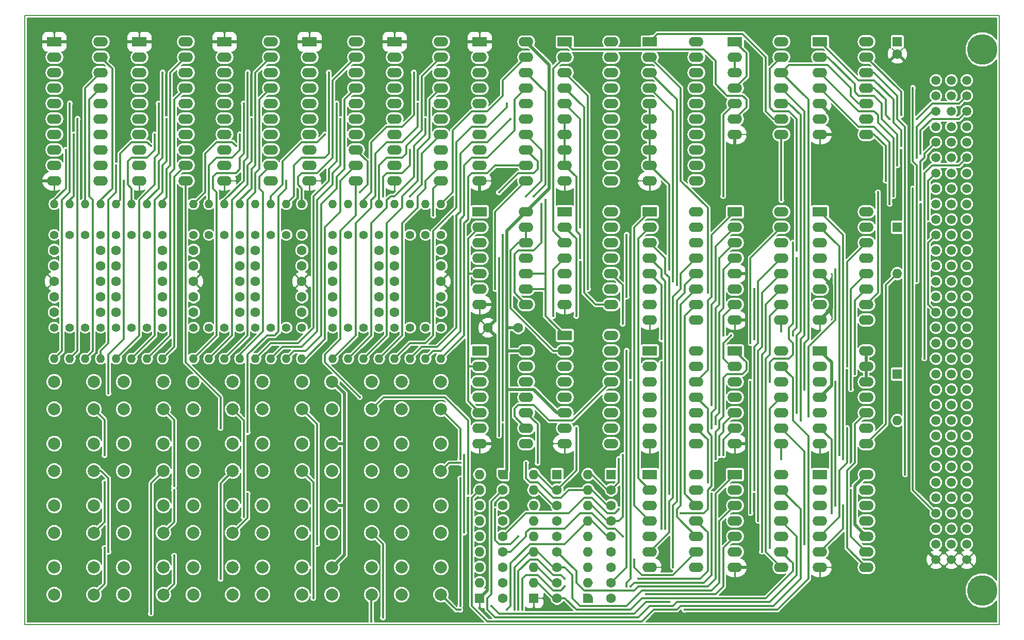
<source format=gbr>
G04 #@! TF.GenerationSoftware,KiCad,Pcbnew,5.0.0+dfsg1-2*
G04 #@! TF.CreationDate,2019-02-01T22:47:57+01:00*
G04 #@! TF.ProjectId,monitor,6D6F6E69746F722E6B696361645F7063,rev?*
G04 #@! TF.SameCoordinates,PX2e3e610PY2eebb80*
G04 #@! TF.FileFunction,Copper,L2,Bot,Signal*
G04 #@! TF.FilePolarity,Positive*
%FSLAX46Y46*%
G04 Gerber Fmt 4.6, Leading zero omitted, Abs format (unit mm)*
G04 Created by KiCad (PCBNEW 5.0.0+dfsg1-2) date Fri Feb  1 22:47:57 2019*
%MOMM*%
%LPD*%
G01*
G04 APERTURE LIST*
G04 #@! TA.AperFunction,NonConductor*
%ADD10C,0.150000*%
G04 #@! TD*
G04 #@! TA.AperFunction,ComponentPad*
%ADD11O,1.600000X1.600000*%
G04 #@! TD*
G04 #@! TA.AperFunction,ComponentPad*
%ADD12C,1.600000*%
G04 #@! TD*
G04 #@! TA.AperFunction,Conductor*
%ADD13C,0.100000*%
G04 #@! TD*
G04 #@! TA.AperFunction,ComponentPad*
%ADD14R,1.600000X1.600000*%
G04 #@! TD*
G04 #@! TA.AperFunction,ComponentPad*
%ADD15C,2.000000*%
G04 #@! TD*
G04 #@! TA.AperFunction,ComponentPad*
%ADD16R,2.400000X1.600000*%
G04 #@! TD*
G04 #@! TA.AperFunction,ComponentPad*
%ADD17O,2.400000X1.600000*%
G04 #@! TD*
G04 #@! TA.AperFunction,ComponentPad*
%ADD18C,5.000000*%
G04 #@! TD*
G04 #@! TA.AperFunction,ComponentPad*
%ADD19C,1.501140*%
G04 #@! TD*
G04 #@! TA.AperFunction,ComponentPad*
%ADD20O,1.400000X1.400000*%
G04 #@! TD*
G04 #@! TA.AperFunction,ComponentPad*
%ADD21C,1.400000*%
G04 #@! TD*
G04 #@! TA.AperFunction,ViaPad*
%ADD22C,0.400000*%
G04 #@! TD*
G04 #@! TA.AperFunction,ViaPad*
%ADD23C,0.600000*%
G04 #@! TD*
G04 #@! TA.AperFunction,Conductor*
%ADD24C,0.500000*%
G04 #@! TD*
G04 #@! TA.AperFunction,Conductor*
%ADD25C,0.300000*%
G04 #@! TD*
G04 #@! TA.AperFunction,Conductor*
%ADD26C,0.200000*%
G04 #@! TD*
G04 APERTURE END LIST*
D10*
X1510000Y-100800000D02*
X1510000Y-800000D01*
X161510000Y-100800000D02*
X1510000Y-100800000D01*
X161510000Y-800000D02*
X161510000Y-100800000D01*
X1510000Y-800000D02*
X161510000Y-800000D01*
D11*
G04 #@! TO.P,RN1,9*
G04 #@! TO.N,Net-(CN1-Pad2)*
X93980000Y-76200000D03*
G04 #@! TO.P,RN1,8*
G04 #@! TO.N,Net-(CN1-Pad3)*
X93980000Y-78740000D03*
G04 #@! TO.P,RN1,7*
G04 #@! TO.N,Net-(CN1-Pad4)*
X93980000Y-81280000D03*
G04 #@! TO.P,RN1,6*
G04 #@! TO.N,Net-(CN1-Pad5)*
X93980000Y-83820000D03*
G04 #@! TO.P,RN1,5*
G04 #@! TO.N,Net-(CN1-Pad6)*
X93980000Y-86360000D03*
G04 #@! TO.P,RN1,4*
G04 #@! TO.N,Net-(CN1-Pad7)*
X93980000Y-88900000D03*
G04 #@! TO.P,RN1,3*
G04 #@! TO.N,Net-(CN1-Pad8)*
X93980000Y-91440000D03*
G04 #@! TO.P,RN1,2*
G04 #@! TO.N,Net-(CN1-Pad9)*
X93980000Y-93980000D03*
D12*
G04 #@! TO.P,RN1,1*
G04 #@! TO.N,GND*
X93980000Y-96520000D03*
D13*
G04 #@! TD*
G04 #@! TO.N,GND*
G04 #@! TO.C,RN1*
G36*
X93180000Y-95720000D02*
X93980000Y-95720000D01*
X93980964Y-95720964D01*
X94019254Y-95720964D01*
X94097384Y-95728659D01*
X94174384Y-95743975D01*
X94249512Y-95766765D01*
X94322044Y-95796809D01*
X94391282Y-95833817D01*
X94456559Y-95877434D01*
X94517247Y-95927239D01*
X94572761Y-95982753D01*
X94622566Y-96043441D01*
X94666183Y-96108718D01*
X94703191Y-96177956D01*
X94733235Y-96250488D01*
X94756025Y-96325616D01*
X94771341Y-96402616D01*
X94779036Y-96480746D01*
X94779036Y-96519036D01*
X94780000Y-96520000D01*
X94780000Y-97320000D01*
X93180000Y-97320000D01*
X93180000Y-95720000D01*
X93180000Y-95720000D01*
G37*
D14*
G04 #@! TO.P,RN2,1*
G04 #@! TO.N,GND*
X85090000Y-96520000D03*
D11*
G04 #@! TO.P,RN2,2*
G04 #@! TO.N,Net-(CN2-Pad9)*
X85090000Y-93980000D03*
G04 #@! TO.P,RN2,3*
G04 #@! TO.N,Net-(CN2-Pad8)*
X85090000Y-91440000D03*
G04 #@! TO.P,RN2,4*
G04 #@! TO.N,Net-(CN2-Pad7)*
X85090000Y-88900000D03*
G04 #@! TO.P,RN2,5*
G04 #@! TO.N,Net-(CN2-Pad6)*
X85090000Y-86360000D03*
G04 #@! TO.P,RN2,6*
G04 #@! TO.N,Net-(CN2-Pad5)*
X85090000Y-83820000D03*
G04 #@! TO.P,RN2,7*
G04 #@! TO.N,Net-(CN2-Pad4)*
X85090000Y-81280000D03*
G04 #@! TO.P,RN2,8*
G04 #@! TO.N,Net-(CN2-Pad3)*
X85090000Y-78740000D03*
G04 #@! TO.P,RN2,9*
G04 #@! TO.N,Net-(CN2-Pad2)*
X85090000Y-76200000D03*
G04 #@! TD*
G04 #@! TO.P,RN3,9*
G04 #@! TO.N,Net-(CN3-Pad2)*
X76200000Y-76200000D03*
G04 #@! TO.P,RN3,8*
G04 #@! TO.N,Net-(CN3-Pad3)*
X76200000Y-78740000D03*
G04 #@! TO.P,RN3,7*
G04 #@! TO.N,Net-(CN3-Pad4)*
X76200000Y-81280000D03*
G04 #@! TO.P,RN3,6*
G04 #@! TO.N,Net-(CN3-Pad5)*
X76200000Y-83820000D03*
G04 #@! TO.P,RN3,5*
G04 #@! TO.N,Net-(CN3-Pad6)*
X76200000Y-86360000D03*
G04 #@! TO.P,RN3,4*
G04 #@! TO.N,Net-(CN3-Pad7)*
X76200000Y-88900000D03*
G04 #@! TO.P,RN3,3*
G04 #@! TO.N,Net-(CN3-Pad8)*
X76200000Y-91440000D03*
G04 #@! TO.P,RN3,2*
G04 #@! TO.N,Net-(CN3-Pad9)*
X76200000Y-93980000D03*
D14*
G04 #@! TO.P,RN3,1*
G04 #@! TO.N,GND*
X76200000Y-96520000D03*
G04 #@! TD*
D15*
G04 #@! TO.P,SW1,2*
G04 #@! TO.N,Net-(CN1-Pad2)*
X63350000Y-65460000D03*
G04 #@! TO.P,SW1,1*
G04 #@! TO.N,VCC*
X63350000Y-60960000D03*
G04 #@! TO.P,SW1,2*
G04 #@! TO.N,Net-(CN1-Pad2)*
X69850000Y-65460000D03*
G04 #@! TO.P,SW1,1*
G04 #@! TO.N,VCC*
X69850000Y-60960000D03*
G04 #@! TD*
G04 #@! TO.P,SW2,1*
G04 #@! TO.N,VCC*
X69850000Y-71120000D03*
G04 #@! TO.P,SW2,2*
G04 #@! TO.N,Net-(CN1-Pad3)*
X69850000Y-75620000D03*
G04 #@! TO.P,SW2,1*
G04 #@! TO.N,VCC*
X63350000Y-71120000D03*
G04 #@! TO.P,SW2,2*
G04 #@! TO.N,Net-(CN1-Pad3)*
X63350000Y-75620000D03*
G04 #@! TD*
G04 #@! TO.P,SW3,1*
G04 #@! TO.N,VCC*
X69850000Y-81280000D03*
G04 #@! TO.P,SW3,2*
G04 #@! TO.N,Net-(CN1-Pad4)*
X69850000Y-85780000D03*
G04 #@! TO.P,SW3,1*
G04 #@! TO.N,VCC*
X63350000Y-81280000D03*
G04 #@! TO.P,SW3,2*
G04 #@! TO.N,Net-(CN1-Pad4)*
X63350000Y-85780000D03*
G04 #@! TD*
G04 #@! TO.P,SW4,2*
G04 #@! TO.N,Net-(CN1-Pad5)*
X63350000Y-95940000D03*
G04 #@! TO.P,SW4,1*
G04 #@! TO.N,VCC*
X63350000Y-91440000D03*
G04 #@! TO.P,SW4,2*
G04 #@! TO.N,Net-(CN1-Pad5)*
X69850000Y-95940000D03*
G04 #@! TO.P,SW4,1*
G04 #@! TO.N,VCC*
X69850000Y-91440000D03*
G04 #@! TD*
G04 #@! TO.P,SW5,2*
G04 #@! TO.N,Net-(CN1-Pad6)*
X51950000Y-65460000D03*
G04 #@! TO.P,SW5,1*
G04 #@! TO.N,VCC*
X51950000Y-60960000D03*
G04 #@! TO.P,SW5,2*
G04 #@! TO.N,Net-(CN1-Pad6)*
X58450000Y-65460000D03*
G04 #@! TO.P,SW5,1*
G04 #@! TO.N,VCC*
X58450000Y-60960000D03*
G04 #@! TD*
G04 #@! TO.P,SW6,1*
G04 #@! TO.N,VCC*
X58450000Y-71120000D03*
G04 #@! TO.P,SW6,2*
G04 #@! TO.N,Net-(CN1-Pad7)*
X58450000Y-75620000D03*
G04 #@! TO.P,SW6,1*
G04 #@! TO.N,VCC*
X51950000Y-71120000D03*
G04 #@! TO.P,SW6,2*
G04 #@! TO.N,Net-(CN1-Pad7)*
X51950000Y-75620000D03*
G04 #@! TD*
G04 #@! TO.P,SW7,2*
G04 #@! TO.N,Net-(CN1-Pad8)*
X51950000Y-85780000D03*
G04 #@! TO.P,SW7,1*
G04 #@! TO.N,VCC*
X51950000Y-81280000D03*
G04 #@! TO.P,SW7,2*
G04 #@! TO.N,Net-(CN1-Pad8)*
X58450000Y-85780000D03*
G04 #@! TO.P,SW7,1*
G04 #@! TO.N,VCC*
X58450000Y-81280000D03*
G04 #@! TD*
G04 #@! TO.P,SW8,1*
G04 #@! TO.N,VCC*
X58450000Y-91440000D03*
G04 #@! TO.P,SW8,2*
G04 #@! TO.N,Net-(CN1-Pad9)*
X58450000Y-95940000D03*
G04 #@! TO.P,SW8,1*
G04 #@! TO.N,VCC*
X51950000Y-91440000D03*
G04 #@! TO.P,SW8,2*
G04 #@! TO.N,Net-(CN1-Pad9)*
X51950000Y-95940000D03*
G04 #@! TD*
G04 #@! TO.P,SW9,1*
G04 #@! TO.N,VCC*
X12850000Y-60960000D03*
G04 #@! TO.P,SW9,2*
G04 #@! TO.N,Net-(CN2-Pad2)*
X12850000Y-65460000D03*
G04 #@! TO.P,SW9,1*
G04 #@! TO.N,VCC*
X6350000Y-60960000D03*
G04 #@! TO.P,SW9,2*
G04 #@! TO.N,Net-(CN2-Pad2)*
X6350000Y-65460000D03*
G04 #@! TD*
G04 #@! TO.P,SW10,2*
G04 #@! TO.N,Net-(CN2-Pad3)*
X17750000Y-65460000D03*
G04 #@! TO.P,SW10,1*
G04 #@! TO.N,VCC*
X17750000Y-60960000D03*
G04 #@! TO.P,SW10,2*
G04 #@! TO.N,Net-(CN2-Pad3)*
X24250000Y-65460000D03*
G04 #@! TO.P,SW10,1*
G04 #@! TO.N,VCC*
X24250000Y-60960000D03*
G04 #@! TD*
G04 #@! TO.P,SW11,1*
G04 #@! TO.N,VCC*
X35650000Y-60960000D03*
G04 #@! TO.P,SW11,2*
G04 #@! TO.N,Net-(CN2-Pad4)*
X35650000Y-65460000D03*
G04 #@! TO.P,SW11,1*
G04 #@! TO.N,VCC*
X29150000Y-60960000D03*
G04 #@! TO.P,SW11,2*
G04 #@! TO.N,Net-(CN2-Pad4)*
X29150000Y-65460000D03*
G04 #@! TD*
G04 #@! TO.P,SW12,2*
G04 #@! TO.N,Net-(CN2-Pad5)*
X40550000Y-65460000D03*
G04 #@! TO.P,SW12,1*
G04 #@! TO.N,VCC*
X40550000Y-60960000D03*
G04 #@! TO.P,SW12,2*
G04 #@! TO.N,Net-(CN2-Pad5)*
X47050000Y-65460000D03*
G04 #@! TO.P,SW12,1*
G04 #@! TO.N,VCC*
X47050000Y-60960000D03*
G04 #@! TD*
G04 #@! TO.P,SW13,1*
G04 #@! TO.N,VCC*
X12850000Y-71120000D03*
G04 #@! TO.P,SW13,2*
G04 #@! TO.N,Net-(CN2-Pad6)*
X12850000Y-75620000D03*
G04 #@! TO.P,SW13,1*
G04 #@! TO.N,VCC*
X6350000Y-71120000D03*
G04 #@! TO.P,SW13,2*
G04 #@! TO.N,Net-(CN2-Pad6)*
X6350000Y-75620000D03*
G04 #@! TD*
G04 #@! TO.P,SW14,2*
G04 #@! TO.N,Net-(CN2-Pad7)*
X17750000Y-75620000D03*
G04 #@! TO.P,SW14,1*
G04 #@! TO.N,VCC*
X17750000Y-71120000D03*
G04 #@! TO.P,SW14,2*
G04 #@! TO.N,Net-(CN2-Pad7)*
X24250000Y-75620000D03*
G04 #@! TO.P,SW14,1*
G04 #@! TO.N,VCC*
X24250000Y-71120000D03*
G04 #@! TD*
G04 #@! TO.P,SW15,1*
G04 #@! TO.N,VCC*
X35650000Y-71120000D03*
G04 #@! TO.P,SW15,2*
G04 #@! TO.N,Net-(CN2-Pad8)*
X35650000Y-75620000D03*
G04 #@! TO.P,SW15,1*
G04 #@! TO.N,VCC*
X29150000Y-71120000D03*
G04 #@! TO.P,SW15,2*
G04 #@! TO.N,Net-(CN2-Pad8)*
X29150000Y-75620000D03*
G04 #@! TD*
G04 #@! TO.P,SW16,2*
G04 #@! TO.N,Net-(CN2-Pad9)*
X40550000Y-75620000D03*
G04 #@! TO.P,SW16,1*
G04 #@! TO.N,VCC*
X40550000Y-71120000D03*
G04 #@! TO.P,SW16,2*
G04 #@! TO.N,Net-(CN2-Pad9)*
X47050000Y-75620000D03*
G04 #@! TO.P,SW16,1*
G04 #@! TO.N,VCC*
X47050000Y-71120000D03*
G04 #@! TD*
G04 #@! TO.P,SW17,2*
G04 #@! TO.N,Net-(CN3-Pad2)*
X6350000Y-85780000D03*
G04 #@! TO.P,SW17,1*
G04 #@! TO.N,VCC*
X6350000Y-81280000D03*
G04 #@! TO.P,SW17,2*
G04 #@! TO.N,Net-(CN3-Pad2)*
X12850000Y-85780000D03*
G04 #@! TO.P,SW17,1*
G04 #@! TO.N,VCC*
X12850000Y-81280000D03*
G04 #@! TD*
G04 #@! TO.P,SW18,1*
G04 #@! TO.N,VCC*
X24250000Y-81280000D03*
G04 #@! TO.P,SW18,2*
G04 #@! TO.N,Net-(CN3-Pad3)*
X24250000Y-85780000D03*
G04 #@! TO.P,SW18,1*
G04 #@! TO.N,VCC*
X17750000Y-81280000D03*
G04 #@! TO.P,SW18,2*
G04 #@! TO.N,Net-(CN3-Pad3)*
X17750000Y-85780000D03*
G04 #@! TD*
G04 #@! TO.P,SW19,2*
G04 #@! TO.N,Net-(CN3-Pad4)*
X29150000Y-85780000D03*
G04 #@! TO.P,SW19,1*
G04 #@! TO.N,VCC*
X29150000Y-81280000D03*
G04 #@! TO.P,SW19,2*
G04 #@! TO.N,Net-(CN3-Pad4)*
X35650000Y-85780000D03*
G04 #@! TO.P,SW19,1*
G04 #@! TO.N,VCC*
X35650000Y-81280000D03*
G04 #@! TD*
G04 #@! TO.P,SW20,1*
G04 #@! TO.N,VCC*
X47050000Y-81280000D03*
G04 #@! TO.P,SW20,2*
G04 #@! TO.N,Net-(CN3-Pad5)*
X47050000Y-85780000D03*
G04 #@! TO.P,SW20,1*
G04 #@! TO.N,VCC*
X40550000Y-81280000D03*
G04 #@! TO.P,SW20,2*
G04 #@! TO.N,Net-(CN3-Pad5)*
X40550000Y-85780000D03*
G04 #@! TD*
G04 #@! TO.P,SW21,2*
G04 #@! TO.N,Net-(CN3-Pad6)*
X6350000Y-95940000D03*
G04 #@! TO.P,SW21,1*
G04 #@! TO.N,VCC*
X6350000Y-91440000D03*
G04 #@! TO.P,SW21,2*
G04 #@! TO.N,Net-(CN3-Pad6)*
X12850000Y-95940000D03*
G04 #@! TO.P,SW21,1*
G04 #@! TO.N,VCC*
X12850000Y-91440000D03*
G04 #@! TD*
G04 #@! TO.P,SW22,1*
G04 #@! TO.N,VCC*
X24250000Y-91440000D03*
G04 #@! TO.P,SW22,2*
G04 #@! TO.N,Net-(CN3-Pad7)*
X24250000Y-95940000D03*
G04 #@! TO.P,SW22,1*
G04 #@! TO.N,VCC*
X17750000Y-91440000D03*
G04 #@! TO.P,SW22,2*
G04 #@! TO.N,Net-(CN3-Pad7)*
X17750000Y-95940000D03*
G04 #@! TD*
G04 #@! TO.P,SW23,2*
G04 #@! TO.N,Net-(CN3-Pad8)*
X29150000Y-95940000D03*
G04 #@! TO.P,SW23,1*
G04 #@! TO.N,VCC*
X29150000Y-91440000D03*
G04 #@! TO.P,SW23,2*
G04 #@! TO.N,Net-(CN3-Pad8)*
X35650000Y-95940000D03*
G04 #@! TO.P,SW23,1*
G04 #@! TO.N,VCC*
X35650000Y-91440000D03*
G04 #@! TD*
G04 #@! TO.P,SW24,2*
G04 #@! TO.N,Net-(CN3-Pad9)*
X40550000Y-95940000D03*
G04 #@! TO.P,SW24,1*
G04 #@! TO.N,VCC*
X40550000Y-91440000D03*
G04 #@! TO.P,SW24,2*
G04 #@! TO.N,Net-(CN3-Pad9)*
X47050000Y-95940000D03*
G04 #@! TO.P,SW24,1*
G04 #@! TO.N,VCC*
X47050000Y-91440000D03*
G04 #@! TD*
D16*
G04 #@! TO.P,U1,1*
G04 #@! TO.N,A3*
X132080000Y-5080000D03*
D17*
G04 #@! TO.P,U1,8*
G04 #@! TO.N,A5*
X139700000Y-20320000D03*
G04 #@! TO.P,U1,2*
G04 #@! TO.N,A4*
X132080000Y-7620000D03*
G04 #@! TO.P,U1,9*
G04 #@! TO.N,Net-(U1-Pad11)*
X139700000Y-17780000D03*
G04 #@! TO.P,U1,3*
G04 #@! TO.N,A6*
X132080000Y-10160000D03*
G04 #@! TO.P,U1,10*
G04 #@! TO.N,/buttons/~CS*
X139700000Y-15240000D03*
G04 #@! TO.P,U1,4*
G04 #@! TO.N,A7*
X132080000Y-12700000D03*
G04 #@! TO.P,U1,11*
G04 #@! TO.N,Net-(U1-Pad11)*
X139700000Y-12700000D03*
G04 #@! TO.P,U1,5*
G04 #@! TO.N,GND*
X132080000Y-15240000D03*
G04 #@! TO.P,U1,12*
G04 #@! TO.N,~IORQ*
X139700000Y-10160000D03*
G04 #@! TO.P,U1,6*
G04 #@! TO.N,Net-(U1-Pad13)*
X132080000Y-17780000D03*
G04 #@! TO.P,U1,13*
X139700000Y-7620000D03*
G04 #@! TO.P,U1,7*
G04 #@! TO.N,GND*
X132080000Y-20320000D03*
G04 #@! TO.P,U1,14*
G04 #@! TO.N,VCC*
X139700000Y-5080000D03*
G04 #@! TD*
D16*
G04 #@! TO.P,U2,1*
G04 #@! TO.N,A0*
X90170000Y-53340000D03*
D17*
G04 #@! TO.P,U2,9*
G04 #@! TO.N,Net-(U2-Pad9)*
X97790000Y-71120000D03*
G04 #@! TO.P,U2,2*
G04 #@! TO.N,A1*
X90170000Y-55880000D03*
G04 #@! TO.P,U2,10*
G04 #@! TO.N,/7segs/~L5*
X97790000Y-68580000D03*
G04 #@! TO.P,U2,3*
G04 #@! TO.N,A2*
X90170000Y-58420000D03*
G04 #@! TO.P,U2,11*
G04 #@! TO.N,/7segs/~L4*
X97790000Y-66040000D03*
G04 #@! TO.P,U2,4*
G04 #@! TO.N,/buttons/~CS*
X90170000Y-60960000D03*
G04 #@! TO.P,U2,12*
G04 #@! TO.N,/7segs/~L3*
X97790000Y-63500000D03*
G04 #@! TO.P,U2,5*
G04 #@! TO.N,~WR*
X90170000Y-63500000D03*
G04 #@! TO.P,U2,13*
G04 #@! TO.N,/7segs/~L2*
X97790000Y-60960000D03*
G04 #@! TO.P,U2,6*
G04 #@! TO.N,VCC*
X90170000Y-66040000D03*
G04 #@! TO.P,U2,14*
G04 #@! TO.N,/7segs/~L1*
X97790000Y-58420000D03*
G04 #@! TO.P,U2,7*
G04 #@! TO.N,Net-(U2-Pad7)*
X90170000Y-68580000D03*
G04 #@! TO.P,U2,15*
G04 #@! TO.N,/7segs/~L0*
X97790000Y-55880000D03*
G04 #@! TO.P,U2,8*
G04 #@! TO.N,GND*
X90170000Y-71120000D03*
G04 #@! TO.P,U2,16*
G04 #@! TO.N,VCC*
X97790000Y-53340000D03*
G04 #@! TD*
G04 #@! TO.P,U3,14*
G04 #@! TO.N,VCC*
X83820000Y-55880000D03*
G04 #@! TO.P,U3,7*
G04 #@! TO.N,GND*
X76200000Y-71120000D03*
G04 #@! TO.P,U3,13*
G04 #@! TO.N,~RESET*
X83820000Y-58420000D03*
G04 #@! TO.P,U3,6*
G04 #@! TO.N,/7segs/7seg1/LOAD*
X76200000Y-68580000D03*
G04 #@! TO.P,U3,12*
G04 #@! TO.N,/7segs/~L3*
X83820000Y-60960000D03*
G04 #@! TO.P,U3,5*
G04 #@! TO.N,~RESET*
X76200000Y-66040000D03*
G04 #@! TO.P,U3,11*
G04 #@! TO.N,/7segs/7seg3/LOAD*
X83820000Y-63500000D03*
G04 #@! TO.P,U3,4*
G04 #@! TO.N,/7segs/~L1*
X76200000Y-63500000D03*
G04 #@! TO.P,U3,10*
G04 #@! TO.N,~RESET*
X83820000Y-66040000D03*
G04 #@! TO.P,U3,3*
G04 #@! TO.N,/7segs/7seg0/LOAD*
X76200000Y-60960000D03*
G04 #@! TO.P,U3,9*
G04 #@! TO.N,/7segs/~L2*
X83820000Y-68580000D03*
G04 #@! TO.P,U3,2*
G04 #@! TO.N,~RESET*
X76200000Y-58420000D03*
G04 #@! TO.P,U3,8*
G04 #@! TO.N,/7segs/7seg2/LOAD*
X83820000Y-71120000D03*
D16*
G04 #@! TO.P,U3,1*
G04 #@! TO.N,/7segs/~L0*
X76200000Y-55880000D03*
G04 #@! TD*
G04 #@! TO.P,U4,1*
G04 #@! TO.N,/7segs/~L4*
X76200000Y-33020000D03*
D17*
G04 #@! TO.P,U4,8*
G04 #@! TO.N,Net-(U4-Pad8)*
X83820000Y-48260000D03*
G04 #@! TO.P,U4,2*
G04 #@! TO.N,~RESET*
X76200000Y-35560000D03*
G04 #@! TO.P,U4,9*
G04 #@! TO.N,A0*
X83820000Y-45720000D03*
G04 #@! TO.P,U4,3*
G04 #@! TO.N,/7segs/7seg4/LOAD*
X76200000Y-38100000D03*
G04 #@! TO.P,U4,10*
G04 #@! TO.N,A0*
X83820000Y-43180000D03*
G04 #@! TO.P,U4,4*
G04 #@! TO.N,/7segs/~L5*
X76200000Y-40640000D03*
G04 #@! TO.P,U4,11*
G04 #@! TO.N,Net-(U4-Pad11)*
X83820000Y-40640000D03*
G04 #@! TO.P,U4,5*
G04 #@! TO.N,~RESET*
X76200000Y-43180000D03*
G04 #@! TO.P,U4,12*
G04 #@! TO.N,A1*
X83820000Y-38100000D03*
G04 #@! TO.P,U4,6*
G04 #@! TO.N,/7segs/7seg5/LOAD*
X76200000Y-45720000D03*
G04 #@! TO.P,U4,13*
G04 #@! TO.N,A1*
X83820000Y-35560000D03*
G04 #@! TO.P,U4,7*
G04 #@! TO.N,GND*
X76200000Y-48260000D03*
G04 #@! TO.P,U4,14*
G04 #@! TO.N,VCC*
X83820000Y-33020000D03*
G04 #@! TD*
G04 #@! TO.P,U5,14*
G04 #@! TO.N,VCC*
X125730000Y-5080000D03*
G04 #@! TO.P,U5,7*
G04 #@! TO.N,GND*
X118110000Y-20320000D03*
G04 #@! TO.P,U5,13*
G04 #@! TO.N,Net-(U4-Pad11)*
X125730000Y-7620000D03*
G04 #@! TO.P,U5,6*
G04 #@! TO.N,Net-(U5-Pad6)*
X118110000Y-17780000D03*
G04 #@! TO.P,U5,12*
G04 #@! TO.N,/buttons/~CS*
X125730000Y-10160000D03*
G04 #@! TO.P,U5,5*
G04 #@! TO.N,Net-(U4-Pad8)*
X118110000Y-15240000D03*
G04 #@! TO.P,U5,11*
G04 #@! TO.N,~RD*
X125730000Y-12700000D03*
G04 #@! TO.P,U5,4*
X118110000Y-12700000D03*
G04 #@! TO.P,U5,10*
G04 #@! TO.N,/buttons/WaitGen/~READ*
X125730000Y-15240000D03*
G04 #@! TO.P,U5,3*
G04 #@! TO.N,/buttons/~CS*
X118110000Y-10160000D03*
G04 #@! TO.P,U5,9*
G04 #@! TO.N,Net-(U5-Pad9)*
X125730000Y-17780000D03*
G04 #@! TO.P,U5,2*
G04 #@! TO.N,/buttons/~CS*
X118110000Y-7620000D03*
G04 #@! TO.P,U5,8*
G04 #@! TO.N,A0*
X125730000Y-20320000D03*
D16*
G04 #@! TO.P,U5,1*
G04 #@! TO.N,~RD*
X118110000Y-5080000D03*
G04 #@! TD*
G04 #@! TO.P,U6,1*
G04 #@! TO.N,Net-(U5-Pad9)*
X104140000Y-5080000D03*
D17*
G04 #@! TO.P,U6,11*
G04 #@! TO.N,~CLK*
X111760000Y-27940000D03*
G04 #@! TO.P,U6,2*
G04 #@! TO.N,/buttons/ButtonsEncode/B0*
X104140000Y-7620000D03*
G04 #@! TO.P,U6,12*
G04 #@! TO.N,D7*
X111760000Y-25400000D03*
G04 #@! TO.P,U6,3*
G04 #@! TO.N,/buttons/ButtonsEncode/B1*
X104140000Y-10160000D03*
G04 #@! TO.P,U6,13*
G04 #@! TO.N,D6*
X111760000Y-22860000D03*
G04 #@! TO.P,U6,4*
G04 #@! TO.N,/buttons/ButtonsEncode/B2*
X104140000Y-12700000D03*
G04 #@! TO.P,U6,14*
G04 #@! TO.N,D5*
X111760000Y-20320000D03*
G04 #@! TO.P,U6,5*
G04 #@! TO.N,/buttons/ButtonsEncode/~BS*
X104140000Y-15240000D03*
G04 #@! TO.P,U6,15*
G04 #@! TO.N,D4*
X111760000Y-17780000D03*
G04 #@! TO.P,U6,6*
G04 #@! TO.N,/buttons/ButtonsEncode/~BS*
X104140000Y-17780000D03*
G04 #@! TO.P,U6,16*
G04 #@! TO.N,D3*
X111760000Y-15240000D03*
G04 #@! TO.P,U6,7*
G04 #@! TO.N,/buttons/ButtonsEncode/~BS*
X104140000Y-20320000D03*
G04 #@! TO.P,U6,17*
G04 #@! TO.N,D2*
X111760000Y-12700000D03*
G04 #@! TO.P,U6,8*
G04 #@! TO.N,/buttons/ButtonsEncode/~BS*
X104140000Y-22860000D03*
G04 #@! TO.P,U6,18*
G04 #@! TO.N,D1*
X111760000Y-10160000D03*
G04 #@! TO.P,U6,9*
G04 #@! TO.N,/buttons/ButtonsEncode/~BS*
X104140000Y-25400000D03*
G04 #@! TO.P,U6,19*
G04 #@! TO.N,D0*
X111760000Y-7620000D03*
G04 #@! TO.P,U6,10*
G04 #@! TO.N,GND*
X104140000Y-27940000D03*
G04 #@! TO.P,U6,20*
G04 #@! TO.N,VCC*
X111760000Y-5080000D03*
G04 #@! TD*
G04 #@! TO.P,U7,20*
G04 #@! TO.N,VCC*
X97790000Y-5080000D03*
G04 #@! TO.P,U7,10*
G04 #@! TO.N,GND*
X90170000Y-27940000D03*
G04 #@! TO.P,U7,19*
G04 #@! TO.N,D0*
X97790000Y-7620000D03*
G04 #@! TO.P,U7,9*
G04 #@! TO.N,/buttons/ButtonsEncode/~HS*
X90170000Y-25400000D03*
G04 #@! TO.P,U7,18*
G04 #@! TO.N,D1*
X97790000Y-10160000D03*
G04 #@! TO.P,U7,8*
G04 #@! TO.N,/buttons/ButtonsEncode/~HS*
X90170000Y-22860000D03*
G04 #@! TO.P,U7,17*
G04 #@! TO.N,D2*
X97790000Y-12700000D03*
G04 #@! TO.P,U7,7*
G04 #@! TO.N,/buttons/ButtonsEncode/~HS*
X90170000Y-20320000D03*
G04 #@! TO.P,U7,16*
G04 #@! TO.N,D3*
X97790000Y-15240000D03*
G04 #@! TO.P,U7,6*
G04 #@! TO.N,/buttons/ButtonsEncode/~HS*
X90170000Y-17780000D03*
G04 #@! TO.P,U7,15*
G04 #@! TO.N,D4*
X97790000Y-17780000D03*
G04 #@! TO.P,U7,5*
G04 #@! TO.N,/buttons/ButtonsEncode/H3*
X90170000Y-15240000D03*
G04 #@! TO.P,U7,14*
G04 #@! TO.N,D5*
X97790000Y-20320000D03*
G04 #@! TO.P,U7,4*
G04 #@! TO.N,/buttons/ButtonsEncode/H2*
X90170000Y-12700000D03*
G04 #@! TO.P,U7,13*
G04 #@! TO.N,D6*
X97790000Y-22860000D03*
G04 #@! TO.P,U7,3*
G04 #@! TO.N,/buttons/ButtonsEncode/H1*
X90170000Y-10160000D03*
G04 #@! TO.P,U7,12*
G04 #@! TO.N,D7*
X97790000Y-25400000D03*
G04 #@! TO.P,U7,2*
G04 #@! TO.N,/buttons/ButtonsEncode/H0*
X90170000Y-7620000D03*
G04 #@! TO.P,U7,11*
G04 #@! TO.N,~CLK*
X97790000Y-27940000D03*
D16*
G04 #@! TO.P,U7,1*
G04 #@! TO.N,Net-(U5-Pad6)*
X90170000Y-5080000D03*
G04 #@! TD*
G04 #@! TO.P,U8,1*
G04 #@! TO.N,/buttons/ButtonsEncode/ButtonsArray/B*
X104140000Y-33020000D03*
D17*
G04 #@! TO.P,U8,9*
G04 #@! TO.N,Net-(U11-Pad1)*
X111760000Y-50800000D03*
G04 #@! TO.P,U8,2*
G04 #@! TO.N,/buttons/ButtonsEncode/ButtonsArray/A*
X104140000Y-35560000D03*
G04 #@! TO.P,U8,10*
G04 #@! TO.N,/buttons/ButtonsEncode/ButtonsArray/F*
X111760000Y-48260000D03*
G04 #@! TO.P,U8,3*
G04 #@! TO.N,/buttons/ButtonsEncode/ButtonsArray/9*
X104140000Y-38100000D03*
G04 #@! TO.P,U8,11*
G04 #@! TO.N,/buttons/ButtonsEncode/ButtonsArray/E*
X111760000Y-45720000D03*
G04 #@! TO.P,U8,4*
G04 #@! TO.N,/buttons/ButtonsEncode/ButtonsArray/8*
X104140000Y-40640000D03*
G04 #@! TO.P,U8,12*
G04 #@! TO.N,/buttons/ButtonsEncode/ButtonsArray/D*
X111760000Y-43180000D03*
G04 #@! TO.P,U8,5*
G04 #@! TO.N,Net-(U8-Pad5)*
X104140000Y-43180000D03*
G04 #@! TO.P,U8,13*
G04 #@! TO.N,/buttons/ButtonsEncode/ButtonsArray/C*
X111760000Y-40640000D03*
G04 #@! TO.P,U8,6*
G04 #@! TO.N,Net-(U11-Pad9)*
X104140000Y-45720000D03*
G04 #@! TO.P,U8,14*
G04 #@! TO.N,Net-(U11-Pad12)*
X111760000Y-38100000D03*
G04 #@! TO.P,U8,7*
G04 #@! TO.N,Net-(U11-Pad5)*
X104140000Y-48260000D03*
G04 #@! TO.P,U8,15*
G04 #@! TO.N,Net-(U8-Pad15)*
X111760000Y-35560000D03*
G04 #@! TO.P,U8,8*
G04 #@! TO.N,GND*
X104140000Y-50800000D03*
G04 #@! TO.P,U8,16*
G04 #@! TO.N,VCC*
X111760000Y-33020000D03*
G04 #@! TD*
G04 #@! TO.P,U9,16*
G04 #@! TO.N,VCC*
X125730000Y-33020000D03*
G04 #@! TO.P,U9,8*
G04 #@! TO.N,GND*
X118110000Y-50800000D03*
G04 #@! TO.P,U9,15*
G04 #@! TO.N,Net-(U8-Pad5)*
X125730000Y-35560000D03*
G04 #@! TO.P,U9,7*
G04 #@! TO.N,Net-(U11-Pad4)*
X118110000Y-48260000D03*
G04 #@! TO.P,U9,14*
G04 #@! TO.N,/buttons/ButtonsEncode/H3*
X125730000Y-38100000D03*
G04 #@! TO.P,U9,6*
G04 #@! TO.N,Net-(U11-Pad10)*
X118110000Y-45720000D03*
G04 #@! TO.P,U9,13*
G04 #@! TO.N,/buttons/ButtonsEncode/ButtonsArray/4*
X125730000Y-40640000D03*
G04 #@! TO.P,U9,5*
G04 #@! TO.N,GND*
X118110000Y-43180000D03*
G04 #@! TO.P,U9,12*
G04 #@! TO.N,/buttons/ButtonsEncode/ButtonsArray/5*
X125730000Y-43180000D03*
G04 #@! TO.P,U9,4*
G04 #@! TO.N,/buttons/ButtonsEncode/ButtonsArray/0*
X118110000Y-40640000D03*
G04 #@! TO.P,U9,11*
G04 #@! TO.N,/buttons/ButtonsEncode/ButtonsArray/6*
X125730000Y-45720000D03*
G04 #@! TO.P,U9,3*
G04 #@! TO.N,/buttons/ButtonsEncode/ButtonsArray/1*
X118110000Y-38100000D03*
G04 #@! TO.P,U9,10*
G04 #@! TO.N,/buttons/ButtonsEncode/ButtonsArray/7*
X125730000Y-48260000D03*
G04 #@! TO.P,U9,2*
G04 #@! TO.N,/buttons/ButtonsEncode/ButtonsArray/2*
X118110000Y-35560000D03*
G04 #@! TO.P,U9,9*
G04 #@! TO.N,Net-(U11-Pad2)*
X125730000Y-50800000D03*
D16*
G04 #@! TO.P,U9,1*
G04 #@! TO.N,/buttons/ButtonsEncode/ButtonsArray/3*
X118110000Y-33020000D03*
G04 #@! TD*
D17*
G04 #@! TO.P,U10,16*
G04 #@! TO.N,VCC*
X139700000Y-33020000D03*
G04 #@! TO.P,U10,8*
G04 #@! TO.N,GND*
X132080000Y-50800000D03*
G04 #@! TO.P,U10,15*
G04 #@! TO.N,Net-(U10-Pad15)*
X139700000Y-35560000D03*
G04 #@! TO.P,U10,7*
G04 #@! TO.N,/buttons/ButtonsEncode/B1*
X132080000Y-48260000D03*
G04 #@! TO.P,U10,14*
G04 #@! TO.N,/buttons/ButtonsEncode/~BS*
X139700000Y-38100000D03*
G04 #@! TO.P,U10,6*
G04 #@! TO.N,/buttons/ButtonsEncode/B2*
X132080000Y-45720000D03*
G04 #@! TO.P,U10,13*
G04 #@! TO.N,/buttons/ButtonsEncode/ButtonsArray/H+*
X139700000Y-40640000D03*
G04 #@! TO.P,U10,5*
G04 #@! TO.N,GND*
X132080000Y-43180000D03*
G04 #@! TO.P,U10,12*
G04 #@! TO.N,/buttons/ButtonsEncode/ButtonsArray/H-*
X139700000Y-43180000D03*
G04 #@! TO.P,U10,4*
G04 #@! TO.N,/buttons/ButtonsEncode/ButtonsArray/A+*
X132080000Y-40640000D03*
G04 #@! TO.P,U10,11*
G04 #@! TO.N,/buttons/ButtonsEncode/ButtonsArray/RUN*
X139700000Y-45720000D03*
G04 #@! TO.P,U10,3*
G04 #@! TO.N,/buttons/ButtonsEncode/ButtonsArray/A-*
X132080000Y-38100000D03*
G04 #@! TO.P,U10,10*
G04 #@! TO.N,/buttons/ButtonsEncode/~HS*
X139700000Y-48260000D03*
G04 #@! TO.P,U10,2*
G04 #@! TO.N,/buttons/ButtonsEncode/ButtonsArray/D+*
X132080000Y-35560000D03*
G04 #@! TO.P,U10,9*
G04 #@! TO.N,/buttons/ButtonsEncode/B0*
X139700000Y-50800000D03*
D16*
G04 #@! TO.P,U10,1*
G04 #@! TO.N,/buttons/ButtonsEncode/ButtonsArray/D-*
X132080000Y-33020000D03*
G04 #@! TD*
D17*
G04 #@! TO.P,U11,14*
G04 #@! TO.N,VCC*
X97790000Y-33020000D03*
G04 #@! TO.P,U11,7*
G04 #@! TO.N,GND*
X90170000Y-48260000D03*
G04 #@! TO.P,U11,13*
G04 #@! TO.N,/buttons/ButtonsEncode/H3*
X97790000Y-35560000D03*
G04 #@! TO.P,U11,6*
G04 #@! TO.N,/buttons/ButtonsEncode/H1*
X90170000Y-45720000D03*
G04 #@! TO.P,U11,12*
G04 #@! TO.N,Net-(U11-Pad12)*
X97790000Y-38100000D03*
G04 #@! TO.P,U11,5*
G04 #@! TO.N,Net-(U11-Pad5)*
X90170000Y-43180000D03*
G04 #@! TO.P,U11,11*
G04 #@! TO.N,/buttons/ButtonsEncode/~HS*
X97790000Y-40640000D03*
G04 #@! TO.P,U11,4*
G04 #@! TO.N,Net-(U11-Pad4)*
X90170000Y-40640000D03*
G04 #@! TO.P,U11,10*
G04 #@! TO.N,Net-(U11-Pad10)*
X97790000Y-43180000D03*
G04 #@! TO.P,U11,3*
G04 #@! TO.N,/buttons/ButtonsEncode/H0*
X90170000Y-38100000D03*
G04 #@! TO.P,U11,9*
G04 #@! TO.N,Net-(U11-Pad9)*
X97790000Y-45720000D03*
G04 #@! TO.P,U11,2*
G04 #@! TO.N,Net-(U11-Pad2)*
X90170000Y-35560000D03*
G04 #@! TO.P,U11,8*
G04 #@! TO.N,/buttons/ButtonsEncode/H2*
X97790000Y-48260000D03*
D16*
G04 #@! TO.P,U11,1*
G04 #@! TO.N,Net-(U11-Pad1)*
X90170000Y-33020000D03*
G04 #@! TD*
D17*
G04 #@! TO.P,U12,14*
G04 #@! TO.N,VCC*
X139700000Y-55880000D03*
G04 #@! TO.P,U12,7*
G04 #@! TO.N,GND*
X132080000Y-71120000D03*
G04 #@! TO.P,U12,13*
G04 #@! TO.N,VCC*
X139700000Y-58420000D03*
G04 #@! TO.P,U12,6*
G04 #@! TO.N,Net-(U12-Pad6)*
X132080000Y-68580000D03*
G04 #@! TO.P,U12,12*
G04 #@! TO.N,VCC*
X139700000Y-60960000D03*
G04 #@! TO.P,U12,5*
G04 #@! TO.N,/buttons/WaitGen/~READ*
X132080000Y-66040000D03*
G04 #@! TO.P,U12,11*
G04 #@! TO.N,Net-(U12-Pad11)*
X139700000Y-63500000D03*
G04 #@! TO.P,U12,4*
G04 #@! TO.N,VCC*
X132080000Y-63500000D03*
G04 #@! TO.P,U12,10*
G04 #@! TO.N,Net-(U12-Pad10)*
X139700000Y-66040000D03*
G04 #@! TO.P,U12,3*
G04 #@! TO.N,Net-(U12-Pad3)*
X132080000Y-60960000D03*
G04 #@! TO.P,U12,9*
G04 #@! TO.N,Net-(U12-Pad9)*
X139700000Y-68580000D03*
G04 #@! TO.P,U12,2*
G04 #@! TO.N,/buttons/ButtonsEncode/~BS*
X132080000Y-58420000D03*
G04 #@! TO.P,U12,8*
G04 #@! TO.N,/buttons/WaitGen/~WAIT*
X139700000Y-71120000D03*
D16*
G04 #@! TO.P,U12,1*
G04 #@! TO.N,VCC*
X132080000Y-55880000D03*
G04 #@! TD*
D17*
G04 #@! TO.P,U13,14*
G04 #@! TO.N,VCC*
X139700000Y-76200000D03*
G04 #@! TO.P,U13,7*
G04 #@! TO.N,GND*
X132080000Y-91440000D03*
G04 #@! TO.P,U13,13*
G04 #@! TO.N,~RESET*
X139700000Y-78740000D03*
G04 #@! TO.P,U13,6*
G04 #@! TO.N,Net-(U13-Pad12)*
X132080000Y-88900000D03*
G04 #@! TO.P,U13,12*
X139700000Y-81280000D03*
G04 #@! TO.P,U13,5*
G04 #@! TO.N,Net-(U12-Pad9)*
X132080000Y-86360000D03*
G04 #@! TO.P,U13,11*
G04 #@! TO.N,Net-(U12-Pad6)*
X139700000Y-83820000D03*
G04 #@! TO.P,U13,4*
G04 #@! TO.N,VCC*
X132080000Y-83820000D03*
G04 #@! TO.P,U13,10*
X139700000Y-86360000D03*
G04 #@! TO.P,U13,3*
G04 #@! TO.N,Net-(U12-Pad3)*
X132080000Y-81280000D03*
G04 #@! TO.P,U13,9*
G04 #@! TO.N,Net-(U13-Pad2)*
X139700000Y-88900000D03*
G04 #@! TO.P,U13,2*
X132080000Y-78740000D03*
G04 #@! TO.P,U13,8*
G04 #@! TO.N,Net-(U12-Pad10)*
X139700000Y-91440000D03*
D16*
G04 #@! TO.P,U13,1*
G04 #@! TO.N,~RESET*
X132080000Y-76200000D03*
G04 #@! TD*
G04 #@! TO.P,U14,1*
G04 #@! TO.N,GND*
X6350000Y-5080000D03*
D17*
G04 #@! TO.P,U14,11*
G04 #@! TO.N,/7segs/7seg0/LOAD*
X13970000Y-27940000D03*
G04 #@! TO.P,U14,2*
G04 #@! TO.N,D0*
X6350000Y-7620000D03*
G04 #@! TO.P,U14,12*
G04 #@! TO.N,Net-(R8-Pad2)*
X13970000Y-25400000D03*
G04 #@! TO.P,U14,3*
G04 #@! TO.N,D1*
X6350000Y-10160000D03*
G04 #@! TO.P,U14,13*
G04 #@! TO.N,Net-(R7-Pad2)*
X13970000Y-22860000D03*
G04 #@! TO.P,U14,4*
G04 #@! TO.N,D2*
X6350000Y-12700000D03*
G04 #@! TO.P,U14,14*
G04 #@! TO.N,Net-(R6-Pad2)*
X13970000Y-20320000D03*
G04 #@! TO.P,U14,5*
G04 #@! TO.N,D3*
X6350000Y-15240000D03*
G04 #@! TO.P,U14,15*
G04 #@! TO.N,Net-(R5-Pad2)*
X13970000Y-17780000D03*
G04 #@! TO.P,U14,6*
G04 #@! TO.N,D4*
X6350000Y-17780000D03*
G04 #@! TO.P,U14,16*
G04 #@! TO.N,Net-(R4-Pad2)*
X13970000Y-15240000D03*
G04 #@! TO.P,U14,7*
G04 #@! TO.N,D5*
X6350000Y-20320000D03*
G04 #@! TO.P,U14,17*
G04 #@! TO.N,Net-(R3-Pad2)*
X13970000Y-12700000D03*
G04 #@! TO.P,U14,8*
G04 #@! TO.N,D6*
X6350000Y-22860000D03*
G04 #@! TO.P,U14,18*
G04 #@! TO.N,Net-(R2-Pad2)*
X13970000Y-10160000D03*
G04 #@! TO.P,U14,9*
G04 #@! TO.N,D7*
X6350000Y-25400000D03*
G04 #@! TO.P,U14,19*
G04 #@! TO.N,Net-(R1-Pad2)*
X13970000Y-7620000D03*
G04 #@! TO.P,U14,10*
G04 #@! TO.N,GND*
X6350000Y-27940000D03*
G04 #@! TO.P,U14,20*
G04 #@! TO.N,VCC*
X13970000Y-5080000D03*
G04 #@! TD*
G04 #@! TO.P,U16,20*
G04 #@! TO.N,VCC*
X27940000Y-5080000D03*
G04 #@! TO.P,U16,10*
G04 #@! TO.N,GND*
X20320000Y-27940000D03*
G04 #@! TO.P,U16,19*
G04 #@! TO.N,Net-(R9-Pad2)*
X27940000Y-7620000D03*
G04 #@! TO.P,U16,9*
G04 #@! TO.N,D7*
X20320000Y-25400000D03*
G04 #@! TO.P,U16,18*
G04 #@! TO.N,Net-(R10-Pad2)*
X27940000Y-10160000D03*
G04 #@! TO.P,U16,8*
G04 #@! TO.N,D6*
X20320000Y-22860000D03*
G04 #@! TO.P,U16,17*
G04 #@! TO.N,Net-(R11-Pad2)*
X27940000Y-12700000D03*
G04 #@! TO.P,U16,7*
G04 #@! TO.N,D5*
X20320000Y-20320000D03*
G04 #@! TO.P,U16,16*
G04 #@! TO.N,Net-(R12-Pad2)*
X27940000Y-15240000D03*
G04 #@! TO.P,U16,6*
G04 #@! TO.N,D4*
X20320000Y-17780000D03*
G04 #@! TO.P,U16,15*
G04 #@! TO.N,Net-(R13-Pad2)*
X27940000Y-17780000D03*
G04 #@! TO.P,U16,5*
G04 #@! TO.N,D3*
X20320000Y-15240000D03*
G04 #@! TO.P,U16,14*
G04 #@! TO.N,Net-(R14-Pad2)*
X27940000Y-20320000D03*
G04 #@! TO.P,U16,4*
G04 #@! TO.N,D2*
X20320000Y-12700000D03*
G04 #@! TO.P,U16,13*
G04 #@! TO.N,Net-(R15-Pad2)*
X27940000Y-22860000D03*
G04 #@! TO.P,U16,3*
G04 #@! TO.N,D1*
X20320000Y-10160000D03*
G04 #@! TO.P,U16,12*
G04 #@! TO.N,Net-(R16-Pad2)*
X27940000Y-25400000D03*
G04 #@! TO.P,U16,2*
G04 #@! TO.N,D0*
X20320000Y-7620000D03*
G04 #@! TO.P,U16,11*
G04 #@! TO.N,/7segs/7seg1/LOAD*
X27940000Y-27940000D03*
D16*
G04 #@! TO.P,U16,1*
G04 #@! TO.N,GND*
X20320000Y-5080000D03*
G04 #@! TD*
G04 #@! TO.P,U18,1*
G04 #@! TO.N,GND*
X34290000Y-5080000D03*
D17*
G04 #@! TO.P,U18,11*
G04 #@! TO.N,/7segs/7seg2/LOAD*
X41910000Y-27940000D03*
G04 #@! TO.P,U18,2*
G04 #@! TO.N,D0*
X34290000Y-7620000D03*
G04 #@! TO.P,U18,12*
G04 #@! TO.N,Net-(R24-Pad2)*
X41910000Y-25400000D03*
G04 #@! TO.P,U18,3*
G04 #@! TO.N,D1*
X34290000Y-10160000D03*
G04 #@! TO.P,U18,13*
G04 #@! TO.N,Net-(R23-Pad2)*
X41910000Y-22860000D03*
G04 #@! TO.P,U18,4*
G04 #@! TO.N,D2*
X34290000Y-12700000D03*
G04 #@! TO.P,U18,14*
G04 #@! TO.N,Net-(R22-Pad2)*
X41910000Y-20320000D03*
G04 #@! TO.P,U18,5*
G04 #@! TO.N,D3*
X34290000Y-15240000D03*
G04 #@! TO.P,U18,15*
G04 #@! TO.N,Net-(R21-Pad2)*
X41910000Y-17780000D03*
G04 #@! TO.P,U18,6*
G04 #@! TO.N,D4*
X34290000Y-17780000D03*
G04 #@! TO.P,U18,16*
G04 #@! TO.N,Net-(R20-Pad2)*
X41910000Y-15240000D03*
G04 #@! TO.P,U18,7*
G04 #@! TO.N,D5*
X34290000Y-20320000D03*
G04 #@! TO.P,U18,17*
G04 #@! TO.N,Net-(R19-Pad2)*
X41910000Y-12700000D03*
G04 #@! TO.P,U18,8*
G04 #@! TO.N,D6*
X34290000Y-22860000D03*
G04 #@! TO.P,U18,18*
G04 #@! TO.N,Net-(R18-Pad2)*
X41910000Y-10160000D03*
G04 #@! TO.P,U18,9*
G04 #@! TO.N,D7*
X34290000Y-25400000D03*
G04 #@! TO.P,U18,19*
G04 #@! TO.N,Net-(R17-Pad2)*
X41910000Y-7620000D03*
G04 #@! TO.P,U18,10*
G04 #@! TO.N,GND*
X34290000Y-27940000D03*
G04 #@! TO.P,U18,20*
G04 #@! TO.N,VCC*
X41910000Y-5080000D03*
G04 #@! TD*
G04 #@! TO.P,U20,20*
G04 #@! TO.N,VCC*
X55880000Y-5080000D03*
G04 #@! TO.P,U20,10*
G04 #@! TO.N,GND*
X48260000Y-27940000D03*
G04 #@! TO.P,U20,19*
G04 #@! TO.N,Net-(R25-Pad2)*
X55880000Y-7620000D03*
G04 #@! TO.P,U20,9*
G04 #@! TO.N,D7*
X48260000Y-25400000D03*
G04 #@! TO.P,U20,18*
G04 #@! TO.N,Net-(R26-Pad2)*
X55880000Y-10160000D03*
G04 #@! TO.P,U20,8*
G04 #@! TO.N,D6*
X48260000Y-22860000D03*
G04 #@! TO.P,U20,17*
G04 #@! TO.N,Net-(R27-Pad2)*
X55880000Y-12700000D03*
G04 #@! TO.P,U20,7*
G04 #@! TO.N,D5*
X48260000Y-20320000D03*
G04 #@! TO.P,U20,16*
G04 #@! TO.N,Net-(R28-Pad2)*
X55880000Y-15240000D03*
G04 #@! TO.P,U20,6*
G04 #@! TO.N,D4*
X48260000Y-17780000D03*
G04 #@! TO.P,U20,15*
G04 #@! TO.N,Net-(R29-Pad2)*
X55880000Y-17780000D03*
G04 #@! TO.P,U20,5*
G04 #@! TO.N,D3*
X48260000Y-15240000D03*
G04 #@! TO.P,U20,14*
G04 #@! TO.N,Net-(R30-Pad2)*
X55880000Y-20320000D03*
G04 #@! TO.P,U20,4*
G04 #@! TO.N,D2*
X48260000Y-12700000D03*
G04 #@! TO.P,U20,13*
G04 #@! TO.N,Net-(R31-Pad2)*
X55880000Y-22860000D03*
G04 #@! TO.P,U20,3*
G04 #@! TO.N,D1*
X48260000Y-10160000D03*
G04 #@! TO.P,U20,12*
G04 #@! TO.N,Net-(R32-Pad2)*
X55880000Y-25400000D03*
G04 #@! TO.P,U20,2*
G04 #@! TO.N,D0*
X48260000Y-7620000D03*
G04 #@! TO.P,U20,11*
G04 #@! TO.N,/7segs/7seg3/LOAD*
X55880000Y-27940000D03*
D16*
G04 #@! TO.P,U20,1*
G04 #@! TO.N,GND*
X48260000Y-5080000D03*
G04 #@! TD*
D17*
G04 #@! TO.P,U22,20*
G04 #@! TO.N,VCC*
X69850000Y-5080000D03*
G04 #@! TO.P,U22,10*
G04 #@! TO.N,GND*
X62230000Y-27940000D03*
G04 #@! TO.P,U22,19*
G04 #@! TO.N,Net-(R33-Pad2)*
X69850000Y-7620000D03*
G04 #@! TO.P,U22,9*
G04 #@! TO.N,D7*
X62230000Y-25400000D03*
G04 #@! TO.P,U22,18*
G04 #@! TO.N,Net-(R34-Pad2)*
X69850000Y-10160000D03*
G04 #@! TO.P,U22,8*
G04 #@! TO.N,D6*
X62230000Y-22860000D03*
G04 #@! TO.P,U22,17*
G04 #@! TO.N,Net-(R35-Pad2)*
X69850000Y-12700000D03*
G04 #@! TO.P,U22,7*
G04 #@! TO.N,D5*
X62230000Y-20320000D03*
G04 #@! TO.P,U22,16*
G04 #@! TO.N,Net-(R36-Pad2)*
X69850000Y-15240000D03*
G04 #@! TO.P,U22,6*
G04 #@! TO.N,D4*
X62230000Y-17780000D03*
G04 #@! TO.P,U22,15*
G04 #@! TO.N,Net-(R37-Pad2)*
X69850000Y-17780000D03*
G04 #@! TO.P,U22,5*
G04 #@! TO.N,D3*
X62230000Y-15240000D03*
G04 #@! TO.P,U22,14*
G04 #@! TO.N,Net-(R38-Pad2)*
X69850000Y-20320000D03*
G04 #@! TO.P,U22,4*
G04 #@! TO.N,D2*
X62230000Y-12700000D03*
G04 #@! TO.P,U22,13*
G04 #@! TO.N,Net-(R39-Pad2)*
X69850000Y-22860000D03*
G04 #@! TO.P,U22,3*
G04 #@! TO.N,D1*
X62230000Y-10160000D03*
G04 #@! TO.P,U22,12*
G04 #@! TO.N,Net-(R40-Pad2)*
X69850000Y-25400000D03*
G04 #@! TO.P,U22,2*
G04 #@! TO.N,D0*
X62230000Y-7620000D03*
G04 #@! TO.P,U22,11*
G04 #@! TO.N,/7segs/7seg4/LOAD*
X69850000Y-27940000D03*
D16*
G04 #@! TO.P,U22,1*
G04 #@! TO.N,GND*
X62230000Y-5080000D03*
G04 #@! TD*
G04 #@! TO.P,U24,1*
G04 #@! TO.N,GND*
X76200000Y-5080000D03*
D17*
G04 #@! TO.P,U24,11*
G04 #@! TO.N,/7segs/7seg5/LOAD*
X83820000Y-27940000D03*
G04 #@! TO.P,U24,2*
G04 #@! TO.N,D0*
X76200000Y-7620000D03*
G04 #@! TO.P,U24,12*
G04 #@! TO.N,Net-(R48-Pad2)*
X83820000Y-25400000D03*
G04 #@! TO.P,U24,3*
G04 #@! TO.N,D1*
X76200000Y-10160000D03*
G04 #@! TO.P,U24,13*
G04 #@! TO.N,Net-(R47-Pad2)*
X83820000Y-22860000D03*
G04 #@! TO.P,U24,4*
G04 #@! TO.N,D2*
X76200000Y-12700000D03*
G04 #@! TO.P,U24,14*
G04 #@! TO.N,Net-(R46-Pad2)*
X83820000Y-20320000D03*
G04 #@! TO.P,U24,5*
G04 #@! TO.N,D3*
X76200000Y-15240000D03*
G04 #@! TO.P,U24,15*
G04 #@! TO.N,Net-(R45-Pad2)*
X83820000Y-17780000D03*
G04 #@! TO.P,U24,6*
G04 #@! TO.N,D4*
X76200000Y-17780000D03*
G04 #@! TO.P,U24,16*
G04 #@! TO.N,Net-(R44-Pad2)*
X83820000Y-15240000D03*
G04 #@! TO.P,U24,7*
G04 #@! TO.N,D5*
X76200000Y-20320000D03*
G04 #@! TO.P,U24,17*
G04 #@! TO.N,Net-(R43-Pad2)*
X83820000Y-12700000D03*
G04 #@! TO.P,U24,8*
G04 #@! TO.N,D6*
X76200000Y-22860000D03*
G04 #@! TO.P,U24,18*
G04 #@! TO.N,Net-(R42-Pad2)*
X83820000Y-10160000D03*
G04 #@! TO.P,U24,9*
G04 #@! TO.N,D7*
X76200000Y-25400000D03*
G04 #@! TO.P,U24,19*
G04 #@! TO.N,Net-(R41-Pad2)*
X83820000Y-7620000D03*
G04 #@! TO.P,U24,10*
G04 #@! TO.N,GND*
X76200000Y-27940000D03*
G04 #@! TO.P,U24,20*
G04 #@! TO.N,VCC*
X83820000Y-5080000D03*
G04 #@! TD*
D16*
G04 #@! TO.P,U26,1*
G04 #@! TO.N,Net-(CN1-Pad2)*
X118110000Y-55880000D03*
D17*
G04 #@! TO.P,U26,8*
G04 #@! TO.N,/buttons/ButtonsEncode/ButtonsArray/D-*
X125730000Y-71120000D03*
G04 #@! TO.P,U26,2*
G04 #@! TO.N,/buttons/ButtonsEncode/ButtonsArray/A+*
X118110000Y-58420000D03*
G04 #@! TO.P,U26,9*
G04 #@! TO.N,Net-(CN1-Pad5)*
X125730000Y-68580000D03*
G04 #@! TO.P,U26,3*
G04 #@! TO.N,Net-(CN1-Pad3)*
X118110000Y-60960000D03*
G04 #@! TO.P,U26,10*
G04 #@! TO.N,/buttons/ButtonsEncode/ButtonsArray/H+*
X125730000Y-66040000D03*
G04 #@! TO.P,U26,4*
G04 #@! TO.N,/buttons/ButtonsEncode/ButtonsArray/A-*
X118110000Y-63500000D03*
G04 #@! TO.P,U26,11*
G04 #@! TO.N,Net-(CN1-Pad6)*
X125730000Y-63500000D03*
G04 #@! TO.P,U26,5*
G04 #@! TO.N,Net-(CN1-Pad4)*
X118110000Y-66040000D03*
G04 #@! TO.P,U26,12*
G04 #@! TO.N,/buttons/ButtonsEncode/ButtonsArray/H-*
X125730000Y-60960000D03*
G04 #@! TO.P,U26,6*
G04 #@! TO.N,/buttons/ButtonsEncode/ButtonsArray/D+*
X118110000Y-68580000D03*
G04 #@! TO.P,U26,13*
G04 #@! TO.N,Net-(CN1-Pad7)*
X125730000Y-58420000D03*
G04 #@! TO.P,U26,7*
G04 #@! TO.N,GND*
X118110000Y-71120000D03*
G04 #@! TO.P,U26,14*
G04 #@! TO.N,VCC*
X125730000Y-55880000D03*
G04 #@! TD*
D16*
G04 #@! TO.P,U27,1*
G04 #@! TO.N,Net-(CN1-Pad8)*
X104140000Y-55880000D03*
D17*
G04 #@! TO.P,U27,8*
G04 #@! TO.N,/buttons/ButtonsEncode/ButtonsArray/1*
X111760000Y-71120000D03*
G04 #@! TO.P,U27,2*
G04 #@! TO.N,/buttons/ButtonsEncode/ButtonsArray/RUN*
X104140000Y-58420000D03*
G04 #@! TO.P,U27,9*
G04 #@! TO.N,Net-(CN2-Pad3)*
X111760000Y-68580000D03*
G04 #@! TO.P,U27,3*
G04 #@! TO.N,Net-(CN1-Pad9)*
X104140000Y-60960000D03*
G04 #@! TO.P,U27,10*
G04 #@! TO.N,/buttons/ButtonsEncode/ButtonsArray/2*
X111760000Y-66040000D03*
G04 #@! TO.P,U27,4*
G04 #@! TO.N,/buttons/ButtonsEncode/ButtonsArray/NMI*
X104140000Y-63500000D03*
G04 #@! TO.P,U27,11*
G04 #@! TO.N,Net-(CN2-Pad4)*
X111760000Y-63500000D03*
G04 #@! TO.P,U27,5*
G04 #@! TO.N,Net-(CN2-Pad2)*
X104140000Y-66040000D03*
G04 #@! TO.P,U27,12*
G04 #@! TO.N,/buttons/ButtonsEncode/ButtonsArray/3*
X111760000Y-60960000D03*
G04 #@! TO.P,U27,6*
G04 #@! TO.N,/buttons/ButtonsEncode/ButtonsArray/0*
X104140000Y-68580000D03*
G04 #@! TO.P,U27,13*
G04 #@! TO.N,Net-(CN2-Pad5)*
X111760000Y-58420000D03*
G04 #@! TO.P,U27,7*
G04 #@! TO.N,GND*
X104140000Y-71120000D03*
G04 #@! TO.P,U27,14*
G04 #@! TO.N,VCC*
X111760000Y-55880000D03*
G04 #@! TD*
G04 #@! TO.P,U28,14*
G04 #@! TO.N,VCC*
X125730000Y-76200000D03*
G04 #@! TO.P,U28,7*
G04 #@! TO.N,GND*
X118110000Y-91440000D03*
G04 #@! TO.P,U28,13*
G04 #@! TO.N,Net-(CN3-Pad3)*
X125730000Y-78740000D03*
G04 #@! TO.P,U28,6*
G04 #@! TO.N,/buttons/ButtonsEncode/ButtonsArray/6*
X118110000Y-88900000D03*
G04 #@! TO.P,U28,12*
G04 #@! TO.N,/buttons/ButtonsEncode/ButtonsArray/9*
X125730000Y-81280000D03*
G04 #@! TO.P,U28,5*
G04 #@! TO.N,Net-(CN2-Pad8)*
X118110000Y-86360000D03*
G04 #@! TO.P,U28,11*
G04 #@! TO.N,Net-(CN3-Pad2)*
X125730000Y-83820000D03*
G04 #@! TO.P,U28,4*
G04 #@! TO.N,/buttons/ButtonsEncode/ButtonsArray/5*
X118110000Y-83820000D03*
G04 #@! TO.P,U28,10*
G04 #@! TO.N,/buttons/ButtonsEncode/ButtonsArray/8*
X125730000Y-86360000D03*
G04 #@! TO.P,U28,3*
G04 #@! TO.N,Net-(CN2-Pad7)*
X118110000Y-81280000D03*
G04 #@! TO.P,U28,9*
G04 #@! TO.N,Net-(CN2-Pad9)*
X125730000Y-88900000D03*
G04 #@! TO.P,U28,2*
G04 #@! TO.N,/buttons/ButtonsEncode/ButtonsArray/4*
X118110000Y-78740000D03*
G04 #@! TO.P,U28,8*
G04 #@! TO.N,/buttons/ButtonsEncode/ButtonsArray/7*
X125730000Y-91440000D03*
D16*
G04 #@! TO.P,U28,1*
G04 #@! TO.N,Net-(CN2-Pad6)*
X118110000Y-76200000D03*
G04 #@! TD*
G04 #@! TO.P,U29,1*
G04 #@! TO.N,Net-(CN3-Pad4)*
X104140000Y-76200000D03*
D17*
G04 #@! TO.P,U29,8*
G04 #@! TO.N,/buttons/ButtonsEncode/ButtonsArray/D*
X111760000Y-91440000D03*
G04 #@! TO.P,U29,2*
G04 #@! TO.N,/buttons/ButtonsEncode/ButtonsArray/A*
X104140000Y-78740000D03*
G04 #@! TO.P,U29,9*
G04 #@! TO.N,Net-(CN3-Pad7)*
X111760000Y-88900000D03*
G04 #@! TO.P,U29,3*
G04 #@! TO.N,Net-(CN3-Pad5)*
X104140000Y-81280000D03*
G04 #@! TO.P,U29,10*
G04 #@! TO.N,/buttons/ButtonsEncode/ButtonsArray/E*
X111760000Y-86360000D03*
G04 #@! TO.P,U29,4*
G04 #@! TO.N,/buttons/ButtonsEncode/ButtonsArray/B*
X104140000Y-83820000D03*
G04 #@! TO.P,U29,11*
G04 #@! TO.N,Net-(CN3-Pad8)*
X111760000Y-83820000D03*
G04 #@! TO.P,U29,5*
G04 #@! TO.N,Net-(CN3-Pad6)*
X104140000Y-86360000D03*
G04 #@! TO.P,U29,12*
G04 #@! TO.N,/buttons/ButtonsEncode/ButtonsArray/F*
X111760000Y-81280000D03*
G04 #@! TO.P,U29,6*
G04 #@! TO.N,/buttons/ButtonsEncode/ButtonsArray/C*
X104140000Y-88900000D03*
G04 #@! TO.P,U29,13*
G04 #@! TO.N,Net-(CN3-Pad9)*
X111760000Y-78740000D03*
G04 #@! TO.P,U29,7*
G04 #@! TO.N,GND*
X104140000Y-91440000D03*
G04 #@! TO.P,U29,14*
G04 #@! TO.N,VCC*
X111760000Y-76200000D03*
G04 #@! TD*
D18*
G04 #@! TO.P,J1,1*
G04 #@! TO.N,N/C*
X158750000Y-6350000D03*
X158750000Y-95250000D03*
D19*
G04 #@! TO.P,J1,C32*
G04 #@! TO.N,GND*
X151130000Y-90170000D03*
G04 #@! TO.P,J1,C31*
G04 #@! TO.N,~RESET*
X151130000Y-87630000D03*
G04 #@! TO.P,J1,C30*
G04 #@! TO.N,Net-(J1-PadC30)*
X151130000Y-85090000D03*
G04 #@! TO.P,J1,C29*
G04 #@! TO.N,~CLK*
X151130000Y-82550000D03*
G04 #@! TO.P,J1,C28*
G04 #@! TO.N,Net-(J1-PadC28)*
X151130000Y-80010000D03*
G04 #@! TO.P,J1,C27*
G04 #@! TO.N,Net-(J1-PadC27)*
X151130000Y-77470000D03*
G04 #@! TO.P,J1,C26*
G04 #@! TO.N,Net-(J1-PadC26)*
X151130000Y-74930000D03*
G04 #@! TO.P,J1,C25*
G04 #@! TO.N,Net-(J1-PadC25)*
X151130000Y-72390000D03*
G04 #@! TO.P,J1,C24*
G04 #@! TO.N,~RD*
X151130000Y-69850000D03*
G04 #@! TO.P,J1,C23*
G04 #@! TO.N,Net-(J1-PadC23)*
X151130000Y-67310000D03*
G04 #@! TO.P,J1,C22*
G04 #@! TO.N,~WR*
X151130000Y-64770000D03*
G04 #@! TO.P,J1,C21*
G04 #@! TO.N,Net-(J1-PadC21)*
X151130000Y-62230000D03*
G04 #@! TO.P,J1,C20*
G04 #@! TO.N,~NMI*
X151130000Y-59690000D03*
G04 #@! TO.P,J1,C19*
G04 #@! TO.N,Net-(J1-PadC19)*
X151130000Y-57150000D03*
G04 #@! TO.P,J1,C18*
G04 #@! TO.N,Net-(J1-PadC18)*
X151130000Y-54610000D03*
G04 #@! TO.P,J1,C17*
G04 #@! TO.N,Net-(J1-PadC17)*
X151130000Y-52070000D03*
G04 #@! TO.P,J1,C16*
G04 #@! TO.N,Net-(J1-PadC11)*
X151130000Y-49530000D03*
G04 #@! TO.P,J1,C15*
G04 #@! TO.N,Net-(J1-PadC15)*
X151130000Y-46990000D03*
G04 #@! TO.P,J1,C14*
G04 #@! TO.N,D1*
X151130000Y-44450000D03*
G04 #@! TO.P,J1,C13*
G04 #@! TO.N,Net-(J1-PadC13)*
X151130000Y-41910000D03*
G04 #@! TO.P,J1,C12*
G04 #@! TO.N,Net-(J1-PadC12)*
X151130000Y-39370000D03*
G04 #@! TO.P,J1,C11*
G04 #@! TO.N,Net-(J1-PadC11)*
X151130000Y-36830000D03*
G04 #@! TO.P,J1,C10*
G04 #@! TO.N,Net-(J1-PadC10)*
X151130000Y-34290000D03*
G04 #@! TO.P,J1,C9*
G04 #@! TO.N,A7*
X151130000Y-31750000D03*
G04 #@! TO.P,J1,C8*
G04 #@! TO.N,Net-(J1-PadC8)*
X151130000Y-29210000D03*
G04 #@! TO.P,J1,C7*
G04 #@! TO.N,A1*
X151130000Y-26670000D03*
G04 #@! TO.P,J1,C6*
G04 #@! TO.N,A3*
X151130000Y-24130000D03*
G04 #@! TO.P,J1,C5*
G04 #@! TO.N,A0*
X151130000Y-21590000D03*
G04 #@! TO.P,J1,C3*
G04 #@! TO.N,D7*
X151130000Y-16510000D03*
G04 #@! TO.P,J1,C4*
G04 #@! TO.N,D2*
X151130000Y-19050000D03*
G04 #@! TO.P,J1,C2*
G04 #@! TO.N,D0*
X151130000Y-13970000D03*
G04 #@! TO.P,J1,C1*
G04 #@! TO.N,VCC*
X151130000Y-11430000D03*
G04 #@! TO.P,J1,B1*
X153670000Y-11430000D03*
G04 #@! TO.P,J1,B2*
G04 #@! TO.N,Net-(J1-PadB2)*
X153670000Y-13970000D03*
G04 #@! TO.P,J1,B4*
G04 #@! TO.N,Net-(J1-PadB4)*
X153670000Y-19050000D03*
G04 #@! TO.P,J1,B3*
G04 #@! TO.N,Net-(J1-PadB3)*
X153670000Y-16510000D03*
G04 #@! TO.P,J1,B5*
G04 #@! TO.N,Net-(J1-PadB5)*
X153670000Y-21590000D03*
G04 #@! TO.P,J1,B6*
G04 #@! TO.N,Net-(J1-PadB6)*
X153670000Y-24130000D03*
G04 #@! TO.P,J1,B7*
G04 #@! TO.N,Net-(J1-PadB7)*
X153670000Y-26670000D03*
G04 #@! TO.P,J1,B8*
G04 #@! TO.N,Net-(J1-PadB8)*
X153670000Y-29210000D03*
G04 #@! TO.P,J1,B9*
G04 #@! TO.N,Net-(J1-PadB9)*
X153670000Y-31750000D03*
G04 #@! TO.P,J1,B10*
G04 #@! TO.N,Net-(J1-PadB10)*
X153670000Y-34290000D03*
G04 #@! TO.P,J1,B11*
G04 #@! TO.N,Net-(J1-PadB11)*
X153670000Y-36830000D03*
G04 #@! TO.P,J1,B12*
G04 #@! TO.N,Net-(J1-PadB12)*
X153670000Y-39370000D03*
G04 #@! TO.P,J1,B13*
G04 #@! TO.N,Net-(J1-PadB13)*
X153670000Y-41910000D03*
G04 #@! TO.P,J1,B14*
G04 #@! TO.N,Net-(J1-PadB14)*
X153670000Y-44450000D03*
G04 #@! TO.P,J1,B15*
G04 #@! TO.N,Net-(J1-PadB15)*
X153670000Y-46990000D03*
G04 #@! TO.P,J1,B16*
G04 #@! TO.N,Net-(J1-PadB16)*
X153670000Y-49530000D03*
G04 #@! TO.P,J1,B17*
G04 #@! TO.N,Net-(J1-PadB17)*
X153670000Y-52070000D03*
G04 #@! TO.P,J1,B18*
G04 #@! TO.N,Net-(J1-PadB18)*
X153670000Y-54610000D03*
G04 #@! TO.P,J1,B19*
G04 #@! TO.N,Net-(J1-PadB19)*
X153670000Y-57150000D03*
G04 #@! TO.P,J1,B20*
G04 #@! TO.N,Net-(J1-PadB20)*
X153670000Y-59690000D03*
G04 #@! TO.P,J1,B21*
G04 #@! TO.N,Net-(J1-PadB21)*
X153670000Y-62230000D03*
G04 #@! TO.P,J1,B22*
G04 #@! TO.N,Net-(J1-PadB22)*
X153670000Y-64770000D03*
G04 #@! TO.P,J1,B23*
G04 #@! TO.N,Net-(J1-PadB23)*
X153670000Y-67310000D03*
G04 #@! TO.P,J1,B24*
G04 #@! TO.N,Net-(J1-PadB24)*
X153670000Y-69850000D03*
G04 #@! TO.P,J1,B25*
G04 #@! TO.N,Net-(J1-PadB25)*
X153670000Y-72390000D03*
G04 #@! TO.P,J1,B26*
G04 #@! TO.N,Net-(J1-PadB26)*
X153670000Y-74930000D03*
G04 #@! TO.P,J1,B27*
G04 #@! TO.N,Net-(J1-PadB27)*
X153670000Y-77470000D03*
G04 #@! TO.P,J1,B28*
G04 #@! TO.N,Net-(J1-PadB28)*
X153670000Y-80010000D03*
G04 #@! TO.P,J1,B29*
G04 #@! TO.N,Net-(J1-PadB29)*
X153670000Y-82550000D03*
G04 #@! TO.P,J1,B30*
G04 #@! TO.N,Net-(J1-PadB30)*
X153670000Y-85090000D03*
G04 #@! TO.P,J1,B31*
G04 #@! TO.N,Net-(J1-PadB31)*
X153670000Y-87630000D03*
G04 #@! TO.P,J1,B32*
G04 #@! TO.N,GND*
X153670000Y-90170000D03*
G04 #@! TO.P,J1,A32*
X156210000Y-90170000D03*
G04 #@! TO.P,J1,A31*
G04 #@! TO.N,Net-(J1-PadA31)*
X156210000Y-87630000D03*
G04 #@! TO.P,J1,A30*
G04 #@! TO.N,Net-(J1-PadA30)*
X156210000Y-85090000D03*
G04 #@! TO.P,J1,A29*
G04 #@! TO.N,Net-(J1-PadA29)*
X156210000Y-82550000D03*
G04 #@! TO.P,J1,A28*
G04 #@! TO.N,Net-(J1-PadA28)*
X156210000Y-80010000D03*
G04 #@! TO.P,J1,A27*
G04 #@! TO.N,~IORQ*
X156210000Y-77470000D03*
G04 #@! TO.P,J1,A26*
G04 #@! TO.N,Net-(J1-PadA26)*
X156210000Y-74930000D03*
G04 #@! TO.P,J1,A25*
G04 #@! TO.N,Net-(J1-PadA25)*
X156210000Y-72390000D03*
G04 #@! TO.P,J1,A24*
G04 #@! TO.N,Net-(J1-PadA24)*
X156210000Y-69850000D03*
G04 #@! TO.P,J1,A23*
G04 #@! TO.N,Net-(J1-PadA23)*
X156210000Y-67310000D03*
G04 #@! TO.P,J1,A22*
G04 #@! TO.N,Net-(J1-PadA22)*
X156210000Y-64770000D03*
G04 #@! TO.P,J1,A21*
G04 #@! TO.N,Net-(J1-PadA21)*
X156210000Y-62230000D03*
G04 #@! TO.P,J1,A20*
G04 #@! TO.N,Net-(J1-PadA20)*
X156210000Y-59690000D03*
G04 #@! TO.P,J1,A19*
G04 #@! TO.N,Net-(J1-PadA19)*
X156210000Y-57150000D03*
G04 #@! TO.P,J1,A18*
G04 #@! TO.N,Net-(J1-PadA18)*
X156210000Y-54610000D03*
G04 #@! TO.P,J1,A17*
G04 #@! TO.N,Net-(J1-PadA17)*
X156210000Y-52070000D03*
G04 #@! TO.P,J1,A16*
G04 #@! TO.N,Net-(J1-PadA16)*
X156210000Y-49530000D03*
G04 #@! TO.P,J1,A15*
G04 #@! TO.N,Net-(J1-PadA15)*
X156210000Y-46990000D03*
G04 #@! TO.P,J1,A14*
G04 #@! TO.N,Net-(J1-PadA14)*
X156210000Y-44450000D03*
G04 #@! TO.P,J1,A13*
G04 #@! TO.N,Net-(J1-PadA13)*
X156210000Y-41910000D03*
G04 #@! TO.P,J1,A12*
G04 #@! TO.N,Net-(J1-PadA12)*
X156210000Y-39370000D03*
G04 #@! TO.P,J1,A11*
G04 #@! TO.N,Net-(J1-PadA11)*
X156210000Y-36830000D03*
G04 #@! TO.P,J1,A10*
G04 #@! TO.N,~WAIT*
X156210000Y-34290000D03*
G04 #@! TO.P,J1,A9*
G04 #@! TO.N,A6*
X156210000Y-31750000D03*
G04 #@! TO.P,J1,A8*
G04 #@! TO.N,A5*
X156210000Y-29210000D03*
G04 #@! TO.P,J1,A7*
G04 #@! TO.N,A4*
X156210000Y-26670000D03*
G04 #@! TO.P,J1,A6*
G04 #@! TO.N,A2*
X156210000Y-24130000D03*
G04 #@! TO.P,J1,A5*
G04 #@! TO.N,D4*
X156210000Y-21590000D03*
G04 #@! TO.P,J1,A3*
G04 #@! TO.N,D6*
X156210000Y-16510000D03*
G04 #@! TO.P,J1,A4*
G04 #@! TO.N,D3*
X156210000Y-19050000D03*
G04 #@! TO.P,J1,A2*
G04 #@! TO.N,D5*
X156210000Y-13970000D03*
G04 #@! TO.P,J1,A1*
G04 #@! TO.N,VCC*
X156210000Y-11430000D03*
G04 #@! TD*
D12*
G04 #@! TO.P,U15,1*
G04 #@! TO.N,Net-(R7-Pad1)*
X6350000Y-39370000D03*
G04 #@! TO.P,U15,2*
G04 #@! TO.N,Net-(R6-Pad1)*
X6350000Y-41910000D03*
G04 #@! TO.P,U15,3*
G04 #@! TO.N,GND*
X6350000Y-44450000D03*
G04 #@! TO.P,U15,4*
G04 #@! TO.N,Net-(R5-Pad1)*
X6350000Y-46990000D03*
G04 #@! TO.P,U15,5*
G04 #@! TO.N,Net-(R4-Pad1)*
X6350000Y-49530000D03*
G04 #@! TO.P,U15,6*
G04 #@! TO.N,Net-(R8-Pad1)*
X13970000Y-49530000D03*
G04 #@! TO.P,U15,7*
G04 #@! TO.N,Net-(R3-Pad1)*
X13970000Y-46990000D03*
G04 #@! TO.P,U15,8*
G04 #@! TO.N,GND*
X13970000Y-44450000D03*
G04 #@! TO.P,U15,9*
G04 #@! TO.N,Net-(R2-Pad1)*
X13970000Y-41910000D03*
G04 #@! TO.P,U15,10*
G04 #@! TO.N,Net-(R1-Pad1)*
X13970000Y-39370000D03*
G04 #@! TD*
G04 #@! TO.P,U17,10*
G04 #@! TO.N,Net-(R9-Pad1)*
X24130000Y-39370000D03*
G04 #@! TO.P,U17,9*
G04 #@! TO.N,Net-(R10-Pad1)*
X24130000Y-41910000D03*
G04 #@! TO.P,U17,8*
G04 #@! TO.N,GND*
X24130000Y-44450000D03*
G04 #@! TO.P,U17,7*
G04 #@! TO.N,Net-(R11-Pad1)*
X24130000Y-46990000D03*
G04 #@! TO.P,U17,6*
G04 #@! TO.N,Net-(R16-Pad1)*
X24130000Y-49530000D03*
G04 #@! TO.P,U17,5*
G04 #@! TO.N,Net-(R12-Pad1)*
X16510000Y-49530000D03*
G04 #@! TO.P,U17,4*
G04 #@! TO.N,Net-(R13-Pad1)*
X16510000Y-46990000D03*
G04 #@! TO.P,U17,3*
G04 #@! TO.N,GND*
X16510000Y-44450000D03*
G04 #@! TO.P,U17,2*
G04 #@! TO.N,Net-(R14-Pad1)*
X16510000Y-41910000D03*
G04 #@! TO.P,U17,1*
G04 #@! TO.N,Net-(R15-Pad1)*
X16510000Y-39370000D03*
G04 #@! TD*
G04 #@! TO.P,U19,10*
G04 #@! TO.N,Net-(R17-Pad1)*
X36830000Y-39370000D03*
G04 #@! TO.P,U19,9*
G04 #@! TO.N,Net-(R18-Pad1)*
X36830000Y-41910000D03*
G04 #@! TO.P,U19,8*
G04 #@! TO.N,GND*
X36830000Y-44450000D03*
G04 #@! TO.P,U19,7*
G04 #@! TO.N,Net-(R19-Pad1)*
X36830000Y-46990000D03*
G04 #@! TO.P,U19,6*
G04 #@! TO.N,Net-(R24-Pad1)*
X36830000Y-49530000D03*
G04 #@! TO.P,U19,5*
G04 #@! TO.N,Net-(R20-Pad1)*
X29210000Y-49530000D03*
G04 #@! TO.P,U19,4*
G04 #@! TO.N,Net-(R21-Pad1)*
X29210000Y-46990000D03*
G04 #@! TO.P,U19,3*
G04 #@! TO.N,GND*
X29210000Y-44450000D03*
G04 #@! TO.P,U19,2*
G04 #@! TO.N,Net-(R22-Pad1)*
X29210000Y-41910000D03*
G04 #@! TO.P,U19,1*
G04 #@! TO.N,Net-(R23-Pad1)*
X29210000Y-39370000D03*
G04 #@! TD*
G04 #@! TO.P,U21,10*
G04 #@! TO.N,Net-(R25-Pad1)*
X46990000Y-39370000D03*
G04 #@! TO.P,U21,9*
G04 #@! TO.N,Net-(R26-Pad1)*
X46990000Y-41910000D03*
G04 #@! TO.P,U21,8*
G04 #@! TO.N,GND*
X46990000Y-44450000D03*
G04 #@! TO.P,U21,7*
G04 #@! TO.N,Net-(R27-Pad1)*
X46990000Y-46990000D03*
G04 #@! TO.P,U21,6*
G04 #@! TO.N,Net-(R32-Pad1)*
X46990000Y-49530000D03*
G04 #@! TO.P,U21,5*
G04 #@! TO.N,Net-(R28-Pad1)*
X39370000Y-49530000D03*
G04 #@! TO.P,U21,4*
G04 #@! TO.N,Net-(R29-Pad1)*
X39370000Y-46990000D03*
G04 #@! TO.P,U21,3*
G04 #@! TO.N,GND*
X39370000Y-44450000D03*
G04 #@! TO.P,U21,2*
G04 #@! TO.N,Net-(R30-Pad1)*
X39370000Y-41910000D03*
G04 #@! TO.P,U21,1*
G04 #@! TO.N,Net-(R31-Pad1)*
X39370000Y-39370000D03*
G04 #@! TD*
G04 #@! TO.P,U23,1*
G04 #@! TO.N,Net-(R39-Pad1)*
X52070000Y-39370000D03*
G04 #@! TO.P,U23,2*
G04 #@! TO.N,Net-(R38-Pad1)*
X52070000Y-41910000D03*
G04 #@! TO.P,U23,3*
G04 #@! TO.N,GND*
X52070000Y-44450000D03*
G04 #@! TO.P,U23,4*
G04 #@! TO.N,Net-(R37-Pad1)*
X52070000Y-46990000D03*
G04 #@! TO.P,U23,5*
G04 #@! TO.N,Net-(R36-Pad1)*
X52070000Y-49530000D03*
G04 #@! TO.P,U23,6*
G04 #@! TO.N,Net-(R40-Pad1)*
X59690000Y-49530000D03*
G04 #@! TO.P,U23,7*
G04 #@! TO.N,Net-(R35-Pad1)*
X59690000Y-46990000D03*
G04 #@! TO.P,U23,8*
G04 #@! TO.N,GND*
X59690000Y-44450000D03*
G04 #@! TO.P,U23,9*
G04 #@! TO.N,Net-(R34-Pad1)*
X59690000Y-41910000D03*
G04 #@! TO.P,U23,10*
G04 #@! TO.N,Net-(R33-Pad1)*
X59690000Y-39370000D03*
G04 #@! TD*
G04 #@! TO.P,U25,1*
G04 #@! TO.N,Net-(R47-Pad1)*
X62230000Y-39370000D03*
G04 #@! TO.P,U25,2*
G04 #@! TO.N,Net-(R46-Pad1)*
X62230000Y-41910000D03*
G04 #@! TO.P,U25,3*
G04 #@! TO.N,GND*
X62230000Y-44450000D03*
G04 #@! TO.P,U25,4*
G04 #@! TO.N,Net-(R45-Pad1)*
X62230000Y-46990000D03*
G04 #@! TO.P,U25,5*
G04 #@! TO.N,Net-(R44-Pad1)*
X62230000Y-49530000D03*
G04 #@! TO.P,U25,6*
G04 #@! TO.N,Net-(R48-Pad1)*
X69850000Y-49530000D03*
G04 #@! TO.P,U25,7*
G04 #@! TO.N,Net-(R43-Pad1)*
X69850000Y-46990000D03*
G04 #@! TO.P,U25,8*
G04 #@! TO.N,GND*
X69850000Y-44450000D03*
G04 #@! TO.P,U25,9*
G04 #@! TO.N,Net-(R42-Pad1)*
X69850000Y-41910000D03*
G04 #@! TO.P,U25,10*
G04 #@! TO.N,Net-(R41-Pad1)*
X69850000Y-39370000D03*
G04 #@! TD*
G04 #@! TO.P,CN1,9*
G04 #@! TO.N,Net-(CN1-Pad9)*
X97790000Y-96520000D03*
G04 #@! TO.P,CN1,8*
G04 #@! TO.N,Net-(CN1-Pad8)*
X97790000Y-93980000D03*
G04 #@! TO.P,CN1,7*
G04 #@! TO.N,Net-(CN1-Pad7)*
X97790000Y-91440000D03*
G04 #@! TO.P,CN1,6*
G04 #@! TO.N,Net-(CN1-Pad6)*
X97790000Y-88900000D03*
G04 #@! TO.P,CN1,5*
G04 #@! TO.N,Net-(CN1-Pad5)*
X97790000Y-86360000D03*
G04 #@! TO.P,CN1,4*
G04 #@! TO.N,Net-(CN1-Pad4)*
X97790000Y-83820000D03*
G04 #@! TO.P,CN1,3*
G04 #@! TO.N,Net-(CN1-Pad3)*
X97790000Y-81280000D03*
G04 #@! TO.P,CN1,2*
G04 #@! TO.N,Net-(CN1-Pad2)*
X97790000Y-78740000D03*
D14*
G04 #@! TO.P,CN1,1*
G04 #@! TO.N,VCC*
X97790000Y-76200000D03*
G04 #@! TD*
G04 #@! TO.P,CN2,1*
G04 #@! TO.N,VCC*
X88900000Y-76200000D03*
D12*
G04 #@! TO.P,CN2,2*
G04 #@! TO.N,Net-(CN2-Pad2)*
X88900000Y-78740000D03*
G04 #@! TO.P,CN2,3*
G04 #@! TO.N,Net-(CN2-Pad3)*
X88900000Y-81280000D03*
G04 #@! TO.P,CN2,4*
G04 #@! TO.N,Net-(CN2-Pad4)*
X88900000Y-83820000D03*
G04 #@! TO.P,CN2,5*
G04 #@! TO.N,Net-(CN2-Pad5)*
X88900000Y-86360000D03*
G04 #@! TO.P,CN2,6*
G04 #@! TO.N,Net-(CN2-Pad6)*
X88900000Y-88900000D03*
G04 #@! TO.P,CN2,7*
G04 #@! TO.N,Net-(CN2-Pad7)*
X88900000Y-91440000D03*
G04 #@! TO.P,CN2,8*
G04 #@! TO.N,Net-(CN2-Pad8)*
X88900000Y-93980000D03*
G04 #@! TO.P,CN2,9*
G04 #@! TO.N,Net-(CN2-Pad9)*
X88900000Y-96520000D03*
G04 #@! TD*
G04 #@! TO.P,CN3,9*
G04 #@! TO.N,Net-(CN3-Pad9)*
X80010000Y-96520000D03*
G04 #@! TO.P,CN3,8*
G04 #@! TO.N,Net-(CN3-Pad8)*
X80010000Y-93980000D03*
G04 #@! TO.P,CN3,7*
G04 #@! TO.N,Net-(CN3-Pad7)*
X80010000Y-91440000D03*
G04 #@! TO.P,CN3,6*
G04 #@! TO.N,Net-(CN3-Pad6)*
X80010000Y-88900000D03*
G04 #@! TO.P,CN3,5*
G04 #@! TO.N,Net-(CN3-Pad5)*
X80010000Y-86360000D03*
G04 #@! TO.P,CN3,4*
G04 #@! TO.N,Net-(CN3-Pad4)*
X80010000Y-83820000D03*
G04 #@! TO.P,CN3,3*
G04 #@! TO.N,Net-(CN3-Pad3)*
X80010000Y-81280000D03*
G04 #@! TO.P,CN3,2*
G04 #@! TO.N,Net-(CN3-Pad2)*
X80010000Y-78740000D03*
G04 #@! TO.P,CN3,1*
G04 #@! TO.N,VCC*
X80010000Y-76200000D03*
D13*
G04 #@! TD*
G04 #@! TO.N,VCC*
G04 #@! TO.C,CN3*
G36*
X80810000Y-77000000D02*
X80010000Y-77000000D01*
X80009036Y-76999036D01*
X79970746Y-76999036D01*
X79892616Y-76991341D01*
X79815616Y-76976025D01*
X79740488Y-76953235D01*
X79667956Y-76923191D01*
X79598718Y-76886183D01*
X79533441Y-76842566D01*
X79472753Y-76792761D01*
X79417239Y-76737247D01*
X79367434Y-76676559D01*
X79323817Y-76611282D01*
X79286809Y-76542044D01*
X79256765Y-76469512D01*
X79233975Y-76394384D01*
X79218659Y-76317384D01*
X79210964Y-76239254D01*
X79210964Y-76200964D01*
X79210000Y-76200000D01*
X79210000Y-75400000D01*
X80810000Y-75400000D01*
X80810000Y-77000000D01*
X80810000Y-77000000D01*
G37*
D11*
G04 #@! TO.P,D1,2*
G04 #@! TO.N,/buttons/WaitGen/~WAIT*
X144780000Y-43180000D03*
D14*
G04 #@! TO.P,D1,1*
G04 #@! TO.N,~WAIT*
X144780000Y-35560000D03*
G04 #@! TD*
G04 #@! TO.P,D2,1*
G04 #@! TO.N,~NMI*
X144780000Y-59690000D03*
D11*
G04 #@! TO.P,D2,2*
G04 #@! TO.N,/buttons/ButtonsEncode/ButtonsArray/NMI*
X144780000Y-67310000D03*
G04 #@! TD*
D20*
G04 #@! TO.P,R1,2*
G04 #@! TO.N,Net-(R1-Pad2)*
X13970000Y-31750000D03*
D21*
G04 #@! TO.P,R1,1*
G04 #@! TO.N,Net-(R1-Pad1)*
X13970000Y-36830000D03*
G04 #@! TD*
G04 #@! TO.P,R2,1*
G04 #@! TO.N,Net-(R2-Pad1)*
X11430000Y-36830000D03*
D20*
G04 #@! TO.P,R2,2*
G04 #@! TO.N,Net-(R2-Pad2)*
X11430000Y-31750000D03*
G04 #@! TD*
G04 #@! TO.P,R3,2*
G04 #@! TO.N,Net-(R3-Pad2)*
X11430000Y-57150000D03*
D21*
G04 #@! TO.P,R3,1*
G04 #@! TO.N,Net-(R3-Pad1)*
X11430000Y-52070000D03*
G04 #@! TD*
G04 #@! TO.P,R4,1*
G04 #@! TO.N,Net-(R4-Pad1)*
X6350000Y-52070000D03*
D20*
G04 #@! TO.P,R4,2*
G04 #@! TO.N,Net-(R4-Pad2)*
X6350000Y-57150000D03*
G04 #@! TD*
G04 #@! TO.P,R5,2*
G04 #@! TO.N,Net-(R5-Pad2)*
X8890000Y-57150000D03*
D21*
G04 #@! TO.P,R5,1*
G04 #@! TO.N,Net-(R5-Pad1)*
X8890000Y-52070000D03*
G04 #@! TD*
G04 #@! TO.P,R6,1*
G04 #@! TO.N,Net-(R6-Pad1)*
X8890000Y-36830000D03*
D20*
G04 #@! TO.P,R6,2*
G04 #@! TO.N,Net-(R6-Pad2)*
X8890000Y-31750000D03*
G04 #@! TD*
G04 #@! TO.P,R7,2*
G04 #@! TO.N,Net-(R7-Pad2)*
X6350000Y-31750000D03*
D21*
G04 #@! TO.P,R7,1*
G04 #@! TO.N,Net-(R7-Pad1)*
X6350000Y-36830000D03*
G04 #@! TD*
G04 #@! TO.P,R8,1*
G04 #@! TO.N,Net-(R8-Pad1)*
X13970000Y-52070000D03*
D20*
G04 #@! TO.P,R8,2*
G04 #@! TO.N,Net-(R8-Pad2)*
X13970000Y-57150000D03*
G04 #@! TD*
G04 #@! TO.P,R9,2*
G04 #@! TO.N,Net-(R9-Pad2)*
X24130000Y-31750000D03*
D21*
G04 #@! TO.P,R9,1*
G04 #@! TO.N,Net-(R9-Pad1)*
X24130000Y-36830000D03*
G04 #@! TD*
G04 #@! TO.P,R10,1*
G04 #@! TO.N,Net-(R10-Pad1)*
X21590000Y-36830000D03*
D20*
G04 #@! TO.P,R10,2*
G04 #@! TO.N,Net-(R10-Pad2)*
X21590000Y-31750000D03*
G04 #@! TD*
G04 #@! TO.P,R11,2*
G04 #@! TO.N,Net-(R11-Pad2)*
X21590000Y-57150000D03*
D21*
G04 #@! TO.P,R11,1*
G04 #@! TO.N,Net-(R11-Pad1)*
X21590000Y-52070000D03*
G04 #@! TD*
G04 #@! TO.P,R12,1*
G04 #@! TO.N,Net-(R12-Pad1)*
X16510000Y-52070000D03*
D20*
G04 #@! TO.P,R12,2*
G04 #@! TO.N,Net-(R12-Pad2)*
X16510000Y-57150000D03*
G04 #@! TD*
G04 #@! TO.P,R13,2*
G04 #@! TO.N,Net-(R13-Pad2)*
X19050000Y-57150000D03*
D21*
G04 #@! TO.P,R13,1*
G04 #@! TO.N,Net-(R13-Pad1)*
X19050000Y-52070000D03*
G04 #@! TD*
G04 #@! TO.P,R14,1*
G04 #@! TO.N,Net-(R14-Pad1)*
X19050000Y-36830000D03*
D20*
G04 #@! TO.P,R14,2*
G04 #@! TO.N,Net-(R14-Pad2)*
X19050000Y-31750000D03*
G04 #@! TD*
G04 #@! TO.P,R15,2*
G04 #@! TO.N,Net-(R15-Pad2)*
X16510000Y-31750000D03*
D21*
G04 #@! TO.P,R15,1*
G04 #@! TO.N,Net-(R15-Pad1)*
X16510000Y-36830000D03*
G04 #@! TD*
G04 #@! TO.P,R16,1*
G04 #@! TO.N,Net-(R16-Pad1)*
X24130000Y-52070000D03*
D20*
G04 #@! TO.P,R16,2*
G04 #@! TO.N,Net-(R16-Pad2)*
X24130000Y-57150000D03*
G04 #@! TD*
G04 #@! TO.P,R17,2*
G04 #@! TO.N,Net-(R17-Pad2)*
X36830000Y-31750000D03*
D21*
G04 #@! TO.P,R17,1*
G04 #@! TO.N,Net-(R17-Pad1)*
X36830000Y-36830000D03*
G04 #@! TD*
G04 #@! TO.P,R18,1*
G04 #@! TO.N,Net-(R18-Pad1)*
X34290000Y-36830000D03*
D20*
G04 #@! TO.P,R18,2*
G04 #@! TO.N,Net-(R18-Pad2)*
X34290000Y-31750000D03*
G04 #@! TD*
G04 #@! TO.P,R19,2*
G04 #@! TO.N,Net-(R19-Pad2)*
X34290000Y-57150000D03*
D21*
G04 #@! TO.P,R19,1*
G04 #@! TO.N,Net-(R19-Pad1)*
X34290000Y-52070000D03*
G04 #@! TD*
G04 #@! TO.P,R20,1*
G04 #@! TO.N,Net-(R20-Pad1)*
X29210000Y-52070000D03*
D20*
G04 #@! TO.P,R20,2*
G04 #@! TO.N,Net-(R20-Pad2)*
X29210000Y-57150000D03*
G04 #@! TD*
D21*
G04 #@! TO.P,R21,1*
G04 #@! TO.N,Net-(R21-Pad1)*
X31750000Y-52070000D03*
D20*
G04 #@! TO.P,R21,2*
G04 #@! TO.N,Net-(R21-Pad2)*
X31750000Y-57150000D03*
G04 #@! TD*
D21*
G04 #@! TO.P,R22,1*
G04 #@! TO.N,Net-(R22-Pad1)*
X31750000Y-36830000D03*
D20*
G04 #@! TO.P,R22,2*
G04 #@! TO.N,Net-(R22-Pad2)*
X31750000Y-31750000D03*
G04 #@! TD*
D21*
G04 #@! TO.P,R23,1*
G04 #@! TO.N,Net-(R23-Pad1)*
X29210000Y-36830000D03*
D20*
G04 #@! TO.P,R23,2*
G04 #@! TO.N,Net-(R23-Pad2)*
X29210000Y-31750000D03*
G04 #@! TD*
G04 #@! TO.P,R24,2*
G04 #@! TO.N,Net-(R24-Pad2)*
X36830000Y-57150000D03*
D21*
G04 #@! TO.P,R24,1*
G04 #@! TO.N,Net-(R24-Pad1)*
X36830000Y-52070000D03*
G04 #@! TD*
G04 #@! TO.P,R25,1*
G04 #@! TO.N,Net-(R25-Pad1)*
X46990000Y-36830000D03*
D20*
G04 #@! TO.P,R25,2*
G04 #@! TO.N,Net-(R25-Pad2)*
X46990000Y-31750000D03*
G04 #@! TD*
G04 #@! TO.P,R26,2*
G04 #@! TO.N,Net-(R26-Pad2)*
X44450000Y-31750000D03*
D21*
G04 #@! TO.P,R26,1*
G04 #@! TO.N,Net-(R26-Pad1)*
X44450000Y-36830000D03*
G04 #@! TD*
G04 #@! TO.P,R27,1*
G04 #@! TO.N,Net-(R27-Pad1)*
X44450000Y-52070000D03*
D20*
G04 #@! TO.P,R27,2*
G04 #@! TO.N,Net-(R27-Pad2)*
X44450000Y-57150000D03*
G04 #@! TD*
G04 #@! TO.P,R28,2*
G04 #@! TO.N,Net-(R28-Pad2)*
X39370000Y-57150000D03*
D21*
G04 #@! TO.P,R28,1*
G04 #@! TO.N,Net-(R28-Pad1)*
X39370000Y-52070000D03*
G04 #@! TD*
G04 #@! TO.P,R29,1*
G04 #@! TO.N,Net-(R29-Pad1)*
X41910000Y-52070000D03*
D20*
G04 #@! TO.P,R29,2*
G04 #@! TO.N,Net-(R29-Pad2)*
X41910000Y-57150000D03*
G04 #@! TD*
G04 #@! TO.P,R30,2*
G04 #@! TO.N,Net-(R30-Pad2)*
X41910000Y-31750000D03*
D21*
G04 #@! TO.P,R30,1*
G04 #@! TO.N,Net-(R30-Pad1)*
X41910000Y-36830000D03*
G04 #@! TD*
G04 #@! TO.P,R31,1*
G04 #@! TO.N,Net-(R31-Pad1)*
X39370000Y-36830000D03*
D20*
G04 #@! TO.P,R31,2*
G04 #@! TO.N,Net-(R31-Pad2)*
X39370000Y-31750000D03*
G04 #@! TD*
G04 #@! TO.P,R32,2*
G04 #@! TO.N,Net-(R32-Pad2)*
X46990000Y-57150000D03*
D21*
G04 #@! TO.P,R32,1*
G04 #@! TO.N,Net-(R32-Pad1)*
X46990000Y-52070000D03*
G04 #@! TD*
D20*
G04 #@! TO.P,R33,2*
G04 #@! TO.N,Net-(R33-Pad2)*
X59690000Y-31750000D03*
D21*
G04 #@! TO.P,R33,1*
G04 #@! TO.N,Net-(R33-Pad1)*
X59690000Y-36830000D03*
G04 #@! TD*
D20*
G04 #@! TO.P,R34,2*
G04 #@! TO.N,Net-(R34-Pad2)*
X57150000Y-31750000D03*
D21*
G04 #@! TO.P,R34,1*
G04 #@! TO.N,Net-(R34-Pad1)*
X57150000Y-36830000D03*
G04 #@! TD*
G04 #@! TO.P,R35,1*
G04 #@! TO.N,Net-(R35-Pad1)*
X57150000Y-52070000D03*
D20*
G04 #@! TO.P,R35,2*
G04 #@! TO.N,Net-(R35-Pad2)*
X57150000Y-57150000D03*
G04 #@! TD*
G04 #@! TO.P,R36,2*
G04 #@! TO.N,Net-(R36-Pad2)*
X52070000Y-57150000D03*
D21*
G04 #@! TO.P,R36,1*
G04 #@! TO.N,Net-(R36-Pad1)*
X52070000Y-52070000D03*
G04 #@! TD*
G04 #@! TO.P,R37,1*
G04 #@! TO.N,Net-(R37-Pad1)*
X54610000Y-52070000D03*
D20*
G04 #@! TO.P,R37,2*
G04 #@! TO.N,Net-(R37-Pad2)*
X54610000Y-57150000D03*
G04 #@! TD*
G04 #@! TO.P,R38,2*
G04 #@! TO.N,Net-(R38-Pad2)*
X54610000Y-31750000D03*
D21*
G04 #@! TO.P,R38,1*
G04 #@! TO.N,Net-(R38-Pad1)*
X54610000Y-36830000D03*
G04 #@! TD*
G04 #@! TO.P,R39,1*
G04 #@! TO.N,Net-(R39-Pad1)*
X52070000Y-36830000D03*
D20*
G04 #@! TO.P,R39,2*
G04 #@! TO.N,Net-(R39-Pad2)*
X52070000Y-31750000D03*
G04 #@! TD*
G04 #@! TO.P,R40,2*
G04 #@! TO.N,Net-(R40-Pad2)*
X59690000Y-57150000D03*
D21*
G04 #@! TO.P,R40,1*
G04 #@! TO.N,Net-(R40-Pad1)*
X59690000Y-52070000D03*
G04 #@! TD*
D20*
G04 #@! TO.P,R41,2*
G04 #@! TO.N,Net-(R41-Pad2)*
X69850000Y-31750000D03*
D21*
G04 #@! TO.P,R41,1*
G04 #@! TO.N,Net-(R41-Pad1)*
X69850000Y-36830000D03*
G04 #@! TD*
G04 #@! TO.P,R42,1*
G04 #@! TO.N,Net-(R42-Pad1)*
X67310000Y-36830000D03*
D20*
G04 #@! TO.P,R42,2*
G04 #@! TO.N,Net-(R42-Pad2)*
X67310000Y-31750000D03*
G04 #@! TD*
G04 #@! TO.P,R43,2*
G04 #@! TO.N,Net-(R43-Pad2)*
X67310000Y-57150000D03*
D21*
G04 #@! TO.P,R43,1*
G04 #@! TO.N,Net-(R43-Pad1)*
X67310000Y-52070000D03*
G04 #@! TD*
G04 #@! TO.P,R44,1*
G04 #@! TO.N,Net-(R44-Pad1)*
X62230000Y-52070000D03*
D20*
G04 #@! TO.P,R44,2*
G04 #@! TO.N,Net-(R44-Pad2)*
X62230000Y-57150000D03*
G04 #@! TD*
G04 #@! TO.P,R45,2*
G04 #@! TO.N,Net-(R45-Pad2)*
X64770000Y-57150000D03*
D21*
G04 #@! TO.P,R45,1*
G04 #@! TO.N,Net-(R45-Pad1)*
X64770000Y-52070000D03*
G04 #@! TD*
G04 #@! TO.P,R46,1*
G04 #@! TO.N,Net-(R46-Pad1)*
X64770000Y-36830000D03*
D20*
G04 #@! TO.P,R46,2*
G04 #@! TO.N,Net-(R46-Pad2)*
X64770000Y-31750000D03*
G04 #@! TD*
G04 #@! TO.P,R47,2*
G04 #@! TO.N,Net-(R47-Pad2)*
X62230000Y-31750000D03*
D21*
G04 #@! TO.P,R47,1*
G04 #@! TO.N,Net-(R47-Pad1)*
X62230000Y-36830000D03*
G04 #@! TD*
G04 #@! TO.P,R48,1*
G04 #@! TO.N,Net-(R48-Pad1)*
X69850000Y-52070000D03*
D20*
G04 #@! TO.P,R48,2*
G04 #@! TO.N,Net-(R48-Pad2)*
X69850000Y-57150000D03*
G04 #@! TD*
D12*
G04 #@! TO.P,C1,2*
G04 #@! TO.N,GND*
X144780000Y-7080000D03*
D14*
G04 #@! TO.P,C1,1*
G04 #@! TO.N,VCC*
X144780000Y-5080000D03*
G04 #@! TD*
D12*
G04 #@! TO.P,C2,2*
G04 #@! TO.N,GND*
X77550000Y-52070000D03*
G04 #@! TO.P,C2,1*
G04 #@! TO.N,VCC*
X82550000Y-52070000D03*
G04 #@! TD*
D22*
G04 #@! TO.N,Net-(R4-Pad2)*
X8890000Y-15240000D03*
G04 #@! TO.N,Net-(R5-Pad2)*
X10160000Y-17780000D03*
G04 #@! TO.N,Net-(R6-Pad2)*
X9525000Y-20320000D03*
G04 #@! TO.N,Net-(R7-Pad2)*
X8255000Y-22860000D03*
G04 #@! TO.N,Net-(R8-Pad2)*
X16510000Y-25400000D03*
G04 #@! TO.N,Net-(R10-Pad2)*
X24130000Y-10160000D03*
G04 #@! TO.N,Net-(R12-Pad2)*
X23495000Y-15240000D03*
G04 #@! TO.N,Net-(R13-Pad2)*
X24765000Y-17780000D03*
G04 #@! TO.N,Net-(R14-Pad2)*
X22860000Y-20320000D03*
G04 #@! TO.N,Net-(R15-Pad2)*
X22225000Y-22225000D03*
G04 #@! TO.N,Net-(R18-Pad2)*
X38100000Y-10160000D03*
G04 #@! TO.N,Net-(R20-Pad2)*
X37465000Y-15240000D03*
G04 #@! TO.N,Net-(R21-Pad2)*
X38735000Y-17780000D03*
G04 #@! TO.N,Net-(R22-Pad2)*
X36830000Y-20320000D03*
G04 #@! TO.N,Net-(R23-Pad2)*
X36195000Y-22225000D03*
G04 #@! TO.N,Net-(R26-Pad2)*
X51435000Y-10160000D03*
G04 #@! TO.N,Net-(R28-Pad2)*
X52705000Y-15240000D03*
G04 #@! TO.N,Net-(R29-Pad2)*
X53340000Y-17780000D03*
G04 #@! TO.N,Net-(R30-Pad2)*
X50800000Y-20320000D03*
G04 #@! TO.N,Net-(R31-Pad2)*
X56515000Y-29845000D03*
G04 #@! TO.N,Net-(R34-Pad2)*
X65405000Y-10160000D03*
G04 #@! TO.N,Net-(R36-Pad2)*
X66040000Y-15240000D03*
G04 #@! TO.N,Net-(R37-Pad2)*
X67310000Y-17780000D03*
G04 #@! TO.N,Net-(R38-Pad2)*
X64770000Y-30480000D03*
G04 #@! TO.N,Net-(R39-Pad2)*
X60325000Y-30480000D03*
X64770000Y-22860000D03*
G04 #@! TO.N,Net-(R42-Pad2)*
X85090000Y-30480000D03*
G04 #@! TO.N,Net-(R44-Pad2)*
X80645000Y-15240000D03*
G04 #@! TO.N,Net-(R45-Pad2)*
X81280000Y-17780000D03*
G04 #@! TO.N,Net-(R46-Pad2)*
X83820000Y-30480000D03*
G04 #@! TO.N,Net-(R47-Pad2)*
X79375000Y-29845000D03*
D23*
G04 #@! TO.N,GND*
X146685000Y-18415000D03*
X118110000Y-26670000D03*
D22*
G04 #@! TO.N,A3*
X145415000Y-22225000D03*
G04 #@! TO.N,A5*
X142875000Y-27940000D03*
G04 #@! TO.N,A4*
X144780000Y-25400000D03*
G04 #@! TO.N,Net-(U1-Pad11)*
X143510000Y-17780000D03*
G04 #@! TO.N,A6*
X144145000Y-30480000D03*
G04 #@! TO.N,/buttons/~CS*
X129540000Y-62230000D03*
G04 #@! TO.N,A7*
X143510000Y-31750000D03*
G04 #@! TO.N,~IORQ*
X146050000Y-76200000D03*
G04 #@! TO.N,Net-(U1-Pad13)*
X145415000Y-17145000D03*
G04 #@! TO.N,A0*
X125730000Y-31115000D03*
X148590000Y-31115000D03*
X86995000Y-31115000D03*
G04 #@! TO.N,A1*
X149860000Y-34290000D03*
G04 #@! TO.N,/7segs/~L5*
X79375000Y-40640000D03*
X79375000Y-69850000D03*
G04 #@! TO.N,A2*
X149225000Y-57150000D03*
G04 #@! TO.N,/7segs/~L4*
X80010000Y-67310000D03*
X80010000Y-36830000D03*
G04 #@! TO.N,~RESET*
X85725000Y-74295000D03*
G04 #@! TO.N,/7segs/7seg1/LOAD*
X33655000Y-68580000D03*
G04 #@! TO.N,/7segs/7seg3/LOAD*
X56515000Y-63500000D03*
G04 #@! TO.N,/7segs/7seg0/LOAD*
X17780000Y-27940000D03*
X15240000Y-62865000D03*
G04 #@! TO.N,/7segs/7seg2/LOAD*
X44450000Y-27940000D03*
X38100000Y-69215000D03*
G04 #@! TO.N,Net-(U4-Pad8)*
X116205000Y-30480000D03*
X86360000Y-31750000D03*
G04 #@! TO.N,/7segs/7seg4/LOAD*
X68580000Y-33655000D03*
G04 #@! TO.N,Net-(U4-Pad11)*
X128270000Y-39370000D03*
G04 #@! TO.N,/7segs/7seg5/LOAD*
X78740000Y-45720000D03*
G04 #@! TO.N,~RD*
X128905000Y-67310000D03*
G04 #@! TO.N,/buttons/WaitGen/~READ*
X128270000Y-66040000D03*
G04 #@! TO.N,~CLK*
X147320000Y-29210000D03*
G04 #@! TO.N,/buttons/ButtonsEncode/B0*
X113665000Y-46355000D03*
G04 #@! TO.N,D7*
X147955000Y-24130000D03*
G04 #@! TO.N,/buttons/ButtonsEncode/B1*
X108585000Y-45085000D03*
G04 #@! TO.N,D6*
X148590000Y-23495000D03*
G04 #@! TO.N,/buttons/ButtonsEncode/B2*
X107950000Y-44450000D03*
G04 #@! TO.N,D5*
X147955000Y-17780000D03*
G04 #@! TO.N,/buttons/ButtonsEncode/~BS*
X107315000Y-42545000D03*
X136525000Y-58420000D03*
G04 #@! TO.N,D1*
X147320000Y-12700000D03*
X147955000Y-44450000D03*
G04 #@! TO.N,/buttons/ButtonsEncode/~HS*
X92075000Y-27305000D03*
X92710000Y-40640000D03*
X141605000Y-29845000D03*
G04 #@! TO.N,/buttons/ButtonsEncode/H3*
X92710000Y-35560000D03*
G04 #@! TO.N,/buttons/ButtonsEncode/H1*
X93980000Y-45720000D03*
G04 #@! TO.N,Net-(U11-Pad1)*
X100330000Y-36830000D03*
X100330000Y-46990000D03*
G04 #@! TO.N,/buttons/ButtonsEncode/ButtonsArray/9*
X107315000Y-79375000D03*
G04 #@! TO.N,/buttons/ButtonsEncode/ButtonsArray/8*
X106680000Y-85090000D03*
G04 #@! TO.N,/buttons/ButtonsEncode/ButtonsArray/D*
X107950000Y-91440000D03*
G04 #@! TO.N,Net-(U8-Pad5)*
X120650000Y-54610000D03*
X106045000Y-53975000D03*
G04 #@! TO.N,Net-(U11-Pad4)*
X88265000Y-50165000D03*
X116205000Y-53340000D03*
G04 #@! TO.N,Net-(U11-Pad10)*
X99695000Y-51435000D03*
X121285000Y-53975000D03*
X121285000Y-45720000D03*
G04 #@! TO.N,/buttons/ButtonsEncode/ButtonsArray/4*
X121285000Y-78740000D03*
G04 #@! TO.N,/buttons/ButtonsEncode/ButtonsArray/5*
X121920000Y-83820000D03*
G04 #@! TO.N,/buttons/ButtonsEncode/ButtonsArray/0*
X114935000Y-67945000D03*
G04 #@! TO.N,/buttons/ButtonsEncode/ButtonsArray/6*
X122555000Y-88900000D03*
G04 #@! TO.N,/buttons/ButtonsEncode/ButtonsArray/1*
X114300000Y-68580000D03*
G04 #@! TO.N,/buttons/ButtonsEncode/ButtonsArray/2*
X114300000Y-64770000D03*
G04 #@! TO.N,Net-(U11-Pad2)*
X92075000Y-50165000D03*
X125730000Y-52705000D03*
G04 #@! TO.N,/buttons/ButtonsEncode/ButtonsArray/H+*
X130175000Y-66675000D03*
X134620000Y-42545000D03*
G04 #@! TO.N,/buttons/ButtonsEncode/ButtonsArray/H-*
X137160000Y-62230000D03*
G04 #@! TO.N,/buttons/ButtonsEncode/ButtonsArray/A+*
X128270000Y-40640000D03*
X127635000Y-53340000D03*
X117475000Y-53340000D03*
G04 #@! TO.N,/buttons/ButtonsEncode/ButtonsArray/RUN*
X137795000Y-59690000D03*
G04 #@! TO.N,/buttons/ButtonsEncode/ButtonsArray/A-*
X123825000Y-60960000D03*
X127635000Y-38100000D03*
G04 #@! TO.N,/buttons/ButtonsEncode/ButtonsArray/D+*
X116205000Y-73025000D03*
X135255000Y-73025000D03*
G04 #@! TO.N,/buttons/ButtonsEncode/ButtonsArray/D-*
X125730000Y-73660000D03*
X135890000Y-73660000D03*
G04 #@! TO.N,Net-(U12-Pad6)*
X133985000Y-82550000D03*
G04 #@! TO.N,Net-(U12-Pad3)*
X134620000Y-60960000D03*
X134620000Y-81280000D03*
G04 #@! TO.N,Net-(U12-Pad9)*
X136525000Y-68580000D03*
G04 #@! TO.N,Net-(U13-Pad12)*
X135890000Y-81280000D03*
G04 #@! TO.N,Net-(U13-Pad2)*
X137160000Y-78740000D03*
G04 #@! TO.N,Net-(CN1-Pad9)*
X100965000Y-60960000D03*
X90170000Y-94615000D03*
X58420000Y-100330000D03*
X83185000Y-98425000D03*
X100330000Y-94615000D03*
G04 #@! TO.N,Net-(CN1-Pad8)*
X100330000Y-55880000D03*
X60325000Y-99695000D03*
X90170000Y-93345000D03*
X82550000Y-98425000D03*
G04 #@! TO.N,Net-(CN1-Pad7)*
X107315000Y-97155000D03*
X78105000Y-97790000D03*
X73025000Y-97790000D03*
X73025000Y-76835000D03*
X109855000Y-98425000D03*
G04 #@! TO.N,Net-(CN1-Pad6)*
X123825000Y-88265000D03*
X74295000Y-79375000D03*
X82550000Y-86360000D03*
X78740000Y-81915000D03*
G04 #@! TO.N,Net-(CN1-Pad5)*
X129540000Y-87630000D03*
X73025000Y-98425000D03*
X80645000Y-98425000D03*
G04 #@! TO.N,Net-(CN1-Pad4)*
X99695000Y-73025000D03*
X115570000Y-73025000D03*
X73660000Y-73025000D03*
X73660000Y-85725000D03*
G04 #@! TO.N,Net-(CN1-Pad3)*
X120650000Y-82550000D03*
X120650000Y-60960000D03*
X83820000Y-74295000D03*
X73025000Y-74295000D03*
G04 #@! TO.N,Net-(CN1-Pad2)*
X99060000Y-73660000D03*
X114935000Y-73660000D03*
X73025000Y-73660000D03*
G04 #@! TO.N,Net-(CN2-Pad2)*
X92075000Y-68580000D03*
X14605000Y-73025000D03*
G04 #@! TO.N,Net-(CN2-Pad3)*
X113665000Y-77470000D03*
X26035000Y-78105000D03*
G04 #@! TO.N,Net-(CN2-Pad4)*
X109220000Y-82550000D03*
X37465000Y-83185000D03*
G04 #@! TO.N,Net-(CN2-Pad5)*
X106045000Y-85090000D03*
X106045000Y-57785000D03*
X49530000Y-87630000D03*
G04 #@! TO.N,Net-(CN2-Pad6)*
X15240000Y-88900000D03*
G04 #@! TO.N,Net-(CN2-Pad7)*
X22225000Y-99060000D03*
X81915000Y-98425000D03*
G04 #@! TO.N,Net-(CN2-Pad8)*
X103505000Y-95885000D03*
X33655000Y-93345000D03*
G04 #@! TO.N,Net-(CN2-Pad9)*
X48895000Y-96520000D03*
G04 #@! TO.N,Net-(CN3-Pad9)*
X114300000Y-79375000D03*
X100965000Y-94615000D03*
G04 #@! TO.N,Net-(CN3-Pad8)*
X102235000Y-93345000D03*
G04 #@! TO.N,Net-(CN3-Pad7)*
X101600000Y-90170000D03*
X26035000Y-89535000D03*
G04 #@! TO.N,Net-(CN3-Pad6)*
X99695000Y-86360000D03*
X14605000Y-88265000D03*
G04 #@! TO.N,Net-(CN3-Pad5)*
X99060000Y-81915000D03*
G04 #@! TO.N,Net-(CN3-Pad4)*
X38100000Y-79375000D03*
G04 #@! TO.N,Net-(CN3-Pad3)*
X26035000Y-78740000D03*
G04 #@! TO.N,Net-(CN3-Pad2)*
X14605000Y-77470000D03*
G04 #@! TD*
D24*
G04 #@! TO.N,VCC*
X83820000Y-5080000D02*
X87630000Y-8890000D01*
X87630000Y-29210000D02*
X87630000Y-27940000D01*
X86995000Y-29845000D02*
X87630000Y-29210000D01*
X86995000Y-29845000D02*
X83820000Y-33020000D01*
X87630000Y-8890000D02*
X87630000Y-27940000D01*
X81280000Y-62230000D02*
X85090000Y-62230000D01*
X88900000Y-66040000D02*
X90170000Y-66040000D01*
X85090000Y-62230000D02*
X88900000Y-66040000D01*
X83820000Y-33020000D02*
X80645000Y-36195000D01*
X80645000Y-36195000D02*
X80645000Y-50165000D01*
X80645000Y-50165000D02*
X80645000Y-52070000D01*
X139700000Y-60960000D02*
X139700000Y-58420000D01*
X139700000Y-58420000D02*
X139700000Y-55880000D01*
X132080000Y-63500000D02*
X133985000Y-61595000D01*
X133985000Y-57785000D02*
X132080000Y-55880000D01*
X133985000Y-61595000D02*
X133985000Y-57785000D01*
X137795000Y-78105000D02*
X139700000Y-76200000D01*
X137795000Y-84455000D02*
X137795000Y-78105000D01*
X139700000Y-86360000D02*
X137795000Y-84455000D01*
X51950000Y-60960000D02*
X52070000Y-60960000D01*
X53975000Y-62865000D02*
X53975000Y-71120000D01*
X52070000Y-60960000D02*
X53975000Y-62865000D01*
X53975000Y-71120000D02*
X53975000Y-81280000D01*
X53975000Y-89415000D02*
X51950000Y-91440000D01*
X53975000Y-81280000D02*
X53975000Y-89415000D01*
X51950000Y-81280000D02*
X53975000Y-81280000D01*
X51950000Y-71120000D02*
X53975000Y-71120000D01*
X80645000Y-52070000D02*
X80645000Y-55880000D01*
X80645000Y-55880000D02*
X80645000Y-62230000D01*
X80645000Y-62230000D02*
X80645000Y-75565000D01*
X80645000Y-75565000D02*
X80010000Y-76200000D01*
X81280000Y-62230000D02*
X80645000Y-62230000D01*
X82550000Y-52070000D02*
X80645000Y-52070000D01*
X83820000Y-55880000D02*
X80645000Y-55880000D01*
D25*
G04 #@! TO.N,/buttons/WaitGen/~WAIT*
X139700000Y-71120000D02*
X142875000Y-67945000D01*
X142875000Y-45085000D02*
X144780000Y-43180000D01*
X142875000Y-67945000D02*
X142875000Y-45085000D01*
G04 #@! TO.N,Net-(R1-Pad2)*
X13970000Y-31750000D02*
X13970000Y-31115000D01*
X15875000Y-9525000D02*
X13970000Y-7620000D01*
X15875000Y-29210000D02*
X15875000Y-9525000D01*
X13970000Y-31115000D02*
X15875000Y-29210000D01*
G04 #@! TO.N,Net-(R2-Pad2)*
X11430000Y-31750000D02*
X11430000Y-12700000D01*
X13970000Y-10160000D02*
X11430000Y-12700000D01*
G04 #@! TO.N,Net-(R3-Pad2)*
X11430000Y-57150000D02*
X12700000Y-55880000D01*
X12065000Y-14605000D02*
X13970000Y-12700000D01*
X12065000Y-30480000D02*
X12065000Y-14605000D01*
X12700000Y-31115000D02*
X12065000Y-30480000D01*
X12700000Y-55880000D02*
X12700000Y-31115000D01*
G04 #@! TO.N,Net-(R4-Pad2)*
X6350000Y-57150000D02*
X7620000Y-55880000D01*
X8890000Y-29845000D02*
X8890000Y-15240000D01*
X7620000Y-55880000D02*
X7620000Y-31115000D01*
X7620000Y-31115000D02*
X8890000Y-29845000D01*
G04 #@! TO.N,Net-(R5-Pad2)*
X8890000Y-57150000D02*
X10160000Y-55880000D01*
X10160000Y-55880000D02*
X10160000Y-17780000D01*
G04 #@! TO.N,Net-(R6-Pad2)*
X8890000Y-31750000D02*
X8890000Y-31115000D01*
X9525000Y-30480000D02*
X9525000Y-20320000D01*
X8890000Y-31115000D02*
X9525000Y-30480000D01*
G04 #@! TO.N,Net-(R7-Pad2)*
X6350000Y-31750000D02*
X6350000Y-31115000D01*
X8255000Y-29210000D02*
X8255000Y-22860000D01*
X6350000Y-31115000D02*
X8255000Y-29210000D01*
G04 #@! TO.N,Net-(R8-Pad2)*
X16510000Y-29845000D02*
X16510000Y-25400000D01*
X15240000Y-31115000D02*
X16510000Y-29845000D01*
X15240000Y-54610000D02*
X15240000Y-31115000D01*
X13970000Y-57150000D02*
X13970000Y-55880000D01*
X13970000Y-55880000D02*
X15240000Y-54610000D01*
G04 #@! TO.N,Net-(R9-Pad2)*
X25400000Y-10160000D02*
X27940000Y-7620000D01*
X24130000Y-31750000D02*
X24130000Y-31274998D01*
X24130000Y-31274998D02*
X24765000Y-30639998D01*
X24765000Y-30639998D02*
X24765000Y-26035000D01*
X25400000Y-10160000D02*
X25400000Y-25400000D01*
X25400000Y-25400000D02*
X24765000Y-26035000D01*
G04 #@! TO.N,Net-(R10-Pad2)*
X21590000Y-31750000D02*
X21590000Y-31115000D01*
X23495000Y-29210000D02*
X23495000Y-24765000D01*
X21590000Y-31115000D02*
X23495000Y-29210000D01*
X24130000Y-24130000D02*
X23495000Y-24765000D01*
X24130000Y-24130000D02*
X24130000Y-10160000D01*
G04 #@! TO.N,Net-(R11-Pad2)*
X21590000Y-57150000D02*
X25400000Y-53340000D01*
X25400000Y-53340000D02*
X25400000Y-26670000D01*
X27940000Y-12700000D02*
X26035000Y-14605000D01*
X25400000Y-26670000D02*
X26035000Y-26035000D01*
X26035000Y-26035000D02*
X26035000Y-14605000D01*
G04 #@! TO.N,Net-(R12-Pad2)*
X16510000Y-57150000D02*
X20320000Y-53340000D01*
X22860000Y-28575000D02*
X22860000Y-24130000D01*
X20320000Y-31115000D02*
X22860000Y-28575000D01*
X20320000Y-53340000D02*
X20320000Y-31115000D01*
X22860000Y-24130000D02*
X23495000Y-23495000D01*
X23495000Y-23495000D02*
X23495000Y-15240000D01*
G04 #@! TO.N,Net-(R13-Pad2)*
X19050000Y-57150000D02*
X22860000Y-53340000D01*
X24130000Y-29845000D02*
X24130000Y-25400000D01*
X22860000Y-31115000D02*
X24130000Y-29845000D01*
X22860000Y-53340000D02*
X22860000Y-31115000D01*
X24765000Y-24765000D02*
X24765000Y-17780000D01*
X24130000Y-25400000D02*
X24765000Y-24765000D01*
G04 #@! TO.N,Net-(R14-Pad2)*
X19050000Y-31750000D02*
X19050000Y-29210000D01*
X18415000Y-28575000D02*
X18415000Y-24765000D01*
X19050000Y-29210000D02*
X18415000Y-28575000D01*
X21590000Y-24130000D02*
X22860000Y-22860000D01*
X22860000Y-22860000D02*
X22860000Y-20320000D01*
X19050000Y-24130000D02*
X21590000Y-24130000D01*
X18415000Y-24765000D02*
X19050000Y-24130000D01*
G04 #@! TO.N,Net-(R15-Pad2)*
X16510000Y-31750000D02*
X17145000Y-31115000D01*
X17145000Y-31115000D02*
X17145000Y-23495000D01*
X21590000Y-21590000D02*
X22225000Y-22225000D01*
X19050000Y-21590000D02*
X21590000Y-21590000D01*
X17145000Y-23495000D02*
X19050000Y-21590000D01*
G04 #@! TO.N,Net-(R16-Pad2)*
X24130000Y-57150000D02*
X26035000Y-55245000D01*
X26035000Y-27305000D02*
X27940000Y-25400000D01*
X26035000Y-55245000D02*
X26035000Y-27305000D01*
G04 #@! TO.N,Net-(R17-Pad2)*
X39370000Y-10160000D02*
X41910000Y-7620000D01*
X36830000Y-31750000D02*
X36830000Y-31115000D01*
X36830000Y-31115000D02*
X38735000Y-29210000D01*
X38735000Y-29210000D02*
X38735000Y-26035000D01*
X39370000Y-10160000D02*
X39370000Y-25400000D01*
X39370000Y-25400000D02*
X38735000Y-26035000D01*
G04 #@! TO.N,Net-(R18-Pad2)*
X34290000Y-31750000D02*
X34290000Y-31115000D01*
X37465000Y-27940000D02*
X37465000Y-24765000D01*
X34290000Y-31115000D02*
X37465000Y-27940000D01*
X37465000Y-24765000D02*
X38100000Y-24130000D01*
X38100000Y-24130000D02*
X38100000Y-10160000D01*
G04 #@! TO.N,Net-(R19-Pad2)*
X34290000Y-57150000D02*
X38100000Y-53340000D01*
X40005000Y-14605000D02*
X41910000Y-12700000D01*
X38100000Y-53340000D02*
X38100000Y-31115000D01*
X38100000Y-31115000D02*
X39370000Y-29845000D01*
X39370000Y-29845000D02*
X39370000Y-26670000D01*
X39370000Y-26670000D02*
X40005000Y-26035000D01*
X40005000Y-26035000D02*
X40005000Y-14605000D01*
G04 #@! TO.N,Net-(R20-Pad2)*
X29210000Y-57150000D02*
X33020000Y-53340000D01*
X32385000Y-29210000D02*
X32385000Y-27305000D01*
X33020000Y-29845000D02*
X32385000Y-29210000D01*
X33020000Y-53340000D02*
X33020000Y-29845000D01*
X32385000Y-27305000D02*
X33020000Y-26670000D01*
X36830000Y-26035000D02*
X36830000Y-24130000D01*
X36195000Y-26670000D02*
X36830000Y-26035000D01*
X33020000Y-26670000D02*
X36195000Y-26670000D01*
X36830000Y-24130000D02*
X37465000Y-23495000D01*
X37465000Y-23495000D02*
X37465000Y-15240000D01*
G04 #@! TO.N,Net-(R21-Pad2)*
X31750000Y-57150000D02*
X35560000Y-53340000D01*
X38100000Y-28575000D02*
X38100000Y-25400000D01*
X35560000Y-31115000D02*
X38100000Y-28575000D01*
X35560000Y-53340000D02*
X35560000Y-31115000D01*
X38100000Y-25400000D02*
X38735000Y-24765000D01*
X38735000Y-24765000D02*
X38735000Y-17780000D01*
G04 #@! TO.N,Net-(R22-Pad2)*
X31750000Y-31750000D02*
X31750000Y-25400000D01*
X35560000Y-24130000D02*
X36830000Y-22860000D01*
X33020000Y-24130000D02*
X35560000Y-24130000D01*
X31750000Y-25400000D02*
X33020000Y-24130000D01*
X36830000Y-22860000D02*
X36830000Y-20320000D01*
G04 #@! TO.N,Net-(R23-Pad2)*
X29210000Y-31750000D02*
X31115000Y-29845000D01*
X35560000Y-21590000D02*
X36195000Y-22225000D01*
X33020000Y-21590000D02*
X35560000Y-21590000D01*
X31115000Y-23495000D02*
X33020000Y-21590000D01*
X31115000Y-29845000D02*
X31115000Y-23495000D01*
G04 #@! TO.N,Net-(R24-Pad2)*
X40005000Y-27305000D02*
X41910000Y-25400000D01*
X36830000Y-56515000D02*
X40640000Y-52705000D01*
X40640000Y-52705000D02*
X40640000Y-29845000D01*
X40640000Y-29845000D02*
X40005000Y-29210000D01*
X40005000Y-29210000D02*
X40005000Y-27305000D01*
X36830000Y-57150000D02*
X36830000Y-56515000D01*
G04 #@! TO.N,Net-(R25-Pad2)*
X46990000Y-31750000D02*
X46990000Y-29210000D01*
X52070000Y-11430000D02*
X55880000Y-7620000D01*
X52070000Y-24130000D02*
X52070000Y-11430000D01*
X49530000Y-26670000D02*
X52070000Y-24130000D01*
X46990000Y-26670000D02*
X49530000Y-26670000D01*
X46355000Y-27305000D02*
X46990000Y-26670000D01*
X46355000Y-28575000D02*
X46355000Y-27305000D01*
X46990000Y-29210000D02*
X46355000Y-28575000D01*
G04 #@! TO.N,Net-(R26-Pad2)*
X51435000Y-23495000D02*
X51435000Y-10160000D01*
X50800000Y-24130000D02*
X51435000Y-23495000D01*
X46990000Y-24130000D02*
X50800000Y-24130000D01*
X45720000Y-25400000D02*
X46990000Y-24130000D01*
X44450000Y-31750000D02*
X45720000Y-30480000D01*
X45720000Y-30480000D02*
X45720000Y-25400000D01*
G04 #@! TO.N,Net-(R27-Pad2)*
X44450000Y-57150000D02*
X45720000Y-55880000D01*
X45720000Y-55880000D02*
X47625000Y-55880000D01*
X53975000Y-14605000D02*
X55880000Y-12700000D01*
X50165000Y-31750000D02*
X50165000Y-53340000D01*
X50165000Y-31750000D02*
X52705000Y-29210000D01*
X52705000Y-29210000D02*
X52705000Y-27305000D01*
X52705000Y-27305000D02*
X53975000Y-26035000D01*
X53975000Y-26035000D02*
X53975000Y-14605000D01*
X47625000Y-55880000D02*
X50165000Y-53340000D01*
G04 #@! TO.N,Net-(R28-Pad2)*
X39370000Y-57150000D02*
X41910000Y-54610000D01*
X41910000Y-54610000D02*
X46355000Y-54610000D01*
X52705000Y-24765000D02*
X52705000Y-15240000D01*
X51435000Y-26035000D02*
X52705000Y-24765000D01*
X51435000Y-27940000D02*
X51435000Y-26035000D01*
X48895000Y-30480000D02*
X51435000Y-27940000D01*
X48895000Y-30480000D02*
X48895000Y-52070000D01*
X48895000Y-52070000D02*
X46355000Y-54610000D01*
G04 #@! TO.N,Net-(R29-Pad2)*
X41910000Y-57150000D02*
X43815000Y-55245000D01*
X43815000Y-55245000D02*
X46990000Y-55245000D01*
X49530000Y-31115000D02*
X52070000Y-28575000D01*
X52070000Y-28575000D02*
X52070000Y-26670000D01*
X52070000Y-26670000D02*
X53340000Y-25400000D01*
X53340000Y-25400000D02*
X53340000Y-17780000D01*
X49530000Y-52705000D02*
X49530000Y-31115000D01*
X46990000Y-55245000D02*
X49530000Y-52705000D01*
G04 #@! TO.N,Net-(R30-Pad2)*
X43815000Y-24765000D02*
X46990000Y-21590000D01*
X46990000Y-21590000D02*
X49530000Y-21590000D01*
X49530000Y-21590000D02*
X50800000Y-20320000D01*
X43815000Y-28575000D02*
X43815000Y-24765000D01*
X41910000Y-31750000D02*
X41910000Y-30480000D01*
X41910000Y-30480000D02*
X43815000Y-28575000D01*
G04 #@! TO.N,Net-(R31-Pad2)*
X55880000Y-22860000D02*
X57785000Y-24765000D01*
X57785000Y-28575000D02*
X56515000Y-29845000D01*
X57785000Y-24765000D02*
X57785000Y-28575000D01*
G04 #@! TO.N,Net-(R32-Pad2)*
X53340000Y-27940000D02*
X55880000Y-25400000D01*
X50800000Y-35560000D02*
X50800000Y-53975000D01*
X53340000Y-33020000D02*
X50800000Y-35560000D01*
X53340000Y-33020000D02*
X53340000Y-27940000D01*
X50800000Y-53975000D02*
X47625000Y-57150000D01*
X47625000Y-57150000D02*
X46990000Y-57150000D01*
G04 #@! TO.N,Net-(R33-Pad2)*
X59690000Y-31750000D02*
X59690000Y-25400000D01*
X59690000Y-25400000D02*
X60960000Y-24130000D01*
X60960000Y-24130000D02*
X63500000Y-24130000D01*
X63500000Y-24130000D02*
X64135000Y-23495000D01*
X66675000Y-10795000D02*
X69850000Y-7620000D01*
X66675000Y-19685000D02*
X66675000Y-10795000D01*
X66675000Y-19685000D02*
X64135000Y-22225000D01*
X64135000Y-22225000D02*
X64135000Y-23495000D01*
G04 #@! TO.N,Net-(R34-Pad2)*
X57150000Y-31750000D02*
X57150000Y-31115000D01*
X65405000Y-17145000D02*
X65405000Y-10160000D01*
X57150000Y-31115000D02*
X58420000Y-29845000D01*
X58420000Y-29845000D02*
X58420000Y-21590000D01*
X63500000Y-19050000D02*
X65405000Y-17145000D01*
X60960000Y-19050000D02*
X63500000Y-19050000D01*
X58420000Y-21590000D02*
X60960000Y-19050000D01*
G04 #@! TO.N,Net-(R35-Pad2)*
X57150000Y-57150000D02*
X60960000Y-53340000D01*
X67945000Y-14605000D02*
X69850000Y-12700000D01*
X67945000Y-20955000D02*
X67945000Y-14605000D01*
X63500000Y-30480000D02*
X66040000Y-27940000D01*
X63500000Y-32385000D02*
X63500000Y-30480000D01*
X60960000Y-53340000D02*
X60960000Y-34925000D01*
X60960000Y-34925000D02*
X63500000Y-32385000D01*
X66040000Y-27940000D02*
X66040000Y-22860000D01*
X66040000Y-22860000D02*
X67945000Y-20955000D01*
G04 #@! TO.N,Net-(R36-Pad2)*
X52070000Y-57150000D02*
X55880000Y-53340000D01*
X66040000Y-19050000D02*
X66040000Y-15240000D01*
X59055000Y-30480000D02*
X59055000Y-23495000D01*
X58420000Y-31115000D02*
X59055000Y-30480000D01*
X55880000Y-53340000D02*
X55880000Y-34925000D01*
X55880000Y-34925000D02*
X58420000Y-32385000D01*
X58420000Y-32385000D02*
X58420000Y-31115000D01*
X63500000Y-21590000D02*
X66040000Y-19050000D01*
X60960000Y-21590000D02*
X63500000Y-21590000D01*
X59055000Y-23495000D02*
X60960000Y-21590000D01*
G04 #@! TO.N,Net-(R37-Pad2)*
X54610000Y-57150000D02*
X58420000Y-53340000D01*
X67310000Y-20320000D02*
X67310000Y-17780000D01*
X62230000Y-30480000D02*
X65405000Y-27305000D01*
X61595000Y-30480000D02*
X62230000Y-30480000D01*
X60960000Y-31115000D02*
X61595000Y-30480000D01*
X58420000Y-53340000D02*
X58420000Y-34925000D01*
X58420000Y-34925000D02*
X60960000Y-32385000D01*
X60960000Y-32385000D02*
X60960000Y-31115000D01*
X65405000Y-27305000D02*
X65405000Y-22225000D01*
X65405000Y-22225000D02*
X67310000Y-20320000D01*
G04 #@! TO.N,Net-(R38-Pad2)*
X66675000Y-28575000D02*
X64770000Y-30480000D01*
X66675000Y-23495000D02*
X66675000Y-28575000D01*
X66675000Y-23495000D02*
X69850000Y-20320000D01*
G04 #@! TO.N,Net-(R39-Pad2)*
X60325000Y-27305000D02*
X60325000Y-30480000D01*
X60960000Y-26670000D02*
X60325000Y-27305000D01*
X63500000Y-26670000D02*
X60960000Y-26670000D01*
X64770000Y-22860000D02*
X64770000Y-25400000D01*
X64770000Y-25400000D02*
X63500000Y-26670000D01*
G04 #@! TO.N,Net-(R40-Pad2)*
X67310000Y-27940000D02*
X69850000Y-25400000D01*
X66040000Y-30480000D02*
X66040000Y-32385000D01*
X59690000Y-57150000D02*
X63500000Y-53340000D01*
X66040000Y-32385000D02*
X63500000Y-34925000D01*
X63500000Y-34925000D02*
X63500000Y-53340000D01*
X66040000Y-30480000D02*
X67310000Y-29210000D01*
X67310000Y-29210000D02*
X67310000Y-27940000D01*
G04 #@! TO.N,Net-(R41-Pad2)*
X69850000Y-31750000D02*
X71755000Y-29845000D01*
X80010000Y-11430000D02*
X83820000Y-7620000D01*
X71755000Y-19685000D02*
X74930000Y-16510000D01*
X74930000Y-16510000D02*
X77470000Y-16510000D01*
X71755000Y-29845000D02*
X71755000Y-19685000D01*
X80010000Y-13970000D02*
X80010000Y-11430000D01*
X77470000Y-16510000D02*
X80010000Y-13970000D01*
G04 #@! TO.N,Net-(R42-Pad2)*
X86995000Y-13335000D02*
X83820000Y-10160000D01*
X86995000Y-27305000D02*
X86995000Y-13335000D01*
X85090000Y-30480000D02*
X86360000Y-29210000D01*
X86360000Y-29210000D02*
X86995000Y-28575000D01*
X86995000Y-28575000D02*
X86995000Y-27305000D01*
G04 #@! TO.N,Net-(R43-Pad2)*
X67310000Y-57150000D02*
X68580000Y-55880000D01*
X68580000Y-55880000D02*
X69850000Y-55880000D01*
X81915000Y-14605000D02*
X83820000Y-12700000D01*
X74930000Y-24130000D02*
X77470000Y-24130000D01*
X81915000Y-19685000D02*
X81915000Y-14605000D01*
X77470000Y-24130000D02*
X81915000Y-19685000D01*
X73660000Y-25400000D02*
X74930000Y-24130000D01*
X73660000Y-33655000D02*
X73660000Y-25400000D01*
X69850000Y-55880000D02*
X73025000Y-52705000D01*
X73025000Y-52705000D02*
X73025000Y-34290000D01*
X73025000Y-34290000D02*
X73660000Y-33655000D01*
G04 #@! TO.N,Net-(R44-Pad2)*
X62230000Y-57150000D02*
X64770000Y-54610000D01*
X72390000Y-21590000D02*
X74930000Y-19050000D01*
X74930000Y-19050000D02*
X77470000Y-19050000D01*
X72390000Y-32385000D02*
X72390000Y-21590000D01*
X64770000Y-54610000D02*
X67310000Y-54610000D01*
X67310000Y-54610000D02*
X68580000Y-53340000D01*
X68580000Y-53340000D02*
X68580000Y-36195000D01*
X68580000Y-36195000D02*
X72390000Y-32385000D01*
X80645000Y-15875000D02*
X80645000Y-15240000D01*
X77470000Y-19050000D02*
X80645000Y-15875000D01*
G04 #@! TO.N,Net-(R45-Pad2)*
X64770000Y-57150000D02*
X66675000Y-55245000D01*
X69215000Y-55245000D02*
X72390000Y-52070000D01*
X66675000Y-55245000D02*
X69215000Y-55245000D01*
X73025000Y-23495000D02*
X74930000Y-21590000D01*
X74930000Y-21590000D02*
X77470000Y-21590000D01*
X77470000Y-21590000D02*
X81280000Y-17780000D01*
X73025000Y-33020000D02*
X73025000Y-23495000D01*
X73025000Y-33020000D02*
X72390000Y-33655000D01*
X72390000Y-33655000D02*
X72390000Y-52070000D01*
G04 #@! TO.N,Net-(R46-Pad2)*
X83820000Y-30480000D02*
X85725000Y-28575000D01*
X86360000Y-22860000D02*
X83820000Y-20320000D01*
X86360000Y-26670000D02*
X86360000Y-22860000D01*
X86360000Y-26670000D02*
X86360000Y-27940000D01*
X86360000Y-27940000D02*
X85725000Y-28575000D01*
G04 #@! TO.N,Net-(R47-Pad2)*
X85725000Y-24765000D02*
X83820000Y-22860000D01*
X85725000Y-26035000D02*
X85725000Y-24765000D01*
X85090000Y-26670000D02*
X85725000Y-26035000D01*
X82550000Y-26670000D02*
X85090000Y-26670000D01*
X79375000Y-29845000D02*
X82550000Y-26670000D01*
G04 #@! TO.N,Net-(R48-Pad2)*
X69850000Y-57150000D02*
X73660000Y-53340000D01*
X74295000Y-34290000D02*
X74295000Y-27305000D01*
X78740000Y-25400000D02*
X77470000Y-26670000D01*
X83820000Y-25400000D02*
X78740000Y-25400000D01*
X74930000Y-26670000D02*
X77470000Y-26670000D01*
X74295000Y-27305000D02*
X74930000Y-26670000D01*
X73660000Y-34925000D02*
X73660000Y-53340000D01*
X73660000Y-34925000D02*
X74295000Y-34290000D01*
D24*
G04 #@! TO.N,GND*
X4445000Y-26035000D02*
X4445000Y-6985000D01*
X144780000Y-7080000D02*
X144875000Y-7080000D01*
X146685000Y-8890000D02*
X146685000Y-18415000D01*
X144875000Y-7080000D02*
X146685000Y-8890000D01*
X76200000Y-96520000D02*
X77470000Y-95250000D01*
X77470000Y-76835000D02*
X77470000Y-95250000D01*
X78105000Y-76200000D02*
X77470000Y-76835000D01*
X78105000Y-52625000D02*
X77550000Y-52070000D01*
X77550000Y-52070000D02*
X77550000Y-51990000D01*
X77550000Y-51990000D02*
X78105000Y-51435000D01*
X78105000Y-46990000D02*
X78105000Y-31750000D01*
X76200000Y-48260000D02*
X78105000Y-48260000D01*
X78105000Y-48260000D02*
X78740000Y-48260000D01*
X76200000Y-71120000D02*
X78105000Y-71120000D01*
X78105000Y-71120000D02*
X78740000Y-71120000D01*
X120015000Y-31115000D02*
X120015000Y-43180000D01*
X120015000Y-43180000D02*
X120015000Y-50800000D01*
X120015000Y-50800000D02*
X120015000Y-55245000D01*
X120015000Y-60325000D02*
X120015000Y-71120000D01*
X120015000Y-55245000D02*
X120650000Y-55880000D01*
X120650000Y-59690000D02*
X120015000Y-60325000D01*
X120650000Y-55880000D02*
X120650000Y-59690000D01*
X120650000Y-91440000D02*
X120650000Y-90170000D01*
X120650000Y-90170000D02*
X120015000Y-89535000D01*
X118110000Y-91440000D02*
X120650000Y-91440000D01*
X118110000Y-50800000D02*
X120015000Y-50800000D01*
X118110000Y-43180000D02*
X120015000Y-43180000D01*
X146685000Y-18415000D02*
X146685000Y-85725000D01*
X146685000Y-85725000D02*
X151130000Y-90170000D01*
X66040000Y-3810000D02*
X72390000Y-3810000D01*
X58420000Y-3810000D02*
X52070000Y-3810000D01*
X44450000Y-3810000D02*
X38100000Y-3810000D01*
X30480000Y-3810000D02*
X24130000Y-3810000D01*
X16510000Y-3810000D02*
X10160000Y-3810000D01*
X80010000Y-3810000D02*
X104140000Y-3810000D01*
X104140000Y-3810000D02*
X104775000Y-3175000D01*
X104775000Y-3175000D02*
X140335000Y-3175000D01*
X140335000Y-3175000D02*
X142875000Y-5715000D01*
X76200000Y-5080000D02*
X78740000Y-5080000D01*
X78740000Y-5080000D02*
X80010000Y-3810000D01*
X132080000Y-50800000D02*
X133985000Y-48895000D01*
X133985000Y-45085000D02*
X132080000Y-43180000D01*
X133985000Y-48895000D02*
X133985000Y-45085000D01*
X6350000Y-27940000D02*
X3810000Y-27940000D01*
X3810000Y-26670000D02*
X4445000Y-26035000D01*
X3810000Y-27940000D02*
X3810000Y-26670000D01*
X76200000Y-27940000D02*
X76200000Y-29845000D01*
X76200000Y-29845000D02*
X78105000Y-31750000D01*
X4445000Y-6985000D02*
X3810000Y-6350000D01*
X3810000Y-5080000D02*
X6350000Y-5080000D01*
X3810000Y-6350000D02*
X3810000Y-5080000D01*
X6350000Y-5080000D02*
X8890000Y-5080000D01*
X8890000Y-5080000D02*
X10160000Y-3810000D01*
X16510000Y-3810000D02*
X17780000Y-5080000D01*
X17780000Y-5080000D02*
X20320000Y-5080000D01*
X20320000Y-5080000D02*
X22860000Y-5080000D01*
X22860000Y-5080000D02*
X24130000Y-3810000D01*
X30480000Y-3810000D02*
X31750000Y-5080000D01*
X31750000Y-5080000D02*
X34290000Y-5080000D01*
X34290000Y-5080000D02*
X36830000Y-5080000D01*
X36830000Y-5080000D02*
X38100000Y-3810000D01*
X44450000Y-3810000D02*
X45720000Y-5080000D01*
X45720000Y-5080000D02*
X48260000Y-5080000D01*
X48260000Y-5080000D02*
X50800000Y-5080000D01*
X50800000Y-5080000D02*
X52070000Y-3810000D01*
X58420000Y-3810000D02*
X59690000Y-5080000D01*
X59690000Y-5080000D02*
X62230000Y-5080000D01*
X62230000Y-5080000D02*
X64770000Y-5080000D01*
X64770000Y-5080000D02*
X66040000Y-3810000D01*
X72390000Y-3810000D02*
X73660000Y-5080000D01*
X73660000Y-5080000D02*
X76200000Y-5080000D01*
X118110000Y-20320000D02*
X118110000Y-24765000D01*
X118110000Y-24765000D02*
X118110000Y-26670000D01*
X118110000Y-26670000D02*
X118110000Y-29210000D01*
X118110000Y-29210000D02*
X120015000Y-31115000D01*
X132080000Y-20320000D02*
X134620000Y-20320000D01*
X134620000Y-17780000D02*
X132080000Y-15240000D01*
X134620000Y-20320000D02*
X134620000Y-17780000D01*
X144780000Y-7080000D02*
X144685000Y-7080000D01*
X142875000Y-8255000D02*
X142875000Y-5715000D01*
X143510000Y-8255000D02*
X142875000Y-8255000D01*
X144685000Y-7080000D02*
X143510000Y-8255000D01*
X78105000Y-46990000D02*
X78740000Y-47625000D01*
X78740000Y-50880000D02*
X77550000Y-52070000D01*
X78740000Y-47625000D02*
X78740000Y-48260000D01*
X78740000Y-48260000D02*
X78740000Y-50880000D01*
X77550000Y-52070000D02*
X77550000Y-52150000D01*
X78740000Y-75565000D02*
X78105000Y-76200000D01*
X78740000Y-53340000D02*
X78740000Y-71120000D01*
X78740000Y-71120000D02*
X78740000Y-75565000D01*
X77550000Y-52150000D02*
X78740000Y-53340000D01*
X118110000Y-71120000D02*
X120015000Y-71120000D01*
X120015000Y-71120000D02*
X120015000Y-89535000D01*
D25*
G04 #@! TO.N,A3*
X132080000Y-5080000D02*
X138430000Y-11430000D01*
X138430000Y-11430000D02*
X140970000Y-11430000D01*
X140970000Y-11430000D02*
X144145000Y-14605000D01*
X144145000Y-14605000D02*
X144145000Y-18415000D01*
X144145000Y-18415000D02*
X145415000Y-19685000D01*
X145415000Y-19685000D02*
X145415000Y-22225000D01*
G04 #@! TO.N,A5*
X140970000Y-20320000D02*
X139700000Y-20320000D01*
X142875000Y-22225000D02*
X140970000Y-20320000D01*
X142875000Y-22225000D02*
X142875000Y-27940000D01*
G04 #@! TO.N,A4*
X132080000Y-7620000D02*
X133350000Y-7620000D01*
X138430000Y-13970000D02*
X140970000Y-13970000D01*
X137795000Y-13335000D02*
X138430000Y-13970000D01*
X137795000Y-12065000D02*
X137795000Y-13335000D01*
X133350000Y-7620000D02*
X137795000Y-12065000D01*
X140970000Y-13970000D02*
X142240000Y-15240000D01*
X142240000Y-17780000D02*
X142240000Y-15240000D01*
X142240000Y-17780000D02*
X144780000Y-20320000D01*
X144780000Y-20320000D02*
X144780000Y-25400000D01*
G04 #@! TO.N,Net-(U1-Pad11)*
X140970000Y-12700000D02*
X139700000Y-12700000D01*
X142875000Y-14605000D02*
X140970000Y-12700000D01*
X142875000Y-17145000D02*
X142875000Y-14605000D01*
X143510000Y-17780000D02*
X142875000Y-17145000D01*
G04 #@! TO.N,A6*
X140970000Y-16510000D02*
X141605000Y-17145000D01*
X138430000Y-16510000D02*
X140970000Y-16510000D01*
X138430000Y-16510000D02*
X132080000Y-10160000D01*
X141605000Y-17145000D02*
X141605000Y-18415000D01*
X141605000Y-18415000D02*
X144145000Y-20955000D01*
X144145000Y-20955000D02*
X144145000Y-30480000D01*
G04 #@! TO.N,/buttons/~CS*
X127000000Y-8890000D02*
X133350000Y-8890000D01*
X138430000Y-15240000D02*
X139700000Y-15240000D01*
X138430000Y-15240000D02*
X137160000Y-13970000D01*
X137160000Y-13970000D02*
X137160000Y-12700000D01*
X137160000Y-12700000D02*
X133350000Y-8890000D01*
X125730000Y-10160000D02*
X127000000Y-8890000D01*
X118110000Y-7620000D02*
X118110000Y-10160000D01*
X130175000Y-14605000D02*
X125730000Y-10160000D01*
X130175000Y-53975000D02*
X130175000Y-14605000D01*
X129540000Y-54610000D02*
X129540000Y-62230000D01*
X130175000Y-53975000D02*
X129540000Y-54610000D01*
G04 #@! TO.N,A7*
X132080000Y-12700000D02*
X138430000Y-19050000D01*
X140970000Y-19050000D02*
X143510000Y-21590000D01*
X138430000Y-19050000D02*
X140970000Y-19050000D01*
X143510000Y-21590000D02*
X143510000Y-31750000D01*
G04 #@! TO.N,~IORQ*
X140970000Y-10160000D02*
X144780000Y-13970000D01*
X146050000Y-76200000D02*
X146050000Y-19050000D01*
X144780000Y-17780000D02*
X146050000Y-19050000D01*
X144780000Y-13970000D02*
X144780000Y-17780000D01*
X140970000Y-10160000D02*
X139700000Y-10160000D01*
G04 #@! TO.N,Net-(U1-Pad13)*
X145415000Y-13335000D02*
X139700000Y-7620000D01*
X145415000Y-17145000D02*
X145415000Y-13335000D01*
G04 #@! TO.N,A0*
X151130000Y-21590000D02*
X149225000Y-23495000D01*
X86995000Y-43180000D02*
X83820000Y-43180000D01*
X86995000Y-32385000D02*
X86995000Y-43180000D01*
X86995000Y-43180000D02*
X86995000Y-45720000D01*
X86995000Y-45720000D02*
X86995000Y-50165000D01*
X86995000Y-50165000D02*
X90170000Y-53340000D01*
X83820000Y-45720000D02*
X86995000Y-45720000D01*
X149225000Y-23495000D02*
X149225000Y-24130000D01*
X125730000Y-20320000D02*
X125730000Y-31115000D01*
X149225000Y-24130000D02*
X148590000Y-24765000D01*
X148590000Y-24765000D02*
X148590000Y-31115000D01*
X86995000Y-31750000D02*
X86995000Y-32385000D01*
X86995000Y-31115000D02*
X86995000Y-31750000D01*
G04 #@! TO.N,A1*
X151130000Y-26670000D02*
X149860000Y-27940000D01*
X149860000Y-27940000D02*
X149860000Y-34290000D01*
X83820000Y-35560000D02*
X83820000Y-38100000D01*
X88265000Y-55880000D02*
X90170000Y-55880000D01*
X81280000Y-48895000D02*
X88265000Y-55880000D01*
X82550000Y-38100000D02*
X83820000Y-38100000D01*
X81280000Y-39370000D02*
X82550000Y-38100000D01*
X81280000Y-48895000D02*
X81280000Y-39370000D01*
G04 #@! TO.N,/7segs/~L5*
X79375000Y-40640000D02*
X79375000Y-69850000D01*
G04 #@! TO.N,A2*
X156210000Y-24130000D02*
X154940000Y-25400000D01*
X154940000Y-25400000D02*
X150495000Y-25400000D01*
X150495000Y-25400000D02*
X149225000Y-26670000D01*
X149225000Y-26670000D02*
X149225000Y-57150000D01*
G04 #@! TO.N,/7segs/~L4*
X80010000Y-36830000D02*
X80010000Y-67310000D01*
G04 #@! TO.N,/7segs/~L2*
X83820000Y-68580000D02*
X81915000Y-66675000D01*
X81915000Y-66675000D02*
X81915000Y-65405000D01*
X81915000Y-65405000D02*
X82550000Y-64770000D01*
X91440000Y-67310000D02*
X97790000Y-60960000D01*
X87630000Y-67310000D02*
X91440000Y-67310000D01*
X85090000Y-64770000D02*
X87630000Y-67310000D01*
X82550000Y-64770000D02*
X85090000Y-64770000D01*
G04 #@! TO.N,~RESET*
X76200000Y-66040000D02*
X74295000Y-64135000D01*
X74295000Y-58420000D02*
X74295000Y-64135000D01*
X76200000Y-35560000D02*
X74295000Y-37465000D01*
X74295000Y-37465000D02*
X74295000Y-43180000D01*
X74295000Y-43180000D02*
X74295000Y-58420000D01*
X76200000Y-58420000D02*
X74295000Y-58420000D01*
X76200000Y-43180000D02*
X74295000Y-43180000D01*
X85725000Y-67945000D02*
X83820000Y-66040000D01*
X85725000Y-74295000D02*
X85725000Y-67945000D01*
G04 #@! TO.N,/7segs/7seg1/LOAD*
X27940000Y-27940000D02*
X27940000Y-57785000D01*
X33655000Y-63500000D02*
X33655000Y-68580000D01*
X27940000Y-57785000D02*
X33655000Y-63500000D01*
G04 #@! TO.N,/7segs/7seg3/LOAD*
X55880000Y-27940000D02*
X55880000Y-33655000D01*
X50800000Y-57785000D02*
X56515000Y-63500000D01*
X50800000Y-56515000D02*
X50800000Y-57785000D01*
X53340000Y-53975000D02*
X50800000Y-56515000D01*
X53340000Y-36195000D02*
X53340000Y-53975000D01*
X55880000Y-33655000D02*
X53340000Y-36195000D01*
G04 #@! TO.N,/7segs/7seg0/LOAD*
X15240000Y-56515000D02*
X15240000Y-62865000D01*
X17780000Y-53975000D02*
X15240000Y-56515000D01*
X17780000Y-27940000D02*
X17780000Y-53975000D01*
G04 #@! TO.N,/7segs/7seg2/LOAD*
X44450000Y-27940000D02*
X44450000Y-29210000D01*
X44450000Y-29210000D02*
X43180000Y-30480000D01*
X43180000Y-30480000D02*
X43180000Y-52705000D01*
X43180000Y-52705000D02*
X42545000Y-53340000D01*
X38100000Y-56515000D02*
X38100000Y-69215000D01*
X41275000Y-53340000D02*
X38100000Y-56515000D01*
X41275000Y-53340000D02*
X42545000Y-53340000D01*
G04 #@! TO.N,Net-(U4-Pad8)*
X83820000Y-48260000D02*
X81915000Y-46355000D01*
X116205000Y-17145000D02*
X118110000Y-15240000D01*
X116205000Y-30480000D02*
X116205000Y-17145000D01*
X81915000Y-46355000D02*
X81915000Y-40005000D01*
X81915000Y-40005000D02*
X82550000Y-39370000D01*
X82550000Y-39370000D02*
X85090000Y-39370000D01*
X85090000Y-39370000D02*
X85725000Y-38735000D01*
X85725000Y-38735000D02*
X86360000Y-38100000D01*
X86360000Y-38100000D02*
X86360000Y-32385000D01*
X86360000Y-32385000D02*
X86360000Y-31750000D01*
G04 #@! TO.N,/7segs/7seg4/LOAD*
X69850000Y-27940000D02*
X68580000Y-29210000D01*
X68580000Y-29210000D02*
X68580000Y-33655000D01*
G04 #@! TO.N,Net-(U4-Pad11)*
X125730000Y-7620000D02*
X123825000Y-9525000D01*
X128270000Y-17780000D02*
X128270000Y-39370000D01*
X123825000Y-9525000D02*
X123825000Y-15875000D01*
X123825000Y-15875000D02*
X124460000Y-16510000D01*
X124460000Y-16510000D02*
X127000000Y-16510000D01*
X127000000Y-16510000D02*
X128270000Y-17780000D01*
G04 #@! TO.N,/7segs/7seg5/LOAD*
X83820000Y-27940000D02*
X78740000Y-33020000D01*
X78740000Y-33020000D02*
X78740000Y-45720000D01*
G04 #@! TO.N,Net-(U5-Pad6)*
X118110000Y-17780000D02*
X120015000Y-15875000D01*
X91440000Y-6350000D02*
X90170000Y-5080000D01*
X113030000Y-6350000D02*
X91440000Y-6350000D01*
X114935000Y-8255000D02*
X113030000Y-6350000D01*
X114935000Y-12065000D02*
X114935000Y-8255000D01*
X116840000Y-13970000D02*
X114935000Y-12065000D01*
X119380000Y-13970000D02*
X116840000Y-13970000D01*
X120015000Y-14605000D02*
X119380000Y-13970000D01*
X120015000Y-15875000D02*
X120015000Y-14605000D01*
G04 #@! TO.N,~RD*
X118110000Y-5080000D02*
X120015000Y-6985000D01*
X120015000Y-10795000D02*
X118110000Y-12700000D01*
X120015000Y-6985000D02*
X120015000Y-10795000D01*
X129540000Y-16510000D02*
X129540000Y-53340000D01*
X125730000Y-12700000D02*
X129540000Y-16510000D01*
X128905000Y-53975000D02*
X128905000Y-67310000D01*
X129540000Y-53340000D02*
X128905000Y-53975000D01*
G04 #@! TO.N,/buttons/WaitGen/~READ*
X125730000Y-15240000D02*
X127000000Y-15240000D01*
X128905000Y-17145000D02*
X128905000Y-52705000D01*
X127000000Y-15240000D02*
X128905000Y-17145000D01*
X128270000Y-53340000D02*
X128270000Y-66040000D01*
X128905000Y-52705000D02*
X128270000Y-53340000D01*
G04 #@! TO.N,Net-(U5-Pad9)*
X125730000Y-17780000D02*
X124460000Y-17780000D01*
X105410000Y-3810000D02*
X104140000Y-5080000D01*
X119380000Y-3810000D02*
X105410000Y-3810000D01*
X123190000Y-7620000D02*
X119380000Y-3810000D01*
X123190000Y-16510000D02*
X123190000Y-7620000D01*
X124460000Y-17780000D02*
X123190000Y-16510000D01*
G04 #@! TO.N,~CLK*
X151130000Y-82550000D02*
X147320000Y-78740000D01*
X147320000Y-29210000D02*
X147320000Y-78740000D01*
G04 #@! TO.N,/buttons/ButtonsEncode/B0*
X109220000Y-12700000D02*
X109220000Y-27940000D01*
X104140000Y-7620000D02*
X109220000Y-12700000D01*
X109220000Y-27940000D02*
X113665000Y-32385000D01*
X113665000Y-32385000D02*
X113665000Y-46355000D01*
G04 #@! TO.N,D7*
X150495000Y-16510000D02*
X151130000Y-16510000D01*
X147955000Y-19050000D02*
X150495000Y-16510000D01*
X147955000Y-24130000D02*
X147955000Y-19050000D01*
G04 #@! TO.N,/buttons/ButtonsEncode/B1*
X108585000Y-14605000D02*
X104140000Y-10160000D01*
X108585000Y-14605000D02*
X108585000Y-45085000D01*
G04 #@! TO.N,D6*
X154940000Y-17780000D02*
X156210000Y-16510000D01*
X148590000Y-19685000D02*
X148590000Y-23495000D01*
X150495000Y-17780000D02*
X148590000Y-19685000D01*
X150495000Y-17780000D02*
X154940000Y-17780000D01*
G04 #@! TO.N,/buttons/ButtonsEncode/B2*
X107950000Y-16510000D02*
X107950000Y-44450000D01*
X104140000Y-12700000D02*
X107950000Y-16510000D01*
G04 #@! TO.N,D5*
X150495000Y-15240000D02*
X147955000Y-17780000D01*
X156210000Y-13970000D02*
X154940000Y-15240000D01*
X154940000Y-15240000D02*
X150495000Y-15240000D01*
G04 #@! TO.N,/buttons/ButtonsEncode/~BS*
X104140000Y-15240000D02*
X104140000Y-17780000D01*
X104140000Y-17780000D02*
X104140000Y-20320000D01*
X104140000Y-20320000D02*
X104140000Y-22860000D01*
X104140000Y-22860000D02*
X104140000Y-25400000D01*
X107315000Y-28575000D02*
X107315000Y-42545000D01*
X104140000Y-25400000D02*
X107315000Y-28575000D01*
X136525000Y-58420000D02*
X136525000Y-41275000D01*
X136525000Y-41275000D02*
X139700000Y-38100000D01*
G04 #@! TO.N,D1*
X147320000Y-12700000D02*
X147320000Y-24765000D01*
X147320000Y-24765000D02*
X147955000Y-25400000D01*
X147955000Y-25400000D02*
X147955000Y-44450000D01*
G04 #@! TO.N,/buttons/ButtonsEncode/~HS*
X90170000Y-17780000D02*
X90170000Y-20320000D01*
X90170000Y-20320000D02*
X90170000Y-22860000D01*
X90170000Y-22860000D02*
X90170000Y-25400000D01*
X90170000Y-25400000D02*
X92075000Y-27305000D01*
X92075000Y-27305000D02*
X92075000Y-36195000D01*
X139700000Y-48260000D02*
X141605000Y-46355000D01*
X92075000Y-36195000D02*
X92710000Y-36830000D01*
X92710000Y-36830000D02*
X92710000Y-40640000D01*
X141605000Y-46355000D02*
X141605000Y-29845000D01*
G04 #@! TO.N,/buttons/ButtonsEncode/H3*
X90170000Y-15240000D02*
X92710000Y-17780000D01*
X92710000Y-17780000D02*
X92710000Y-35560000D01*
G04 #@! TO.N,/buttons/ButtonsEncode/H2*
X90170000Y-12700000D02*
X93345000Y-15875000D01*
X93345000Y-15875000D02*
X93345000Y-46355000D01*
X97790000Y-48260000D02*
X95250000Y-48260000D01*
X95250000Y-48260000D02*
X93345000Y-46355000D01*
G04 #@! TO.N,/buttons/ButtonsEncode/H1*
X90170000Y-10160000D02*
X93980000Y-13970000D01*
X93980000Y-13970000D02*
X93980000Y-45720000D01*
G04 #@! TO.N,/buttons/ButtonsEncode/H0*
X90170000Y-7620000D02*
X90110002Y-7620000D01*
X88265000Y-36195000D02*
X90170000Y-38100000D01*
X88265000Y-9465002D02*
X88265000Y-36195000D01*
X90110002Y-7620000D02*
X88265000Y-9465002D01*
G04 #@! TO.N,/buttons/ButtonsEncode/ButtonsArray/B*
X101600000Y-81280000D02*
X104140000Y-83820000D01*
X101600000Y-35560000D02*
X104140000Y-33020000D01*
X101600000Y-81280000D02*
X101600000Y-35560000D01*
G04 #@! TO.N,Net-(U11-Pad1)*
X100330000Y-46990000D02*
X100330000Y-36830000D01*
G04 #@! TO.N,/buttons/ButtonsEncode/ButtonsArray/A*
X104140000Y-35560000D02*
X102235000Y-37465000D01*
X102235000Y-76835000D02*
X104140000Y-78740000D01*
X102235000Y-37465000D02*
X102235000Y-76835000D01*
G04 #@! TO.N,/buttons/ButtonsEncode/ButtonsArray/F*
X111760000Y-48260000D02*
X109855000Y-50165000D01*
X109855000Y-79375000D02*
X111760000Y-81280000D01*
X109855000Y-50165000D02*
X109855000Y-79375000D01*
G04 #@! TO.N,/buttons/ButtonsEncode/ButtonsArray/9*
X104140000Y-38100000D02*
X106680000Y-40640000D01*
X106680000Y-40640000D02*
X106680000Y-43180000D01*
X106680000Y-43180000D02*
X107315000Y-43815000D01*
X107315000Y-43815000D02*
X107315000Y-79375000D01*
G04 #@! TO.N,/buttons/ButtonsEncode/ButtonsArray/E*
X111760000Y-45720000D02*
X109220000Y-48260000D01*
X108585000Y-83185000D02*
X111760000Y-86360000D01*
X109220000Y-48260000D02*
X109220000Y-81280000D01*
X108585000Y-81915000D02*
X108585000Y-83185000D01*
X109220000Y-81280000D02*
X108585000Y-81915000D01*
G04 #@! TO.N,/buttons/ButtonsEncode/ButtonsArray/8*
X104140000Y-40640000D02*
X106045000Y-42545000D01*
X106045000Y-42545000D02*
X106045000Y-43815000D01*
X106045000Y-43815000D02*
X106680000Y-44450000D01*
X106680000Y-44450000D02*
X106680000Y-85090000D01*
G04 #@! TO.N,/buttons/ButtonsEncode/ButtonsArray/D*
X111760000Y-43180000D02*
X109855000Y-45085000D01*
X108585000Y-47625000D02*
X108585000Y-80645000D01*
X109855000Y-46355000D02*
X108585000Y-47625000D01*
X109855000Y-45085000D02*
X109855000Y-46355000D01*
X107950000Y-81280000D02*
X107950000Y-91440000D01*
X108585000Y-80645000D02*
X107950000Y-81280000D01*
G04 #@! TO.N,Net-(U8-Pad5)*
X125730000Y-35560000D02*
X120650000Y-40640000D01*
X120650000Y-40640000D02*
X120650000Y-54610000D01*
X106045000Y-45085000D02*
X104140000Y-43180000D01*
X106045000Y-53975000D02*
X106045000Y-45085000D01*
G04 #@! TO.N,/buttons/ButtonsEncode/ButtonsArray/C*
X111760000Y-40640000D02*
X109220000Y-43180000D01*
X107315000Y-85725000D02*
X104140000Y-88900000D01*
X107950000Y-46990000D02*
X107950000Y-80010000D01*
X109220000Y-43180000D02*
X109220000Y-45720000D01*
X109220000Y-45720000D02*
X107950000Y-46990000D01*
X107315000Y-80645000D02*
X107315000Y-85725000D01*
X107950000Y-80010000D02*
X107315000Y-80645000D01*
G04 #@! TO.N,Net-(U11-Pad4)*
X90170000Y-40640000D02*
X88265000Y-42545000D01*
X88265000Y-42545000D02*
X88265000Y-50165000D01*
X118110000Y-48260000D02*
X116205000Y-50165000D01*
X116205000Y-50165000D02*
X116205000Y-53340000D01*
G04 #@! TO.N,Net-(U11-Pad10)*
X97790000Y-43180000D02*
X99695000Y-45085000D01*
X99695000Y-45085000D02*
X99695000Y-51435000D01*
X121285000Y-45720000D02*
X121285000Y-53975000D01*
G04 #@! TO.N,/buttons/ButtonsEncode/ButtonsArray/4*
X125730000Y-40640000D02*
X121920000Y-44450000D01*
X121920000Y-44450000D02*
X121920000Y-54610000D01*
X121920000Y-54610000D02*
X121285000Y-55245000D01*
X121285000Y-55245000D02*
X121285000Y-78740000D01*
G04 #@! TO.N,/buttons/ButtonsEncode/ButtonsArray/5*
X125730000Y-43180000D02*
X122555000Y-46355000D01*
X122555000Y-46355000D02*
X122555000Y-55245000D01*
X122555000Y-55245000D02*
X121920000Y-55880000D01*
X121920000Y-55880000D02*
X121920000Y-83820000D01*
G04 #@! TO.N,/buttons/ButtonsEncode/ButtonsArray/0*
X118110000Y-40640000D02*
X116205000Y-42545000D01*
X115570000Y-49530000D02*
X116205000Y-48895000D01*
X115570000Y-66040000D02*
X115570000Y-49530000D01*
X116205000Y-42545000D02*
X116205000Y-48895000D01*
X115570000Y-66040000D02*
X114935000Y-66675000D01*
X114935000Y-66675000D02*
X114935000Y-67945000D01*
G04 #@! TO.N,/buttons/ButtonsEncode/ButtonsArray/6*
X125730000Y-45720000D02*
X123190000Y-48260000D01*
X123190000Y-48260000D02*
X123190000Y-55880000D01*
X123190000Y-55880000D02*
X122555000Y-56515000D01*
X122555000Y-56515000D02*
X122555000Y-88900000D01*
G04 #@! TO.N,/buttons/ButtonsEncode/ButtonsArray/1*
X118110000Y-38100000D02*
X115570000Y-40640000D01*
X114935000Y-48895000D02*
X115570000Y-48260000D01*
X114935000Y-65405000D02*
X114935000Y-48895000D01*
X115570000Y-48260000D02*
X115570000Y-40640000D01*
X114300000Y-66040000D02*
X114300000Y-68580000D01*
X114300000Y-66040000D02*
X114935000Y-65405000D01*
G04 #@! TO.N,/buttons/ButtonsEncode/ButtonsArray/7*
X125730000Y-48260000D02*
X123825000Y-50165000D01*
X123825000Y-50165000D02*
X123825000Y-56515000D01*
X123825000Y-56515000D02*
X123190000Y-57150000D01*
X123190000Y-88900000D02*
X125730000Y-91440000D01*
X123190000Y-57150000D02*
X123190000Y-88900000D01*
G04 #@! TO.N,/buttons/ButtonsEncode/ButtonsArray/2*
X118110000Y-35560000D02*
X114935000Y-38735000D01*
X114300000Y-48260000D02*
X114935000Y-47625000D01*
X114300000Y-64770000D02*
X114300000Y-48260000D01*
X114935000Y-38735000D02*
X114935000Y-47625000D01*
G04 #@! TO.N,Net-(U11-Pad2)*
X90170000Y-35560000D02*
X92075000Y-37465000D01*
X92075000Y-37465000D02*
X92075000Y-50165000D01*
X125730000Y-52705000D02*
X125730000Y-50800000D01*
G04 #@! TO.N,/buttons/ButtonsEncode/ButtonsArray/3*
X118110000Y-33020000D02*
X114300000Y-36830000D01*
X114300000Y-36830000D02*
X114300000Y-46990000D01*
X113665000Y-59055000D02*
X111760000Y-60960000D01*
X113665000Y-47625000D02*
X113665000Y-59055000D01*
X113665000Y-47625000D02*
X114300000Y-46990000D01*
G04 #@! TO.N,/buttons/ButtonsEncode/ButtonsArray/H+*
X130175000Y-55245000D02*
X130175000Y-66675000D01*
X134620000Y-50800000D02*
X134620000Y-42545000D01*
X130175000Y-55245000D02*
X134620000Y-50800000D01*
G04 #@! TO.N,/buttons/ButtonsEncode/ButtonsArray/H-*
X139700000Y-43180000D02*
X137160000Y-45720000D01*
X137160000Y-62230000D02*
X137160000Y-45720000D01*
G04 #@! TO.N,/buttons/ButtonsEncode/ButtonsArray/A+*
X118110000Y-58420000D02*
X117475000Y-58420000D01*
X127635000Y-52705000D02*
X127635000Y-53340000D01*
X128270000Y-40640000D02*
X128270000Y-52070000D01*
X128270000Y-52070000D02*
X127635000Y-52705000D01*
X117475000Y-58420000D02*
X116205000Y-57150000D01*
X116205000Y-57150000D02*
X116205000Y-54610000D01*
X116205000Y-54610000D02*
X117475000Y-53340000D01*
G04 #@! TO.N,/buttons/ButtonsEncode/ButtonsArray/RUN*
X137795000Y-47625000D02*
X139700000Y-45720000D01*
X137795000Y-59690000D02*
X137795000Y-47625000D01*
G04 #@! TO.N,/buttons/ButtonsEncode/ButtonsArray/A-*
X123825000Y-57785000D02*
X123825000Y-60960000D01*
X124460000Y-57150000D02*
X123825000Y-57785000D01*
X127000000Y-57150000D02*
X124460000Y-57150000D01*
X127635000Y-56515000D02*
X127000000Y-57150000D01*
X127635000Y-54610000D02*
X127635000Y-56515000D01*
X127000000Y-53975000D02*
X127635000Y-54610000D01*
X127000000Y-52070000D02*
X127000000Y-53975000D01*
X127635000Y-38100000D02*
X127635000Y-51435000D01*
X127635000Y-51435000D02*
X127000000Y-52070000D01*
G04 #@! TO.N,/buttons/ButtonsEncode/ButtonsArray/D+*
X132080000Y-35560000D02*
X135255000Y-38735000D01*
X116205000Y-70485000D02*
X118110000Y-68580000D01*
X116205000Y-73025000D02*
X116205000Y-70485000D01*
X135255000Y-38735000D02*
X135255000Y-73025000D01*
G04 #@! TO.N,/buttons/ButtonsEncode/ButtonsArray/D-*
X132080000Y-33020000D02*
X135890000Y-36830000D01*
X125730000Y-73660000D02*
X125730000Y-71120000D01*
X135890000Y-36830000D02*
X135890000Y-73660000D01*
G04 #@! TO.N,Net-(U12-Pad6)*
X132080000Y-68580000D02*
X133985000Y-70485000D01*
X133985000Y-70485000D02*
X133985000Y-82550000D01*
G04 #@! TO.N,Net-(U12-Pad10)*
X139700000Y-91440000D02*
X136525000Y-88265000D01*
X137795000Y-67945000D02*
X139700000Y-66040000D01*
X137795000Y-74295000D02*
X137795000Y-67945000D01*
X136525000Y-75565000D02*
X137795000Y-74295000D01*
X136525000Y-88265000D02*
X136525000Y-75565000D01*
G04 #@! TO.N,Net-(U12-Pad3)*
X134620000Y-78105000D02*
X134620000Y-78740000D01*
X134620000Y-60960000D02*
X134620000Y-78105000D01*
X134620000Y-78740000D02*
X134620000Y-81280000D01*
G04 #@! TO.N,Net-(U12-Pad9)*
X136525000Y-74295000D02*
X136525000Y-71755000D01*
X136525000Y-71755000D02*
X136525000Y-68580000D01*
X132080000Y-86360000D02*
X135255000Y-83185000D01*
X135255000Y-83185000D02*
X135255000Y-75565000D01*
X135255000Y-75565000D02*
X136525000Y-74295000D01*
G04 #@! TO.N,Net-(U13-Pad12)*
X132080000Y-88900000D02*
X135890000Y-85090000D01*
X135890000Y-85090000D02*
X135890000Y-81280000D01*
G04 #@! TO.N,Net-(U13-Pad2)*
X137160000Y-86360000D02*
X139700000Y-88900000D01*
X137160000Y-78740000D02*
X137160000Y-86360000D01*
G04 #@! TO.N,Net-(CN1-Pad9)*
X100965000Y-60960000D02*
X100965000Y-93345000D01*
X100965000Y-93345000D02*
X100330000Y-93980000D01*
X93980000Y-93980000D02*
X94615000Y-93980000D01*
X97155000Y-96520000D02*
X97790000Y-96520000D01*
X85725000Y-92710000D02*
X83820000Y-92710000D01*
X88265000Y-95250000D02*
X85725000Y-92710000D01*
X89535000Y-95250000D02*
X88265000Y-95250000D01*
X90170000Y-94615000D02*
X89535000Y-95250000D01*
X58450000Y-95940000D02*
X58420000Y-95970000D01*
X58420000Y-100330000D02*
X58420000Y-95970000D01*
X83820000Y-92710000D02*
X83185000Y-93345000D01*
X83185000Y-93345000D02*
X83185000Y-98425000D01*
X100330000Y-94615000D02*
X100330000Y-93980000D01*
G04 #@! TO.N,Net-(CN1-Pad8)*
X97790000Y-93980000D02*
X100330000Y-91440000D01*
X100330000Y-91440000D02*
X100330000Y-55880000D01*
X60325000Y-87655000D02*
X58450000Y-85780000D01*
X60325000Y-99695000D02*
X60325000Y-87655000D01*
X84455000Y-90170000D02*
X82550000Y-92075000D01*
X85725000Y-90170000D02*
X84455000Y-90170000D01*
X88265000Y-92710000D02*
X85725000Y-90170000D01*
X89535000Y-92710000D02*
X88265000Y-92710000D01*
X90170000Y-93345000D02*
X89535000Y-92710000D01*
X82550000Y-92075000D02*
X82550000Y-98425000D01*
G04 #@! TO.N,Net-(CN1-Pad7)*
X125730000Y-58420000D02*
X127635000Y-60325000D01*
X130175000Y-93345000D02*
X125095000Y-98425000D01*
X130175000Y-93345000D02*
X130175000Y-69850000D01*
X127635000Y-60325000D02*
X127635000Y-67310000D01*
X127635000Y-67310000D02*
X130175000Y-69850000D01*
X107315000Y-97155000D02*
X103505000Y-97155000D01*
X101600000Y-99060000D02*
X103505000Y-97155000D01*
X101600000Y-99060000D02*
X79375000Y-99060000D01*
X73025000Y-97790000D02*
X73025000Y-76835000D01*
X78105000Y-97790000D02*
X79375000Y-99060000D01*
X109855000Y-98425000D02*
X125095000Y-98425000D01*
G04 #@! TO.N,Net-(CN1-Pad6)*
X125730000Y-63500000D02*
X123825000Y-65405000D01*
X123825000Y-65405000D02*
X123825000Y-88265000D01*
X60410000Y-63500000D02*
X58450000Y-65460000D01*
X74295000Y-67310000D02*
X70485000Y-63500000D01*
X70485000Y-63500000D02*
X60410000Y-63500000D01*
X81280000Y-87630000D02*
X79375000Y-87630000D01*
X82550000Y-86360000D02*
X81280000Y-87630000D01*
X79375000Y-87630000D02*
X78740000Y-86995000D01*
X78740000Y-86995000D02*
X78740000Y-81915000D01*
X74295000Y-79375000D02*
X74295000Y-67310000D01*
G04 #@! TO.N,Net-(CN1-Pad5)*
X125730000Y-68580000D02*
X129540000Y-72390000D01*
X129540000Y-72390000D02*
X129540000Y-87630000D01*
X93980000Y-83820000D02*
X94615000Y-83820000D01*
X97155000Y-86360000D02*
X97790000Y-86360000D01*
X94615000Y-83820000D02*
X97155000Y-86360000D01*
X93980000Y-83820000D02*
X90170000Y-87630000D01*
X81280000Y-90805000D02*
X81280000Y-97790000D01*
X84455000Y-87630000D02*
X81280000Y-90805000D01*
X90170000Y-87630000D02*
X84455000Y-87630000D01*
X72335000Y-98425000D02*
X69850000Y-95940000D01*
X73025000Y-98425000D02*
X72335000Y-98425000D01*
X81280000Y-97790000D02*
X80645000Y-98425000D01*
G04 #@! TO.N,Net-(CN1-Pad4)*
X118110000Y-66040000D02*
X116205000Y-67945000D01*
X115570000Y-69850000D02*
X115570000Y-73025000D01*
X99695000Y-73025000D02*
X99695000Y-83185000D01*
X116205000Y-67945000D02*
X116205000Y-69215000D01*
X116205000Y-69215000D02*
X115570000Y-69850000D01*
X99060000Y-83820000D02*
X97790000Y-83820000D01*
X99695000Y-83185000D02*
X99060000Y-83820000D01*
X93980000Y-81280000D02*
X94615000Y-81280000D01*
X97155000Y-83820000D02*
X97790000Y-83820000D01*
X94615000Y-81280000D02*
X97155000Y-83820000D01*
X73660000Y-85725000D02*
X73660000Y-73025000D01*
G04 #@! TO.N,Net-(CN1-Pad3)*
X120650000Y-60960000D02*
X120650000Y-82550000D01*
X93980000Y-78740000D02*
X94615000Y-78740000D01*
X97155000Y-81280000D02*
X97790000Y-81280000D01*
X94615000Y-78740000D02*
X97155000Y-81280000D01*
X93980000Y-78740000D02*
X90805000Y-78740000D01*
X90805000Y-78740000D02*
X89535000Y-80010000D01*
X89535000Y-80010000D02*
X88265000Y-80010000D01*
X88265000Y-80010000D02*
X85725000Y-77470000D01*
X85725000Y-77470000D02*
X84455000Y-77470000D01*
X84455000Y-77470000D02*
X83820000Y-76835000D01*
X83820000Y-76835000D02*
X83820000Y-74295000D01*
X71175000Y-74295000D02*
X69850000Y-75620000D01*
X73025000Y-74295000D02*
X71175000Y-74295000D01*
G04 #@! TO.N,Net-(CN1-Pad2)*
X118110000Y-55880000D02*
X120015000Y-57785000D01*
X99060000Y-77470000D02*
X97790000Y-78740000D01*
X99060000Y-73660000D02*
X99060000Y-77470000D01*
X114935000Y-69215000D02*
X114935000Y-73660000D01*
X116205000Y-66675000D02*
X115570000Y-67310000D01*
X120015000Y-57785000D02*
X120015000Y-59055000D01*
X120015000Y-59055000D02*
X119380000Y-59690000D01*
X119380000Y-59690000D02*
X116840000Y-59690000D01*
X116840000Y-59690000D02*
X116205000Y-60325000D01*
X116205000Y-60325000D02*
X116205000Y-66675000D01*
X115570000Y-67310000D02*
X115570000Y-68580000D01*
X115570000Y-68580000D02*
X114935000Y-69215000D01*
X93980000Y-76200000D02*
X94615000Y-76200000D01*
X97155000Y-78740000D02*
X97790000Y-78740000D01*
X94615000Y-76200000D02*
X97155000Y-78740000D01*
X69850000Y-65460000D02*
X73025000Y-68635000D01*
X73025000Y-68635000D02*
X73025000Y-73660000D01*
G04 #@! TO.N,Net-(CN2-Pad2)*
X92075000Y-75565000D02*
X88900000Y-78740000D01*
X92075000Y-68580000D02*
X92075000Y-75565000D01*
X88900000Y-78740000D02*
X88265000Y-78740000D01*
X85725000Y-76200000D02*
X85090000Y-76200000D01*
X88265000Y-78740000D02*
X85725000Y-76200000D01*
X14605000Y-67215000D02*
X12850000Y-65460000D01*
X14605000Y-73025000D02*
X14605000Y-67215000D01*
G04 #@! TO.N,Net-(CN2-Pad3)*
X111760000Y-68580000D02*
X113665000Y-70485000D01*
X113665000Y-70485000D02*
X113665000Y-77470000D01*
X26035000Y-67245000D02*
X24250000Y-65460000D01*
X26035000Y-78105000D02*
X26035000Y-67245000D01*
X88900000Y-81280000D02*
X88265000Y-81280000D01*
X85725000Y-78740000D02*
X85090000Y-78740000D01*
X88265000Y-81280000D02*
X85725000Y-78740000D01*
G04 #@! TO.N,Net-(CN2-Pad4)*
X111760000Y-63500000D02*
X113665000Y-65405000D01*
X114300000Y-69850000D02*
X114300000Y-78105000D01*
X113665000Y-65405000D02*
X113665000Y-69215000D01*
X113665000Y-69215000D02*
X114300000Y-69850000D01*
X113030000Y-82550000D02*
X109220000Y-82550000D01*
X113665000Y-81915000D02*
X113030000Y-82550000D01*
X114300000Y-78105000D02*
X113665000Y-78740000D01*
X113665000Y-78740000D02*
X113665000Y-81915000D01*
X37465000Y-67275000D02*
X35650000Y-65460000D01*
X37465000Y-83185000D02*
X37465000Y-67275000D01*
G04 #@! TO.N,Net-(CN2-Pad5)*
X106045000Y-57785000D02*
X106045000Y-85090000D01*
X49530000Y-67940000D02*
X49530000Y-87630000D01*
X47050000Y-65460000D02*
X49530000Y-67940000D01*
G04 #@! TO.N,Net-(CN2-Pad6)*
X118110000Y-76200000D02*
X114935000Y-79375000D01*
X113665000Y-94615000D02*
X102235000Y-94615000D01*
X114935000Y-93345000D02*
X113665000Y-94615000D01*
X114935000Y-79375000D02*
X114935000Y-93345000D01*
X102235000Y-94615000D02*
X101600000Y-95250000D01*
X92075000Y-92075000D02*
X88900000Y-88900000D01*
X14025000Y-75620000D02*
X12850000Y-75620000D01*
X15240000Y-76835000D02*
X14025000Y-75620000D01*
X15240000Y-88900000D02*
X15240000Y-76835000D01*
X92075000Y-92075000D02*
X92075000Y-93980000D01*
X92075000Y-93980000D02*
X93345000Y-95250000D01*
X93345000Y-95250000D02*
X101600000Y-95250000D01*
G04 #@! TO.N,Net-(CN2-Pad7)*
X118110000Y-81280000D02*
X115570000Y-83820000D01*
X114300000Y-95250000D02*
X102870000Y-95250000D01*
X115570000Y-93980000D02*
X114300000Y-95250000D01*
X115570000Y-83820000D02*
X115570000Y-93980000D01*
X102870000Y-95250000D02*
X100330000Y-97790000D01*
X88900000Y-91440000D02*
X88265000Y-91440000D01*
X85725000Y-88900000D02*
X85090000Y-88900000D01*
X88265000Y-91440000D02*
X85725000Y-88900000D01*
X91440000Y-92710000D02*
X91440000Y-96520000D01*
X90170000Y-91440000D02*
X91440000Y-92710000D01*
X88900000Y-91440000D02*
X90170000Y-91440000D01*
X85090000Y-88900000D02*
X84455000Y-88900000D01*
X84455000Y-88900000D02*
X81915000Y-91440000D01*
X81915000Y-91440000D02*
X81915000Y-98425000D01*
X22225000Y-77645000D02*
X24250000Y-75620000D01*
X22225000Y-99060000D02*
X22225000Y-77645000D01*
X92710000Y-97790000D02*
X91440000Y-96520000D01*
X92710000Y-97790000D02*
X100330000Y-97790000D01*
G04 #@! TO.N,Net-(CN2-Pad8)*
X118110000Y-86360000D02*
X116205000Y-88265000D01*
X116205000Y-94615000D02*
X114935000Y-95885000D01*
X116205000Y-88265000D02*
X116205000Y-94615000D01*
X114935000Y-95885000D02*
X103505000Y-95885000D01*
X85090000Y-91440000D02*
X85725000Y-91440000D01*
X88265000Y-93980000D02*
X88900000Y-93980000D01*
X85725000Y-91440000D02*
X88265000Y-93980000D01*
X33655000Y-77615000D02*
X35650000Y-75620000D01*
X33655000Y-93345000D02*
X33655000Y-77615000D01*
G04 #@! TO.N,Net-(CN2-Pad9)*
X125730000Y-88900000D02*
X127635000Y-90805000D01*
X127635000Y-90805000D02*
X127635000Y-92075000D01*
X102870000Y-96520000D02*
X100965000Y-98425000D01*
X127635000Y-92075000D02*
X123190000Y-96520000D01*
X123190000Y-96520000D02*
X102870000Y-96520000D01*
X88900000Y-96520000D02*
X88265000Y-96520000D01*
X85725000Y-93980000D02*
X85090000Y-93980000D01*
X88265000Y-96520000D02*
X85725000Y-93980000D01*
X48895000Y-96520000D02*
X48895000Y-77465000D01*
X48895000Y-77465000D02*
X47050000Y-75620000D01*
X92075000Y-98425000D02*
X90170000Y-96520000D01*
X90170000Y-96520000D02*
X88900000Y-96520000D01*
X92075000Y-98425000D02*
X100965000Y-98425000D01*
G04 #@! TO.N,Net-(CN3-Pad9)*
X113030000Y-93980000D02*
X101600000Y-93980000D01*
X114300000Y-92710000D02*
X113030000Y-93980000D01*
X114300000Y-79375000D02*
X114300000Y-92710000D01*
X100965000Y-94615000D02*
X101600000Y-93980000D01*
G04 #@! TO.N,Net-(CN3-Pad8)*
X113665000Y-85725000D02*
X111760000Y-83820000D01*
X112395000Y-93345000D02*
X102235000Y-93345000D01*
X113665000Y-85725000D02*
X113665000Y-92075000D01*
X113665000Y-92075000D02*
X112395000Y-93345000D01*
G04 #@! TO.N,Net-(CN3-Pad7)*
X111760000Y-88900000D02*
X107950000Y-92710000D01*
X107950000Y-92710000D02*
X102870000Y-92710000D01*
X101600000Y-91440000D02*
X101600000Y-90170000D01*
X102870000Y-92710000D02*
X101600000Y-91440000D01*
X26035000Y-94155000D02*
X24250000Y-95940000D01*
X26035000Y-89535000D02*
X26035000Y-94155000D01*
G04 #@! TO.N,Net-(CN3-Pad6)*
X14605000Y-94185000D02*
X12850000Y-95940000D01*
X14605000Y-88265000D02*
X14605000Y-94185000D01*
X99695000Y-86360000D02*
X98425000Y-85090000D01*
X90170000Y-85090000D02*
X84455000Y-85090000D01*
X92710000Y-82550000D02*
X90170000Y-85090000D01*
X94615000Y-82550000D02*
X92710000Y-82550000D01*
X97155000Y-85090000D02*
X94615000Y-82550000D01*
X98425000Y-85090000D02*
X97155000Y-85090000D01*
X84455000Y-85090000D02*
X83820000Y-85725000D01*
X80645000Y-88900000D02*
X80010000Y-88900000D01*
X83820000Y-85725000D02*
X83820000Y-86360000D01*
X81280000Y-88900000D02*
X80010000Y-88900000D01*
X83820000Y-86360000D02*
X81280000Y-88900000D01*
G04 #@! TO.N,Net-(CN3-Pad5)*
X83820000Y-82550000D02*
X80010000Y-86360000D01*
X98425000Y-82550000D02*
X97155000Y-82550000D01*
X90805000Y-82550000D02*
X83820000Y-82550000D01*
X99060000Y-81915000D02*
X98425000Y-82550000D01*
X97155000Y-82550000D02*
X94615000Y-80010000D01*
X93345000Y-80010000D02*
X90805000Y-82550000D01*
X94615000Y-80010000D02*
X93345000Y-80010000D01*
G04 #@! TO.N,Net-(CN3-Pad4)*
X38100000Y-83330000D02*
X35650000Y-85780000D01*
X38100000Y-83330000D02*
X38100000Y-79375000D01*
G04 #@! TO.N,Net-(CN3-Pad3)*
X125730000Y-78740000D02*
X128905000Y-81915000D01*
X128905000Y-81915000D02*
X128905000Y-93345000D01*
X128905000Y-93345000D02*
X125730000Y-96520000D01*
X125730000Y-96520000D02*
X124460000Y-97790000D01*
X77470000Y-100330000D02*
X74930000Y-97790000D01*
X74930000Y-97790000D02*
X74930000Y-80010000D01*
X74930000Y-80010000D02*
X76200000Y-78740000D01*
X26035000Y-83995000D02*
X24250000Y-85780000D01*
X26035000Y-78740000D02*
X26035000Y-83995000D01*
X104775000Y-98425000D02*
X108585000Y-98425000D01*
X77470000Y-100330000D02*
X102870000Y-100330000D01*
X102870000Y-100330000D02*
X104775000Y-98425000D01*
X108585000Y-98425000D02*
X109220000Y-97790000D01*
X109220000Y-97790000D02*
X124460000Y-97790000D01*
G04 #@! TO.N,Net-(CN3-Pad2)*
X125730000Y-83820000D02*
X128270000Y-86360000D01*
X123825000Y-97155000D02*
X125095000Y-95885000D01*
X128270000Y-92710000D02*
X125095000Y-95885000D01*
X128270000Y-86360000D02*
X128270000Y-92710000D01*
X107950000Y-97790000D02*
X104140000Y-97790000D01*
X78105000Y-80645000D02*
X78105000Y-95885000D01*
X80010000Y-78740000D02*
X78105000Y-80645000D01*
X14605000Y-77470000D02*
X14605000Y-84025000D01*
X14605000Y-84025000D02*
X12850000Y-85780000D01*
X77470000Y-98425000D02*
X78740000Y-99695000D01*
X78105000Y-95885000D02*
X77470000Y-96520000D01*
X77470000Y-96520000D02*
X77470000Y-98425000D01*
X78740000Y-99695000D02*
X102235000Y-99695000D01*
X102235000Y-99695000D02*
X104140000Y-97790000D01*
X107950000Y-97790000D02*
X108585000Y-97155000D01*
X108585000Y-97155000D02*
X123825000Y-97155000D01*
G04 #@! TO.N,Net-(J1-PadC11)*
X151130000Y-36830000D02*
X149860000Y-38100000D01*
X149860000Y-48260000D02*
X151130000Y-49530000D01*
X149860000Y-38100000D02*
X149860000Y-48260000D01*
G04 #@! TD*
D26*
G04 #@! TO.N,GND*
G36*
X161085000Y-4654491D02*
X160364395Y-3933886D01*
X159316900Y-3500000D01*
X158183100Y-3500000D01*
X157135605Y-3933886D01*
X156333886Y-4735605D01*
X155900000Y-5783100D01*
X155900000Y-6916900D01*
X156333886Y-7964395D01*
X157135605Y-8766114D01*
X158183100Y-9200000D01*
X159316900Y-9200000D01*
X160364395Y-8766114D01*
X161085000Y-8045509D01*
X161085001Y-93554492D01*
X160364395Y-92833886D01*
X159316900Y-92400000D01*
X158183100Y-92400000D01*
X157135605Y-92833886D01*
X156333886Y-93635605D01*
X155900000Y-94683100D01*
X155900000Y-95816900D01*
X156333886Y-96864395D01*
X157135605Y-97666114D01*
X158183100Y-98100000D01*
X159316900Y-98100000D01*
X160364395Y-97666114D01*
X161085001Y-96945508D01*
X161085001Y-100375000D01*
X103532106Y-100375000D01*
X104982107Y-98925000D01*
X108535759Y-98925000D01*
X108585000Y-98934795D01*
X108634241Y-98925000D01*
X108634243Y-98925000D01*
X108780090Y-98895989D01*
X108945480Y-98785480D01*
X108973376Y-98743730D01*
X109305000Y-98412107D01*
X109305000Y-98534402D01*
X109388733Y-98736550D01*
X109543450Y-98891267D01*
X109745598Y-98975000D01*
X109964402Y-98975000D01*
X110085112Y-98925000D01*
X125045759Y-98925000D01*
X125095000Y-98934795D01*
X125144241Y-98925000D01*
X125144243Y-98925000D01*
X125290090Y-98895989D01*
X125455480Y-98785480D01*
X125483377Y-98743729D01*
X130493733Y-93733374D01*
X130535480Y-93705480D01*
X130645989Y-93540090D01*
X130675000Y-93394243D01*
X130675000Y-93394242D01*
X130684795Y-93345000D01*
X130675000Y-93295757D01*
X130675000Y-92727105D01*
X131019035Y-92965155D01*
X131653000Y-93102000D01*
X132053000Y-93102000D01*
X132053000Y-91467000D01*
X132107000Y-91467000D01*
X132107000Y-93102000D01*
X132507000Y-93102000D01*
X133140965Y-92965155D01*
X133674304Y-92596119D01*
X134025821Y-92051074D01*
X134117098Y-91726627D01*
X133926248Y-91467000D01*
X132107000Y-91467000D01*
X132053000Y-91467000D01*
X132033000Y-91467000D01*
X132033000Y-91413000D01*
X132053000Y-91413000D01*
X132053000Y-91393000D01*
X132107000Y-91393000D01*
X132107000Y-91413000D01*
X133926248Y-91413000D01*
X134117098Y-91153373D01*
X134025821Y-90828926D01*
X133674304Y-90283881D01*
X133140965Y-89914845D01*
X133057942Y-89896924D01*
X133309103Y-89729103D01*
X133563276Y-89348707D01*
X133652529Y-88900000D01*
X133563276Y-88451293D01*
X133432113Y-88254994D01*
X136025000Y-85662107D01*
X136025000Y-88215757D01*
X136015205Y-88265000D01*
X136025000Y-88314241D01*
X136025000Y-88314242D01*
X136054011Y-88460089D01*
X136164520Y-88625480D01*
X136206271Y-88653377D01*
X138347887Y-90794994D01*
X138216724Y-90991293D01*
X138127471Y-91440000D01*
X138216724Y-91888707D01*
X138470897Y-92269103D01*
X138851293Y-92523276D01*
X139186739Y-92590000D01*
X140213261Y-92590000D01*
X140548707Y-92523276D01*
X140929103Y-92269103D01*
X141183276Y-91888707D01*
X141272529Y-91440000D01*
X141224617Y-91199128D01*
X150139056Y-91199128D01*
X150185559Y-91515846D01*
X150772483Y-91774821D01*
X151413835Y-91789477D01*
X152011977Y-91557583D01*
X152074441Y-91515846D01*
X152120944Y-91199128D01*
X152679056Y-91199128D01*
X152725559Y-91515846D01*
X153312483Y-91774821D01*
X153953835Y-91789477D01*
X154551977Y-91557583D01*
X154614441Y-91515846D01*
X154660944Y-91199128D01*
X155219056Y-91199128D01*
X155265559Y-91515846D01*
X155852483Y-91774821D01*
X156493835Y-91789477D01*
X157091977Y-91557583D01*
X157154441Y-91515846D01*
X157200944Y-91199128D01*
X156210000Y-90208184D01*
X155219056Y-91199128D01*
X154660944Y-91199128D01*
X153670000Y-90208184D01*
X152679056Y-91199128D01*
X152120944Y-91199128D01*
X151130000Y-90208184D01*
X150139056Y-91199128D01*
X141224617Y-91199128D01*
X141183276Y-90991293D01*
X140929103Y-90610897D01*
X140694044Y-90453835D01*
X149510523Y-90453835D01*
X149742417Y-91051977D01*
X149784154Y-91114441D01*
X150100872Y-91160944D01*
X151091816Y-90170000D01*
X151168184Y-90170000D01*
X152159128Y-91160944D01*
X152400000Y-91125577D01*
X152640872Y-91160944D01*
X153631816Y-90170000D01*
X153708184Y-90170000D01*
X154699128Y-91160944D01*
X154940000Y-91125577D01*
X155180872Y-91160944D01*
X156171816Y-90170000D01*
X156248184Y-90170000D01*
X157239128Y-91160944D01*
X157555846Y-91114441D01*
X157814821Y-90527517D01*
X157829477Y-89886165D01*
X157597583Y-89288023D01*
X157555846Y-89225559D01*
X157239128Y-89179056D01*
X156248184Y-90170000D01*
X156171816Y-90170000D01*
X155180872Y-89179056D01*
X154940000Y-89214423D01*
X154699128Y-89179056D01*
X153708184Y-90170000D01*
X153631816Y-90170000D01*
X152640872Y-89179056D01*
X152400000Y-89214423D01*
X152159128Y-89179056D01*
X151168184Y-90170000D01*
X151091816Y-90170000D01*
X150100872Y-89179056D01*
X149784154Y-89225559D01*
X149525179Y-89812483D01*
X149510523Y-90453835D01*
X140694044Y-90453835D01*
X140548707Y-90356724D01*
X140213261Y-90290000D01*
X139257107Y-90290000D01*
X138974987Y-90007880D01*
X139186739Y-90050000D01*
X140213261Y-90050000D01*
X140548707Y-89983276D01*
X140929103Y-89729103D01*
X141183276Y-89348707D01*
X141272529Y-88900000D01*
X141183276Y-88451293D01*
X140929103Y-88070897D01*
X140548707Y-87816724D01*
X140213261Y-87750000D01*
X139257107Y-87750000D01*
X138974987Y-87467880D01*
X139186739Y-87510000D01*
X140213261Y-87510000D01*
X140548707Y-87443276D01*
X140596887Y-87411083D01*
X150029430Y-87411083D01*
X150029430Y-87848917D01*
X150196982Y-88253423D01*
X150506577Y-88563018D01*
X150655173Y-88624569D01*
X150248023Y-88782417D01*
X150185559Y-88824154D01*
X150139056Y-89140872D01*
X151130000Y-90131816D01*
X152120944Y-89140872D01*
X152074441Y-88824154D01*
X151613743Y-88620875D01*
X151753423Y-88563018D01*
X152063018Y-88253423D01*
X152230570Y-87848917D01*
X152230570Y-87411083D01*
X152569430Y-87411083D01*
X152569430Y-87848917D01*
X152736982Y-88253423D01*
X153046577Y-88563018D01*
X153195173Y-88624569D01*
X152788023Y-88782417D01*
X152725559Y-88824154D01*
X152679056Y-89140872D01*
X153670000Y-90131816D01*
X154660944Y-89140872D01*
X154614441Y-88824154D01*
X154153743Y-88620875D01*
X154293423Y-88563018D01*
X154603018Y-88253423D01*
X154770570Y-87848917D01*
X154770570Y-87411083D01*
X155109430Y-87411083D01*
X155109430Y-87848917D01*
X155276982Y-88253423D01*
X155586577Y-88563018D01*
X155735173Y-88624569D01*
X155328023Y-88782417D01*
X155265559Y-88824154D01*
X155219056Y-89140872D01*
X156210000Y-90131816D01*
X157200944Y-89140872D01*
X157154441Y-88824154D01*
X156693743Y-88620875D01*
X156833423Y-88563018D01*
X157143018Y-88253423D01*
X157310570Y-87848917D01*
X157310570Y-87411083D01*
X157143018Y-87006577D01*
X156833423Y-86696982D01*
X156428917Y-86529430D01*
X155991083Y-86529430D01*
X155586577Y-86696982D01*
X155276982Y-87006577D01*
X155109430Y-87411083D01*
X154770570Y-87411083D01*
X154603018Y-87006577D01*
X154293423Y-86696982D01*
X153888917Y-86529430D01*
X153451083Y-86529430D01*
X153046577Y-86696982D01*
X152736982Y-87006577D01*
X152569430Y-87411083D01*
X152230570Y-87411083D01*
X152063018Y-87006577D01*
X151753423Y-86696982D01*
X151348917Y-86529430D01*
X150911083Y-86529430D01*
X150506577Y-86696982D01*
X150196982Y-87006577D01*
X150029430Y-87411083D01*
X140596887Y-87411083D01*
X140929103Y-87189103D01*
X141183276Y-86808707D01*
X141272529Y-86360000D01*
X141183276Y-85911293D01*
X140929103Y-85530897D01*
X140548707Y-85276724D01*
X140213261Y-85210000D01*
X139398528Y-85210000D01*
X139151523Y-84962995D01*
X139186739Y-84970000D01*
X140213261Y-84970000D01*
X140548707Y-84903276D01*
X140596887Y-84871083D01*
X150029430Y-84871083D01*
X150029430Y-85308917D01*
X150196982Y-85713423D01*
X150506577Y-86023018D01*
X150911083Y-86190570D01*
X151348917Y-86190570D01*
X151753423Y-86023018D01*
X152063018Y-85713423D01*
X152230570Y-85308917D01*
X152230570Y-84871083D01*
X152569430Y-84871083D01*
X152569430Y-85308917D01*
X152736982Y-85713423D01*
X153046577Y-86023018D01*
X153451083Y-86190570D01*
X153888917Y-86190570D01*
X154293423Y-86023018D01*
X154603018Y-85713423D01*
X154770570Y-85308917D01*
X154770570Y-84871083D01*
X155109430Y-84871083D01*
X155109430Y-85308917D01*
X155276982Y-85713423D01*
X155586577Y-86023018D01*
X155991083Y-86190570D01*
X156428917Y-86190570D01*
X156833423Y-86023018D01*
X157143018Y-85713423D01*
X157310570Y-85308917D01*
X157310570Y-84871083D01*
X157143018Y-84466577D01*
X156833423Y-84156982D01*
X156428917Y-83989430D01*
X155991083Y-83989430D01*
X155586577Y-84156982D01*
X155276982Y-84466577D01*
X155109430Y-84871083D01*
X154770570Y-84871083D01*
X154603018Y-84466577D01*
X154293423Y-84156982D01*
X153888917Y-83989430D01*
X153451083Y-83989430D01*
X153046577Y-84156982D01*
X152736982Y-84466577D01*
X152569430Y-84871083D01*
X152230570Y-84871083D01*
X152063018Y-84466577D01*
X151753423Y-84156982D01*
X151348917Y-83989430D01*
X150911083Y-83989430D01*
X150506577Y-84156982D01*
X150196982Y-84466577D01*
X150029430Y-84871083D01*
X140596887Y-84871083D01*
X140929103Y-84649103D01*
X141183276Y-84268707D01*
X141272529Y-83820000D01*
X141183276Y-83371293D01*
X140929103Y-82990897D01*
X140548707Y-82736724D01*
X140213261Y-82670000D01*
X139186739Y-82670000D01*
X138851293Y-82736724D01*
X138470897Y-82990897D01*
X138395000Y-83104485D01*
X138395000Y-81995515D01*
X138470897Y-82109103D01*
X138851293Y-82363276D01*
X139186739Y-82430000D01*
X140213261Y-82430000D01*
X140548707Y-82363276D01*
X140929103Y-82109103D01*
X141183276Y-81728707D01*
X141272529Y-81280000D01*
X141183276Y-80831293D01*
X140929103Y-80450897D01*
X140548707Y-80196724D01*
X140213261Y-80130000D01*
X139186739Y-80130000D01*
X138851293Y-80196724D01*
X138470897Y-80450897D01*
X138395000Y-80564485D01*
X138395000Y-79455515D01*
X138470897Y-79569103D01*
X138851293Y-79823276D01*
X139186739Y-79890000D01*
X140213261Y-79890000D01*
X140548707Y-79823276D01*
X140929103Y-79569103D01*
X141183276Y-79188707D01*
X141272529Y-78740000D01*
X141183276Y-78291293D01*
X140929103Y-77910897D01*
X140548707Y-77656724D01*
X140213261Y-77590000D01*
X139186739Y-77590000D01*
X139151523Y-77597005D01*
X139398528Y-77350000D01*
X140213261Y-77350000D01*
X140548707Y-77283276D01*
X140929103Y-77029103D01*
X141183276Y-76648707D01*
X141272529Y-76200000D01*
X141183276Y-75751293D01*
X140929103Y-75370897D01*
X140548707Y-75116724D01*
X140213261Y-75050000D01*
X139186739Y-75050000D01*
X138851293Y-75116724D01*
X138470897Y-75370897D01*
X138216724Y-75751293D01*
X138127471Y-76200000D01*
X138216724Y-76648707D01*
X138291242Y-76760231D01*
X137412520Y-77638953D01*
X137362426Y-77672425D01*
X137328954Y-77722519D01*
X137328953Y-77722520D01*
X137229814Y-77870892D01*
X137183247Y-78105000D01*
X137195001Y-78164091D01*
X137195001Y-78190000D01*
X137050598Y-78190000D01*
X137025000Y-78200603D01*
X137025000Y-75772106D01*
X138113733Y-74683374D01*
X138155480Y-74655480D01*
X138265989Y-74490090D01*
X138295000Y-74344243D01*
X138295000Y-74344242D01*
X138304795Y-74295001D01*
X138295000Y-74245760D01*
X138295000Y-71685855D01*
X138470897Y-71949103D01*
X138851293Y-72203276D01*
X139186739Y-72270000D01*
X140213261Y-72270000D01*
X140548707Y-72203276D01*
X140929103Y-71949103D01*
X141183276Y-71568707D01*
X141272529Y-71120000D01*
X141183276Y-70671293D01*
X141052113Y-70474994D01*
X143193733Y-68333374D01*
X143235480Y-68305480D01*
X143345989Y-68140090D01*
X143375000Y-67994243D01*
X143375000Y-67994242D01*
X143384795Y-67945001D01*
X143375000Y-67895757D01*
X143375000Y-45292106D01*
X144391796Y-44275311D01*
X144666739Y-44330000D01*
X144893261Y-44330000D01*
X145228707Y-44263276D01*
X145550001Y-44048594D01*
X145550000Y-58533144D01*
X143980000Y-58533144D01*
X143843437Y-58560308D01*
X143727665Y-58637665D01*
X143650308Y-58753437D01*
X143623144Y-58890000D01*
X143623144Y-60490000D01*
X143650308Y-60626563D01*
X143727665Y-60742335D01*
X143843437Y-60819692D01*
X143980000Y-60846856D01*
X145550000Y-60846856D01*
X145550000Y-66441406D01*
X145228707Y-66226724D01*
X144893261Y-66160000D01*
X144666739Y-66160000D01*
X144331293Y-66226724D01*
X143950897Y-66480897D01*
X143696724Y-66861293D01*
X143607471Y-67310000D01*
X143696724Y-67758707D01*
X143950897Y-68139103D01*
X144331293Y-68393276D01*
X144666739Y-68460000D01*
X144893261Y-68460000D01*
X145228707Y-68393276D01*
X145550000Y-68178594D01*
X145550000Y-75969888D01*
X145500000Y-76090598D01*
X145500000Y-76309402D01*
X145583733Y-76511550D01*
X145738450Y-76666267D01*
X145940598Y-76750000D01*
X146159402Y-76750000D01*
X146361550Y-76666267D01*
X146516267Y-76511550D01*
X146600000Y-76309402D01*
X146600000Y-76090598D01*
X146550000Y-75969888D01*
X146550000Y-19099240D01*
X146559795Y-19049999D01*
X146534890Y-18924795D01*
X146520989Y-18854910D01*
X146410480Y-18689520D01*
X146368732Y-18661625D01*
X145402106Y-17695000D01*
X145524402Y-17695000D01*
X145726550Y-17611267D01*
X145881267Y-17456550D01*
X145965000Y-17254402D01*
X145965000Y-17035598D01*
X145915000Y-16914888D01*
X145915000Y-13384246D01*
X145924796Y-13335000D01*
X145885989Y-13139910D01*
X145851553Y-13088373D01*
X145775480Y-12974520D01*
X145733729Y-12946623D01*
X145377704Y-12590598D01*
X146770000Y-12590598D01*
X146770000Y-12809402D01*
X146820000Y-12930112D01*
X146820001Y-24715754D01*
X146810205Y-24765000D01*
X146835111Y-24890205D01*
X146849012Y-24960090D01*
X146959521Y-25125480D01*
X147001268Y-25153374D01*
X147455000Y-25607107D01*
X147455000Y-28670603D01*
X147429402Y-28660000D01*
X147210598Y-28660000D01*
X147008450Y-28743733D01*
X146853733Y-28898450D01*
X146770000Y-29100598D01*
X146770000Y-29319402D01*
X146820000Y-29440112D01*
X146820001Y-78690754D01*
X146810205Y-78740000D01*
X146831967Y-78849402D01*
X146849012Y-78935090D01*
X146959521Y-79100480D01*
X147001269Y-79128375D01*
X150080553Y-82207660D01*
X150029430Y-82331083D01*
X150029430Y-82768917D01*
X150196982Y-83173423D01*
X150506577Y-83483018D01*
X150911083Y-83650570D01*
X151348917Y-83650570D01*
X151753423Y-83483018D01*
X152063018Y-83173423D01*
X152230570Y-82768917D01*
X152230570Y-82331083D01*
X152569430Y-82331083D01*
X152569430Y-82768917D01*
X152736982Y-83173423D01*
X153046577Y-83483018D01*
X153451083Y-83650570D01*
X153888917Y-83650570D01*
X154293423Y-83483018D01*
X154603018Y-83173423D01*
X154770570Y-82768917D01*
X154770570Y-82331083D01*
X155109430Y-82331083D01*
X155109430Y-82768917D01*
X155276982Y-83173423D01*
X155586577Y-83483018D01*
X155991083Y-83650570D01*
X156428917Y-83650570D01*
X156833423Y-83483018D01*
X157143018Y-83173423D01*
X157310570Y-82768917D01*
X157310570Y-82331083D01*
X157143018Y-81926577D01*
X156833423Y-81616982D01*
X156428917Y-81449430D01*
X155991083Y-81449430D01*
X155586577Y-81616982D01*
X155276982Y-81926577D01*
X155109430Y-82331083D01*
X154770570Y-82331083D01*
X154603018Y-81926577D01*
X154293423Y-81616982D01*
X153888917Y-81449430D01*
X153451083Y-81449430D01*
X153046577Y-81616982D01*
X152736982Y-81926577D01*
X152569430Y-82331083D01*
X152230570Y-82331083D01*
X152063018Y-81926577D01*
X151753423Y-81616982D01*
X151348917Y-81449430D01*
X150911083Y-81449430D01*
X150787660Y-81500553D01*
X149078190Y-79791083D01*
X150029430Y-79791083D01*
X150029430Y-80228917D01*
X150196982Y-80633423D01*
X150506577Y-80943018D01*
X150911083Y-81110570D01*
X151348917Y-81110570D01*
X151753423Y-80943018D01*
X152063018Y-80633423D01*
X152230570Y-80228917D01*
X152230570Y-79791083D01*
X152569430Y-79791083D01*
X152569430Y-80228917D01*
X152736982Y-80633423D01*
X153046577Y-80943018D01*
X153451083Y-81110570D01*
X153888917Y-81110570D01*
X154293423Y-80943018D01*
X154603018Y-80633423D01*
X154770570Y-80228917D01*
X154770570Y-79791083D01*
X155109430Y-79791083D01*
X155109430Y-80228917D01*
X155276982Y-80633423D01*
X155586577Y-80943018D01*
X155991083Y-81110570D01*
X156428917Y-81110570D01*
X156833423Y-80943018D01*
X157143018Y-80633423D01*
X157310570Y-80228917D01*
X157310570Y-79791083D01*
X157143018Y-79386577D01*
X156833423Y-79076982D01*
X156428917Y-78909430D01*
X155991083Y-78909430D01*
X155586577Y-79076982D01*
X155276982Y-79386577D01*
X155109430Y-79791083D01*
X154770570Y-79791083D01*
X154603018Y-79386577D01*
X154293423Y-79076982D01*
X153888917Y-78909430D01*
X153451083Y-78909430D01*
X153046577Y-79076982D01*
X152736982Y-79386577D01*
X152569430Y-79791083D01*
X152230570Y-79791083D01*
X152063018Y-79386577D01*
X151753423Y-79076982D01*
X151348917Y-78909430D01*
X150911083Y-78909430D01*
X150506577Y-79076982D01*
X150196982Y-79386577D01*
X150029430Y-79791083D01*
X149078190Y-79791083D01*
X147820000Y-78532894D01*
X147820000Y-77251083D01*
X150029430Y-77251083D01*
X150029430Y-77688917D01*
X150196982Y-78093423D01*
X150506577Y-78403018D01*
X150911083Y-78570570D01*
X151348917Y-78570570D01*
X151753423Y-78403018D01*
X152063018Y-78093423D01*
X152230570Y-77688917D01*
X152230570Y-77251083D01*
X152569430Y-77251083D01*
X152569430Y-77688917D01*
X152736982Y-78093423D01*
X153046577Y-78403018D01*
X153451083Y-78570570D01*
X153888917Y-78570570D01*
X154293423Y-78403018D01*
X154603018Y-78093423D01*
X154770570Y-77688917D01*
X154770570Y-77251083D01*
X155109430Y-77251083D01*
X155109430Y-77688917D01*
X155276982Y-78093423D01*
X155586577Y-78403018D01*
X155991083Y-78570570D01*
X156428917Y-78570570D01*
X156833423Y-78403018D01*
X157143018Y-78093423D01*
X157310570Y-77688917D01*
X157310570Y-77251083D01*
X157143018Y-76846577D01*
X156833423Y-76536982D01*
X156428917Y-76369430D01*
X155991083Y-76369430D01*
X155586577Y-76536982D01*
X155276982Y-76846577D01*
X155109430Y-77251083D01*
X154770570Y-77251083D01*
X154603018Y-76846577D01*
X154293423Y-76536982D01*
X153888917Y-76369430D01*
X153451083Y-76369430D01*
X153046577Y-76536982D01*
X152736982Y-76846577D01*
X152569430Y-77251083D01*
X152230570Y-77251083D01*
X152063018Y-76846577D01*
X151753423Y-76536982D01*
X151348917Y-76369430D01*
X150911083Y-76369430D01*
X150506577Y-76536982D01*
X150196982Y-76846577D01*
X150029430Y-77251083D01*
X147820000Y-77251083D01*
X147820000Y-74711083D01*
X150029430Y-74711083D01*
X150029430Y-75148917D01*
X150196982Y-75553423D01*
X150506577Y-75863018D01*
X150911083Y-76030570D01*
X151348917Y-76030570D01*
X151753423Y-75863018D01*
X152063018Y-75553423D01*
X152230570Y-75148917D01*
X152230570Y-74711083D01*
X152569430Y-74711083D01*
X152569430Y-75148917D01*
X152736982Y-75553423D01*
X153046577Y-75863018D01*
X153451083Y-76030570D01*
X153888917Y-76030570D01*
X154293423Y-75863018D01*
X154603018Y-75553423D01*
X154770570Y-75148917D01*
X154770570Y-74711083D01*
X155109430Y-74711083D01*
X155109430Y-75148917D01*
X155276982Y-75553423D01*
X155586577Y-75863018D01*
X155991083Y-76030570D01*
X156428917Y-76030570D01*
X156833423Y-75863018D01*
X157143018Y-75553423D01*
X157310570Y-75148917D01*
X157310570Y-74711083D01*
X157143018Y-74306577D01*
X156833423Y-73996982D01*
X156428917Y-73829430D01*
X155991083Y-73829430D01*
X155586577Y-73996982D01*
X155276982Y-74306577D01*
X155109430Y-74711083D01*
X154770570Y-74711083D01*
X154603018Y-74306577D01*
X154293423Y-73996982D01*
X153888917Y-73829430D01*
X153451083Y-73829430D01*
X153046577Y-73996982D01*
X152736982Y-74306577D01*
X152569430Y-74711083D01*
X152230570Y-74711083D01*
X152063018Y-74306577D01*
X151753423Y-73996982D01*
X151348917Y-73829430D01*
X150911083Y-73829430D01*
X150506577Y-73996982D01*
X150196982Y-74306577D01*
X150029430Y-74711083D01*
X147820000Y-74711083D01*
X147820000Y-72171083D01*
X150029430Y-72171083D01*
X150029430Y-72608917D01*
X150196982Y-73013423D01*
X150506577Y-73323018D01*
X150911083Y-73490570D01*
X151348917Y-73490570D01*
X151753423Y-73323018D01*
X152063018Y-73013423D01*
X152230570Y-72608917D01*
X152230570Y-72171083D01*
X152569430Y-72171083D01*
X152569430Y-72608917D01*
X152736982Y-73013423D01*
X153046577Y-73323018D01*
X153451083Y-73490570D01*
X153888917Y-73490570D01*
X154293423Y-73323018D01*
X154603018Y-73013423D01*
X154770570Y-72608917D01*
X154770570Y-72171083D01*
X155109430Y-72171083D01*
X155109430Y-72608917D01*
X155276982Y-73013423D01*
X155586577Y-73323018D01*
X155991083Y-73490570D01*
X156428917Y-73490570D01*
X156833423Y-73323018D01*
X157143018Y-73013423D01*
X157310570Y-72608917D01*
X157310570Y-72171083D01*
X157143018Y-71766577D01*
X156833423Y-71456982D01*
X156428917Y-71289430D01*
X155991083Y-71289430D01*
X155586577Y-71456982D01*
X155276982Y-71766577D01*
X155109430Y-72171083D01*
X154770570Y-72171083D01*
X154603018Y-71766577D01*
X154293423Y-71456982D01*
X153888917Y-71289430D01*
X153451083Y-71289430D01*
X153046577Y-71456982D01*
X152736982Y-71766577D01*
X152569430Y-72171083D01*
X152230570Y-72171083D01*
X152063018Y-71766577D01*
X151753423Y-71456982D01*
X151348917Y-71289430D01*
X150911083Y-71289430D01*
X150506577Y-71456982D01*
X150196982Y-71766577D01*
X150029430Y-72171083D01*
X147820000Y-72171083D01*
X147820000Y-69631083D01*
X150029430Y-69631083D01*
X150029430Y-70068917D01*
X150196982Y-70473423D01*
X150506577Y-70783018D01*
X150911083Y-70950570D01*
X151348917Y-70950570D01*
X151753423Y-70783018D01*
X152063018Y-70473423D01*
X152230570Y-70068917D01*
X152230570Y-69631083D01*
X152569430Y-69631083D01*
X152569430Y-70068917D01*
X152736982Y-70473423D01*
X153046577Y-70783018D01*
X153451083Y-70950570D01*
X153888917Y-70950570D01*
X154293423Y-70783018D01*
X154603018Y-70473423D01*
X154770570Y-70068917D01*
X154770570Y-69631083D01*
X155109430Y-69631083D01*
X155109430Y-70068917D01*
X155276982Y-70473423D01*
X155586577Y-70783018D01*
X155991083Y-70950570D01*
X156428917Y-70950570D01*
X156833423Y-70783018D01*
X157143018Y-70473423D01*
X157310570Y-70068917D01*
X157310570Y-69631083D01*
X157143018Y-69226577D01*
X156833423Y-68916982D01*
X156428917Y-68749430D01*
X155991083Y-68749430D01*
X155586577Y-68916982D01*
X155276982Y-69226577D01*
X155109430Y-69631083D01*
X154770570Y-69631083D01*
X154603018Y-69226577D01*
X154293423Y-68916982D01*
X153888917Y-68749430D01*
X153451083Y-68749430D01*
X153046577Y-68916982D01*
X152736982Y-69226577D01*
X152569430Y-69631083D01*
X152230570Y-69631083D01*
X152063018Y-69226577D01*
X151753423Y-68916982D01*
X151348917Y-68749430D01*
X150911083Y-68749430D01*
X150506577Y-68916982D01*
X150196982Y-69226577D01*
X150029430Y-69631083D01*
X147820000Y-69631083D01*
X147820000Y-67091083D01*
X150029430Y-67091083D01*
X150029430Y-67528917D01*
X150196982Y-67933423D01*
X150506577Y-68243018D01*
X150911083Y-68410570D01*
X151348917Y-68410570D01*
X151753423Y-68243018D01*
X152063018Y-67933423D01*
X152230570Y-67528917D01*
X152230570Y-67091083D01*
X152569430Y-67091083D01*
X152569430Y-67528917D01*
X152736982Y-67933423D01*
X153046577Y-68243018D01*
X153451083Y-68410570D01*
X153888917Y-68410570D01*
X154293423Y-68243018D01*
X154603018Y-67933423D01*
X154770570Y-67528917D01*
X154770570Y-67091083D01*
X155109430Y-67091083D01*
X155109430Y-67528917D01*
X155276982Y-67933423D01*
X155586577Y-68243018D01*
X155991083Y-68410570D01*
X156428917Y-68410570D01*
X156833423Y-68243018D01*
X157143018Y-67933423D01*
X157310570Y-67528917D01*
X157310570Y-67091083D01*
X157143018Y-66686577D01*
X156833423Y-66376982D01*
X156428917Y-66209430D01*
X155991083Y-66209430D01*
X155586577Y-66376982D01*
X155276982Y-66686577D01*
X155109430Y-67091083D01*
X154770570Y-67091083D01*
X154603018Y-66686577D01*
X154293423Y-66376982D01*
X153888917Y-66209430D01*
X153451083Y-66209430D01*
X153046577Y-66376982D01*
X152736982Y-66686577D01*
X152569430Y-67091083D01*
X152230570Y-67091083D01*
X152063018Y-66686577D01*
X151753423Y-66376982D01*
X151348917Y-66209430D01*
X150911083Y-66209430D01*
X150506577Y-66376982D01*
X150196982Y-66686577D01*
X150029430Y-67091083D01*
X147820000Y-67091083D01*
X147820000Y-64551083D01*
X150029430Y-64551083D01*
X150029430Y-64988917D01*
X150196982Y-65393423D01*
X150506577Y-65703018D01*
X150911083Y-65870570D01*
X151348917Y-65870570D01*
X151753423Y-65703018D01*
X152063018Y-65393423D01*
X152230570Y-64988917D01*
X152230570Y-64551083D01*
X152569430Y-64551083D01*
X152569430Y-64988917D01*
X152736982Y-65393423D01*
X153046577Y-65703018D01*
X153451083Y-65870570D01*
X153888917Y-65870570D01*
X154293423Y-65703018D01*
X154603018Y-65393423D01*
X154770570Y-64988917D01*
X154770570Y-64551083D01*
X155109430Y-64551083D01*
X155109430Y-64988917D01*
X155276982Y-65393423D01*
X155586577Y-65703018D01*
X155991083Y-65870570D01*
X156428917Y-65870570D01*
X156833423Y-65703018D01*
X157143018Y-65393423D01*
X157310570Y-64988917D01*
X157310570Y-64551083D01*
X157143018Y-64146577D01*
X156833423Y-63836982D01*
X156428917Y-63669430D01*
X155991083Y-63669430D01*
X155586577Y-63836982D01*
X155276982Y-64146577D01*
X155109430Y-64551083D01*
X154770570Y-64551083D01*
X154603018Y-64146577D01*
X154293423Y-63836982D01*
X153888917Y-63669430D01*
X153451083Y-63669430D01*
X153046577Y-63836982D01*
X152736982Y-64146577D01*
X152569430Y-64551083D01*
X152230570Y-64551083D01*
X152063018Y-64146577D01*
X151753423Y-63836982D01*
X151348917Y-63669430D01*
X150911083Y-63669430D01*
X150506577Y-63836982D01*
X150196982Y-64146577D01*
X150029430Y-64551083D01*
X147820000Y-64551083D01*
X147820000Y-62011083D01*
X150029430Y-62011083D01*
X150029430Y-62448917D01*
X150196982Y-62853423D01*
X150506577Y-63163018D01*
X150911083Y-63330570D01*
X151348917Y-63330570D01*
X151753423Y-63163018D01*
X152063018Y-62853423D01*
X152230570Y-62448917D01*
X152230570Y-62011083D01*
X152569430Y-62011083D01*
X152569430Y-62448917D01*
X152736982Y-62853423D01*
X153046577Y-63163018D01*
X153451083Y-63330570D01*
X153888917Y-63330570D01*
X154293423Y-63163018D01*
X154603018Y-62853423D01*
X154770570Y-62448917D01*
X154770570Y-62011083D01*
X155109430Y-62011083D01*
X155109430Y-62448917D01*
X155276982Y-62853423D01*
X155586577Y-63163018D01*
X155991083Y-63330570D01*
X156428917Y-63330570D01*
X156833423Y-63163018D01*
X157143018Y-62853423D01*
X157310570Y-62448917D01*
X157310570Y-62011083D01*
X157143018Y-61606577D01*
X156833423Y-61296982D01*
X156428917Y-61129430D01*
X155991083Y-61129430D01*
X155586577Y-61296982D01*
X155276982Y-61606577D01*
X155109430Y-62011083D01*
X154770570Y-62011083D01*
X154603018Y-61606577D01*
X154293423Y-61296982D01*
X153888917Y-61129430D01*
X153451083Y-61129430D01*
X153046577Y-61296982D01*
X152736982Y-61606577D01*
X152569430Y-62011083D01*
X152230570Y-62011083D01*
X152063018Y-61606577D01*
X151753423Y-61296982D01*
X151348917Y-61129430D01*
X150911083Y-61129430D01*
X150506577Y-61296982D01*
X150196982Y-61606577D01*
X150029430Y-62011083D01*
X147820000Y-62011083D01*
X147820000Y-59471083D01*
X150029430Y-59471083D01*
X150029430Y-59908917D01*
X150196982Y-60313423D01*
X150506577Y-60623018D01*
X150911083Y-60790570D01*
X151348917Y-60790570D01*
X151753423Y-60623018D01*
X152063018Y-60313423D01*
X152230570Y-59908917D01*
X152230570Y-59471083D01*
X152569430Y-59471083D01*
X152569430Y-59908917D01*
X152736982Y-60313423D01*
X153046577Y-60623018D01*
X153451083Y-60790570D01*
X153888917Y-60790570D01*
X154293423Y-60623018D01*
X154603018Y-60313423D01*
X154770570Y-59908917D01*
X154770570Y-59471083D01*
X155109430Y-59471083D01*
X155109430Y-59908917D01*
X155276982Y-60313423D01*
X155586577Y-60623018D01*
X155991083Y-60790570D01*
X156428917Y-60790570D01*
X156833423Y-60623018D01*
X157143018Y-60313423D01*
X157310570Y-59908917D01*
X157310570Y-59471083D01*
X157143018Y-59066577D01*
X156833423Y-58756982D01*
X156428917Y-58589430D01*
X155991083Y-58589430D01*
X155586577Y-58756982D01*
X155276982Y-59066577D01*
X155109430Y-59471083D01*
X154770570Y-59471083D01*
X154603018Y-59066577D01*
X154293423Y-58756982D01*
X153888917Y-58589430D01*
X153451083Y-58589430D01*
X153046577Y-58756982D01*
X152736982Y-59066577D01*
X152569430Y-59471083D01*
X152230570Y-59471083D01*
X152063018Y-59066577D01*
X151753423Y-58756982D01*
X151348917Y-58589430D01*
X150911083Y-58589430D01*
X150506577Y-58756982D01*
X150196982Y-59066577D01*
X150029430Y-59471083D01*
X147820000Y-59471083D01*
X147820000Y-44989397D01*
X147845598Y-45000000D01*
X148064402Y-45000000D01*
X148266550Y-44916267D01*
X148421267Y-44761550D01*
X148505000Y-44559402D01*
X148505000Y-44340598D01*
X148455000Y-44219888D01*
X148455000Y-31654397D01*
X148480598Y-31665000D01*
X148699402Y-31665000D01*
X148725000Y-31654397D01*
X148725001Y-56919886D01*
X148675000Y-57040598D01*
X148675000Y-57259402D01*
X148758733Y-57461550D01*
X148913450Y-57616267D01*
X149115598Y-57700000D01*
X149334402Y-57700000D01*
X149536550Y-57616267D01*
X149691267Y-57461550D01*
X149775000Y-57259402D01*
X149775000Y-57040598D01*
X149729638Y-56931083D01*
X150029430Y-56931083D01*
X150029430Y-57368917D01*
X150196982Y-57773423D01*
X150506577Y-58083018D01*
X150911083Y-58250570D01*
X151348917Y-58250570D01*
X151753423Y-58083018D01*
X152063018Y-57773423D01*
X152230570Y-57368917D01*
X152230570Y-56931083D01*
X152569430Y-56931083D01*
X152569430Y-57368917D01*
X152736982Y-57773423D01*
X153046577Y-58083018D01*
X153451083Y-58250570D01*
X153888917Y-58250570D01*
X154293423Y-58083018D01*
X154603018Y-57773423D01*
X154770570Y-57368917D01*
X154770570Y-56931083D01*
X155109430Y-56931083D01*
X155109430Y-57368917D01*
X155276982Y-57773423D01*
X155586577Y-58083018D01*
X155991083Y-58250570D01*
X156428917Y-58250570D01*
X156833423Y-58083018D01*
X157143018Y-57773423D01*
X157310570Y-57368917D01*
X157310570Y-56931083D01*
X157143018Y-56526577D01*
X156833423Y-56216982D01*
X156428917Y-56049430D01*
X155991083Y-56049430D01*
X155586577Y-56216982D01*
X155276982Y-56526577D01*
X155109430Y-56931083D01*
X154770570Y-56931083D01*
X154603018Y-56526577D01*
X154293423Y-56216982D01*
X153888917Y-56049430D01*
X153451083Y-56049430D01*
X153046577Y-56216982D01*
X152736982Y-56526577D01*
X152569430Y-56931083D01*
X152230570Y-56931083D01*
X152063018Y-56526577D01*
X151753423Y-56216982D01*
X151348917Y-56049430D01*
X150911083Y-56049430D01*
X150506577Y-56216982D01*
X150196982Y-56526577D01*
X150029430Y-56931083D01*
X149729638Y-56931083D01*
X149725000Y-56919888D01*
X149725000Y-54391083D01*
X150029430Y-54391083D01*
X150029430Y-54828917D01*
X150196982Y-55233423D01*
X150506577Y-55543018D01*
X150911083Y-55710570D01*
X151348917Y-55710570D01*
X151753423Y-55543018D01*
X152063018Y-55233423D01*
X152230570Y-54828917D01*
X152230570Y-54391083D01*
X152569430Y-54391083D01*
X152569430Y-54828917D01*
X152736982Y-55233423D01*
X153046577Y-55543018D01*
X153451083Y-55710570D01*
X153888917Y-55710570D01*
X154293423Y-55543018D01*
X154603018Y-55233423D01*
X154770570Y-54828917D01*
X154770570Y-54391083D01*
X155109430Y-54391083D01*
X155109430Y-54828917D01*
X155276982Y-55233423D01*
X155586577Y-55543018D01*
X155991083Y-55710570D01*
X156428917Y-55710570D01*
X156833423Y-55543018D01*
X157143018Y-55233423D01*
X157310570Y-54828917D01*
X157310570Y-54391083D01*
X157143018Y-53986577D01*
X156833423Y-53676982D01*
X156428917Y-53509430D01*
X155991083Y-53509430D01*
X155586577Y-53676982D01*
X155276982Y-53986577D01*
X155109430Y-54391083D01*
X154770570Y-54391083D01*
X154603018Y-53986577D01*
X154293423Y-53676982D01*
X153888917Y-53509430D01*
X153451083Y-53509430D01*
X153046577Y-53676982D01*
X152736982Y-53986577D01*
X152569430Y-54391083D01*
X152230570Y-54391083D01*
X152063018Y-53986577D01*
X151753423Y-53676982D01*
X151348917Y-53509430D01*
X150911083Y-53509430D01*
X150506577Y-53676982D01*
X150196982Y-53986577D01*
X150029430Y-54391083D01*
X149725000Y-54391083D01*
X149725000Y-51851083D01*
X150029430Y-51851083D01*
X150029430Y-52288917D01*
X150196982Y-52693423D01*
X150506577Y-53003018D01*
X150911083Y-53170570D01*
X151348917Y-53170570D01*
X151753423Y-53003018D01*
X152063018Y-52693423D01*
X152230570Y-52288917D01*
X152230570Y-51851083D01*
X152569430Y-51851083D01*
X152569430Y-52288917D01*
X152736982Y-52693423D01*
X153046577Y-53003018D01*
X153451083Y-53170570D01*
X153888917Y-53170570D01*
X154293423Y-53003018D01*
X154603018Y-52693423D01*
X154770570Y-52288917D01*
X154770570Y-51851083D01*
X155109430Y-51851083D01*
X155109430Y-52288917D01*
X155276982Y-52693423D01*
X155586577Y-53003018D01*
X155991083Y-53170570D01*
X156428917Y-53170570D01*
X156833423Y-53003018D01*
X157143018Y-52693423D01*
X157310570Y-52288917D01*
X157310570Y-51851083D01*
X157143018Y-51446577D01*
X156833423Y-51136982D01*
X156428917Y-50969430D01*
X155991083Y-50969430D01*
X155586577Y-51136982D01*
X155276982Y-51446577D01*
X155109430Y-51851083D01*
X154770570Y-51851083D01*
X154603018Y-51446577D01*
X154293423Y-51136982D01*
X153888917Y-50969430D01*
X153451083Y-50969430D01*
X153046577Y-51136982D01*
X152736982Y-51446577D01*
X152569430Y-51851083D01*
X152230570Y-51851083D01*
X152063018Y-51446577D01*
X151753423Y-51136982D01*
X151348917Y-50969430D01*
X150911083Y-50969430D01*
X150506577Y-51136982D01*
X150196982Y-51446577D01*
X150029430Y-51851083D01*
X149725000Y-51851083D01*
X149725000Y-48832106D01*
X150080554Y-49187660D01*
X150029430Y-49311083D01*
X150029430Y-49748917D01*
X150196982Y-50153423D01*
X150506577Y-50463018D01*
X150911083Y-50630570D01*
X151348917Y-50630570D01*
X151753423Y-50463018D01*
X152063018Y-50153423D01*
X152230570Y-49748917D01*
X152230570Y-49311083D01*
X152569430Y-49311083D01*
X152569430Y-49748917D01*
X152736982Y-50153423D01*
X153046577Y-50463018D01*
X153451083Y-50630570D01*
X153888917Y-50630570D01*
X154293423Y-50463018D01*
X154603018Y-50153423D01*
X154770570Y-49748917D01*
X154770570Y-49311083D01*
X155109430Y-49311083D01*
X155109430Y-49748917D01*
X155276982Y-50153423D01*
X155586577Y-50463018D01*
X155991083Y-50630570D01*
X156428917Y-50630570D01*
X156833423Y-50463018D01*
X157143018Y-50153423D01*
X157310570Y-49748917D01*
X157310570Y-49311083D01*
X157143018Y-48906577D01*
X156833423Y-48596982D01*
X156428917Y-48429430D01*
X155991083Y-48429430D01*
X155586577Y-48596982D01*
X155276982Y-48906577D01*
X155109430Y-49311083D01*
X154770570Y-49311083D01*
X154603018Y-48906577D01*
X154293423Y-48596982D01*
X153888917Y-48429430D01*
X153451083Y-48429430D01*
X153046577Y-48596982D01*
X152736982Y-48906577D01*
X152569430Y-49311083D01*
X152230570Y-49311083D01*
X152063018Y-48906577D01*
X151753423Y-48596982D01*
X151348917Y-48429430D01*
X150911083Y-48429430D01*
X150787660Y-48480554D01*
X150360000Y-48052894D01*
X150360000Y-47776441D01*
X150506577Y-47923018D01*
X150911083Y-48090570D01*
X151348917Y-48090570D01*
X151753423Y-47923018D01*
X152063018Y-47613423D01*
X152230570Y-47208917D01*
X152230570Y-46771083D01*
X152569430Y-46771083D01*
X152569430Y-47208917D01*
X152736982Y-47613423D01*
X153046577Y-47923018D01*
X153451083Y-48090570D01*
X153888917Y-48090570D01*
X154293423Y-47923018D01*
X154603018Y-47613423D01*
X154770570Y-47208917D01*
X154770570Y-46771083D01*
X155109430Y-46771083D01*
X155109430Y-47208917D01*
X155276982Y-47613423D01*
X155586577Y-47923018D01*
X155991083Y-48090570D01*
X156428917Y-48090570D01*
X156833423Y-47923018D01*
X157143018Y-47613423D01*
X157310570Y-47208917D01*
X157310570Y-46771083D01*
X157143018Y-46366577D01*
X156833423Y-46056982D01*
X156428917Y-45889430D01*
X155991083Y-45889430D01*
X155586577Y-46056982D01*
X155276982Y-46366577D01*
X155109430Y-46771083D01*
X154770570Y-46771083D01*
X154603018Y-46366577D01*
X154293423Y-46056982D01*
X153888917Y-45889430D01*
X153451083Y-45889430D01*
X153046577Y-46056982D01*
X152736982Y-46366577D01*
X152569430Y-46771083D01*
X152230570Y-46771083D01*
X152063018Y-46366577D01*
X151753423Y-46056982D01*
X151348917Y-45889430D01*
X150911083Y-45889430D01*
X150506577Y-46056982D01*
X150360000Y-46203559D01*
X150360000Y-45236441D01*
X150506577Y-45383018D01*
X150911083Y-45550570D01*
X151348917Y-45550570D01*
X151753423Y-45383018D01*
X152063018Y-45073423D01*
X152230570Y-44668917D01*
X152230570Y-44231083D01*
X152569430Y-44231083D01*
X152569430Y-44668917D01*
X152736982Y-45073423D01*
X153046577Y-45383018D01*
X153451083Y-45550570D01*
X153888917Y-45550570D01*
X154293423Y-45383018D01*
X154603018Y-45073423D01*
X154770570Y-44668917D01*
X154770570Y-44231083D01*
X155109430Y-44231083D01*
X155109430Y-44668917D01*
X155276982Y-45073423D01*
X155586577Y-45383018D01*
X155991083Y-45550570D01*
X156428917Y-45550570D01*
X156833423Y-45383018D01*
X157143018Y-45073423D01*
X157310570Y-44668917D01*
X157310570Y-44231083D01*
X157143018Y-43826577D01*
X156833423Y-43516982D01*
X156428917Y-43349430D01*
X155991083Y-43349430D01*
X155586577Y-43516982D01*
X155276982Y-43826577D01*
X155109430Y-44231083D01*
X154770570Y-44231083D01*
X154603018Y-43826577D01*
X154293423Y-43516982D01*
X153888917Y-43349430D01*
X153451083Y-43349430D01*
X153046577Y-43516982D01*
X152736982Y-43826577D01*
X152569430Y-44231083D01*
X152230570Y-44231083D01*
X152063018Y-43826577D01*
X151753423Y-43516982D01*
X151348917Y-43349430D01*
X150911083Y-43349430D01*
X150506577Y-43516982D01*
X150360000Y-43663559D01*
X150360000Y-42696441D01*
X150506577Y-42843018D01*
X150911083Y-43010570D01*
X151348917Y-43010570D01*
X151753423Y-42843018D01*
X152063018Y-42533423D01*
X152230570Y-42128917D01*
X152230570Y-41691083D01*
X152569430Y-41691083D01*
X152569430Y-42128917D01*
X152736982Y-42533423D01*
X153046577Y-42843018D01*
X153451083Y-43010570D01*
X153888917Y-43010570D01*
X154293423Y-42843018D01*
X154603018Y-42533423D01*
X154770570Y-42128917D01*
X154770570Y-41691083D01*
X155109430Y-41691083D01*
X155109430Y-42128917D01*
X155276982Y-42533423D01*
X155586577Y-42843018D01*
X155991083Y-43010570D01*
X156428917Y-43010570D01*
X156833423Y-42843018D01*
X157143018Y-42533423D01*
X157310570Y-42128917D01*
X157310570Y-41691083D01*
X157143018Y-41286577D01*
X156833423Y-40976982D01*
X156428917Y-40809430D01*
X155991083Y-40809430D01*
X155586577Y-40976982D01*
X155276982Y-41286577D01*
X155109430Y-41691083D01*
X154770570Y-41691083D01*
X154603018Y-41286577D01*
X154293423Y-40976982D01*
X153888917Y-40809430D01*
X153451083Y-40809430D01*
X153046577Y-40976982D01*
X152736982Y-41286577D01*
X152569430Y-41691083D01*
X152230570Y-41691083D01*
X152063018Y-41286577D01*
X151753423Y-40976982D01*
X151348917Y-40809430D01*
X150911083Y-40809430D01*
X150506577Y-40976982D01*
X150360000Y-41123559D01*
X150360000Y-40156441D01*
X150506577Y-40303018D01*
X150911083Y-40470570D01*
X151348917Y-40470570D01*
X151753423Y-40303018D01*
X152063018Y-39993423D01*
X152230570Y-39588917D01*
X152230570Y-39151083D01*
X152569430Y-39151083D01*
X152569430Y-39588917D01*
X152736982Y-39993423D01*
X153046577Y-40303018D01*
X153451083Y-40470570D01*
X153888917Y-40470570D01*
X154293423Y-40303018D01*
X154603018Y-39993423D01*
X154770570Y-39588917D01*
X154770570Y-39151083D01*
X155109430Y-39151083D01*
X155109430Y-39588917D01*
X155276982Y-39993423D01*
X155586577Y-40303018D01*
X155991083Y-40470570D01*
X156428917Y-40470570D01*
X156833423Y-40303018D01*
X157143018Y-39993423D01*
X157310570Y-39588917D01*
X157310570Y-39151083D01*
X157143018Y-38746577D01*
X156833423Y-38436982D01*
X156428917Y-38269430D01*
X155991083Y-38269430D01*
X155586577Y-38436982D01*
X155276982Y-38746577D01*
X155109430Y-39151083D01*
X154770570Y-39151083D01*
X154603018Y-38746577D01*
X154293423Y-38436982D01*
X153888917Y-38269430D01*
X153451083Y-38269430D01*
X153046577Y-38436982D01*
X152736982Y-38746577D01*
X152569430Y-39151083D01*
X152230570Y-39151083D01*
X152063018Y-38746577D01*
X151753423Y-38436982D01*
X151348917Y-38269430D01*
X150911083Y-38269430D01*
X150506577Y-38436982D01*
X150360000Y-38583559D01*
X150360000Y-38307106D01*
X150787660Y-37879446D01*
X150911083Y-37930570D01*
X151348917Y-37930570D01*
X151753423Y-37763018D01*
X152063018Y-37453423D01*
X152230570Y-37048917D01*
X152230570Y-36611083D01*
X152569430Y-36611083D01*
X152569430Y-37048917D01*
X152736982Y-37453423D01*
X153046577Y-37763018D01*
X153451083Y-37930570D01*
X153888917Y-37930570D01*
X154293423Y-37763018D01*
X154603018Y-37453423D01*
X154770570Y-37048917D01*
X154770570Y-36611083D01*
X155109430Y-36611083D01*
X155109430Y-37048917D01*
X155276982Y-37453423D01*
X155586577Y-37763018D01*
X155991083Y-37930570D01*
X156428917Y-37930570D01*
X156833423Y-37763018D01*
X157143018Y-37453423D01*
X157310570Y-37048917D01*
X157310570Y-36611083D01*
X157143018Y-36206577D01*
X156833423Y-35896982D01*
X156428917Y-35729430D01*
X155991083Y-35729430D01*
X155586577Y-35896982D01*
X155276982Y-36206577D01*
X155109430Y-36611083D01*
X154770570Y-36611083D01*
X154603018Y-36206577D01*
X154293423Y-35896982D01*
X153888917Y-35729430D01*
X153451083Y-35729430D01*
X153046577Y-35896982D01*
X152736982Y-36206577D01*
X152569430Y-36611083D01*
X152230570Y-36611083D01*
X152063018Y-36206577D01*
X151753423Y-35896982D01*
X151348917Y-35729430D01*
X150911083Y-35729430D01*
X150506577Y-35896982D01*
X150196982Y-36206577D01*
X150029430Y-36611083D01*
X150029430Y-37048917D01*
X150080554Y-37172340D01*
X149725000Y-37527894D01*
X149725000Y-34829397D01*
X149750598Y-34840000D01*
X149969402Y-34840000D01*
X150137695Y-34770290D01*
X150196982Y-34913423D01*
X150506577Y-35223018D01*
X150911083Y-35390570D01*
X151348917Y-35390570D01*
X151753423Y-35223018D01*
X152063018Y-34913423D01*
X152230570Y-34508917D01*
X152230570Y-34071083D01*
X152569430Y-34071083D01*
X152569430Y-34508917D01*
X152736982Y-34913423D01*
X153046577Y-35223018D01*
X153451083Y-35390570D01*
X153888917Y-35390570D01*
X154293423Y-35223018D01*
X154603018Y-34913423D01*
X154770570Y-34508917D01*
X154770570Y-34071083D01*
X155109430Y-34071083D01*
X155109430Y-34508917D01*
X155276982Y-34913423D01*
X155586577Y-35223018D01*
X155991083Y-35390570D01*
X156428917Y-35390570D01*
X156833423Y-35223018D01*
X157143018Y-34913423D01*
X157310570Y-34508917D01*
X157310570Y-34071083D01*
X157143018Y-33666577D01*
X156833423Y-33356982D01*
X156428917Y-33189430D01*
X155991083Y-33189430D01*
X155586577Y-33356982D01*
X155276982Y-33666577D01*
X155109430Y-34071083D01*
X154770570Y-34071083D01*
X154603018Y-33666577D01*
X154293423Y-33356982D01*
X153888917Y-33189430D01*
X153451083Y-33189430D01*
X153046577Y-33356982D01*
X152736982Y-33666577D01*
X152569430Y-34071083D01*
X152230570Y-34071083D01*
X152063018Y-33666577D01*
X151753423Y-33356982D01*
X151348917Y-33189430D01*
X150911083Y-33189430D01*
X150506577Y-33356982D01*
X150360000Y-33503559D01*
X150360000Y-32536441D01*
X150506577Y-32683018D01*
X150911083Y-32850570D01*
X151348917Y-32850570D01*
X151753423Y-32683018D01*
X152063018Y-32373423D01*
X152230570Y-31968917D01*
X152230570Y-31531083D01*
X152569430Y-31531083D01*
X152569430Y-31968917D01*
X152736982Y-32373423D01*
X153046577Y-32683018D01*
X153451083Y-32850570D01*
X153888917Y-32850570D01*
X154293423Y-32683018D01*
X154603018Y-32373423D01*
X154770570Y-31968917D01*
X154770570Y-31531083D01*
X155109430Y-31531083D01*
X155109430Y-31968917D01*
X155276982Y-32373423D01*
X155586577Y-32683018D01*
X155991083Y-32850570D01*
X156428917Y-32850570D01*
X156833423Y-32683018D01*
X157143018Y-32373423D01*
X157310570Y-31968917D01*
X157310570Y-31531083D01*
X157143018Y-31126577D01*
X156833423Y-30816982D01*
X156428917Y-30649430D01*
X155991083Y-30649430D01*
X155586577Y-30816982D01*
X155276982Y-31126577D01*
X155109430Y-31531083D01*
X154770570Y-31531083D01*
X154603018Y-31126577D01*
X154293423Y-30816982D01*
X153888917Y-30649430D01*
X153451083Y-30649430D01*
X153046577Y-30816982D01*
X152736982Y-31126577D01*
X152569430Y-31531083D01*
X152230570Y-31531083D01*
X152063018Y-31126577D01*
X151753423Y-30816982D01*
X151348917Y-30649430D01*
X150911083Y-30649430D01*
X150506577Y-30816982D01*
X150360000Y-30963559D01*
X150360000Y-29996441D01*
X150506577Y-30143018D01*
X150911083Y-30310570D01*
X151348917Y-30310570D01*
X151753423Y-30143018D01*
X152063018Y-29833423D01*
X152230570Y-29428917D01*
X152230570Y-28991083D01*
X152569430Y-28991083D01*
X152569430Y-29428917D01*
X152736982Y-29833423D01*
X153046577Y-30143018D01*
X153451083Y-30310570D01*
X153888917Y-30310570D01*
X154293423Y-30143018D01*
X154603018Y-29833423D01*
X154770570Y-29428917D01*
X154770570Y-28991083D01*
X155109430Y-28991083D01*
X155109430Y-29428917D01*
X155276982Y-29833423D01*
X155586577Y-30143018D01*
X155991083Y-30310570D01*
X156428917Y-30310570D01*
X156833423Y-30143018D01*
X157143018Y-29833423D01*
X157310570Y-29428917D01*
X157310570Y-28991083D01*
X157143018Y-28586577D01*
X156833423Y-28276982D01*
X156428917Y-28109430D01*
X155991083Y-28109430D01*
X155586577Y-28276982D01*
X155276982Y-28586577D01*
X155109430Y-28991083D01*
X154770570Y-28991083D01*
X154603018Y-28586577D01*
X154293423Y-28276982D01*
X153888917Y-28109430D01*
X153451083Y-28109430D01*
X153046577Y-28276982D01*
X152736982Y-28586577D01*
X152569430Y-28991083D01*
X152230570Y-28991083D01*
X152063018Y-28586577D01*
X151753423Y-28276982D01*
X151348917Y-28109430D01*
X150911083Y-28109430D01*
X150506577Y-28276982D01*
X150360000Y-28423559D01*
X150360000Y-28147106D01*
X150787660Y-27719446D01*
X150911083Y-27770570D01*
X151348917Y-27770570D01*
X151753423Y-27603018D01*
X152063018Y-27293423D01*
X152230570Y-26888917D01*
X152230570Y-26451083D01*
X152063018Y-26046577D01*
X151916441Y-25900000D01*
X152883559Y-25900000D01*
X152736982Y-26046577D01*
X152569430Y-26451083D01*
X152569430Y-26888917D01*
X152736982Y-27293423D01*
X153046577Y-27603018D01*
X153451083Y-27770570D01*
X153888917Y-27770570D01*
X154293423Y-27603018D01*
X154603018Y-27293423D01*
X154770570Y-26888917D01*
X154770570Y-26451083D01*
X155109430Y-26451083D01*
X155109430Y-26888917D01*
X155276982Y-27293423D01*
X155586577Y-27603018D01*
X155991083Y-27770570D01*
X156428917Y-27770570D01*
X156833423Y-27603018D01*
X157143018Y-27293423D01*
X157310570Y-26888917D01*
X157310570Y-26451083D01*
X157143018Y-26046577D01*
X156833423Y-25736982D01*
X156428917Y-25569430D01*
X155991083Y-25569430D01*
X155586577Y-25736982D01*
X155276982Y-26046577D01*
X155109430Y-26451083D01*
X154770570Y-26451083D01*
X154603018Y-26046577D01*
X154456441Y-25900000D01*
X154890759Y-25900000D01*
X154940000Y-25909795D01*
X154989241Y-25900000D01*
X154989243Y-25900000D01*
X155135090Y-25870989D01*
X155300480Y-25760480D01*
X155328376Y-25718730D01*
X155867660Y-25179446D01*
X155991083Y-25230570D01*
X156428917Y-25230570D01*
X156833423Y-25063018D01*
X157143018Y-24753423D01*
X157310570Y-24348917D01*
X157310570Y-23911083D01*
X157143018Y-23506577D01*
X156833423Y-23196982D01*
X156428917Y-23029430D01*
X155991083Y-23029430D01*
X155586577Y-23196982D01*
X155276982Y-23506577D01*
X155109430Y-23911083D01*
X155109430Y-24348917D01*
X155160554Y-24472340D01*
X154732894Y-24900000D01*
X154456441Y-24900000D01*
X154603018Y-24753423D01*
X154770570Y-24348917D01*
X154770570Y-23911083D01*
X154603018Y-23506577D01*
X154293423Y-23196982D01*
X153888917Y-23029430D01*
X153451083Y-23029430D01*
X153046577Y-23196982D01*
X152736982Y-23506577D01*
X152569430Y-23911083D01*
X152569430Y-24348917D01*
X152736982Y-24753423D01*
X152883559Y-24900000D01*
X151916441Y-24900000D01*
X152063018Y-24753423D01*
X152230570Y-24348917D01*
X152230570Y-23911083D01*
X152063018Y-23506577D01*
X151753423Y-23196982D01*
X151348917Y-23029430D01*
X150911083Y-23029430D01*
X150506577Y-23196982D01*
X150196982Y-23506577D01*
X150029430Y-23911083D01*
X150029430Y-24348917D01*
X150196982Y-24753423D01*
X150360515Y-24916956D01*
X150299910Y-24929011D01*
X150134520Y-25039520D01*
X150106626Y-25081267D01*
X149090000Y-26097894D01*
X149090000Y-24972106D01*
X149543732Y-24518375D01*
X149585480Y-24490480D01*
X149695989Y-24325090D01*
X149725000Y-24179243D01*
X149725000Y-24179242D01*
X149734795Y-24130000D01*
X149725000Y-24080757D01*
X149725000Y-23702106D01*
X150787660Y-22639447D01*
X150911083Y-22690570D01*
X151348917Y-22690570D01*
X151753423Y-22523018D01*
X152063018Y-22213423D01*
X152230570Y-21808917D01*
X152230570Y-21371083D01*
X152569430Y-21371083D01*
X152569430Y-21808917D01*
X152736982Y-22213423D01*
X153046577Y-22523018D01*
X153451083Y-22690570D01*
X153888917Y-22690570D01*
X154293423Y-22523018D01*
X154603018Y-22213423D01*
X154770570Y-21808917D01*
X154770570Y-21371083D01*
X155109430Y-21371083D01*
X155109430Y-21808917D01*
X155276982Y-22213423D01*
X155586577Y-22523018D01*
X155991083Y-22690570D01*
X156428917Y-22690570D01*
X156833423Y-22523018D01*
X157143018Y-22213423D01*
X157310570Y-21808917D01*
X157310570Y-21371083D01*
X157143018Y-20966577D01*
X156833423Y-20656982D01*
X156428917Y-20489430D01*
X155991083Y-20489430D01*
X155586577Y-20656982D01*
X155276982Y-20966577D01*
X155109430Y-21371083D01*
X154770570Y-21371083D01*
X154603018Y-20966577D01*
X154293423Y-20656982D01*
X153888917Y-20489430D01*
X153451083Y-20489430D01*
X153046577Y-20656982D01*
X152736982Y-20966577D01*
X152569430Y-21371083D01*
X152230570Y-21371083D01*
X152063018Y-20966577D01*
X151753423Y-20656982D01*
X151348917Y-20489430D01*
X150911083Y-20489430D01*
X150506577Y-20656982D01*
X150196982Y-20966577D01*
X150029430Y-21371083D01*
X150029430Y-21808917D01*
X150080553Y-21932340D01*
X149090000Y-22922894D01*
X149090000Y-19892106D01*
X150029430Y-18952677D01*
X150029430Y-19268917D01*
X150196982Y-19673423D01*
X150506577Y-19983018D01*
X150911083Y-20150570D01*
X151348917Y-20150570D01*
X151753423Y-19983018D01*
X152063018Y-19673423D01*
X152230570Y-19268917D01*
X152230570Y-18831083D01*
X152063018Y-18426577D01*
X151916441Y-18280000D01*
X152883559Y-18280000D01*
X152736982Y-18426577D01*
X152569430Y-18831083D01*
X152569430Y-19268917D01*
X152736982Y-19673423D01*
X153046577Y-19983018D01*
X153451083Y-20150570D01*
X153888917Y-20150570D01*
X154293423Y-19983018D01*
X154603018Y-19673423D01*
X154770570Y-19268917D01*
X154770570Y-18831083D01*
X155109430Y-18831083D01*
X155109430Y-19268917D01*
X155276982Y-19673423D01*
X155586577Y-19983018D01*
X155991083Y-20150570D01*
X156428917Y-20150570D01*
X156833423Y-19983018D01*
X157143018Y-19673423D01*
X157310570Y-19268917D01*
X157310570Y-18831083D01*
X157143018Y-18426577D01*
X156833423Y-18116982D01*
X156428917Y-17949430D01*
X155991083Y-17949430D01*
X155586577Y-18116982D01*
X155276982Y-18426577D01*
X155109430Y-18831083D01*
X154770570Y-18831083D01*
X154603018Y-18426577D01*
X154456441Y-18280000D01*
X154890759Y-18280000D01*
X154940000Y-18289795D01*
X154989241Y-18280000D01*
X154989243Y-18280000D01*
X155135090Y-18250989D01*
X155300480Y-18140480D01*
X155328376Y-18098730D01*
X155867660Y-17559446D01*
X155991083Y-17610570D01*
X156428917Y-17610570D01*
X156833423Y-17443018D01*
X157143018Y-17133423D01*
X157310570Y-16728917D01*
X157310570Y-16291083D01*
X157143018Y-15886577D01*
X156833423Y-15576982D01*
X156428917Y-15409430D01*
X155991083Y-15409430D01*
X155586577Y-15576982D01*
X155276982Y-15886577D01*
X155109430Y-16291083D01*
X155109430Y-16728917D01*
X155160554Y-16852340D01*
X154732894Y-17280000D01*
X154456441Y-17280000D01*
X154603018Y-17133423D01*
X154770570Y-16728917D01*
X154770570Y-16291083D01*
X154603018Y-15886577D01*
X154456441Y-15740000D01*
X154890759Y-15740000D01*
X154940000Y-15749795D01*
X154989241Y-15740000D01*
X154989243Y-15740000D01*
X155135090Y-15710989D01*
X155300480Y-15600480D01*
X155328376Y-15558730D01*
X155867660Y-15019446D01*
X155991083Y-15070570D01*
X156428917Y-15070570D01*
X156833423Y-14903018D01*
X157143018Y-14593423D01*
X157310570Y-14188917D01*
X157310570Y-13751083D01*
X157143018Y-13346577D01*
X156833423Y-13036982D01*
X156428917Y-12869430D01*
X155991083Y-12869430D01*
X155586577Y-13036982D01*
X155276982Y-13346577D01*
X155109430Y-13751083D01*
X155109430Y-14188917D01*
X155160554Y-14312340D01*
X154732894Y-14740000D01*
X154456441Y-14740000D01*
X154603018Y-14593423D01*
X154770570Y-14188917D01*
X154770570Y-13751083D01*
X154603018Y-13346577D01*
X154293423Y-13036982D01*
X153888917Y-12869430D01*
X153451083Y-12869430D01*
X153046577Y-13036982D01*
X152736982Y-13346577D01*
X152569430Y-13751083D01*
X152569430Y-14188917D01*
X152736982Y-14593423D01*
X152883559Y-14740000D01*
X151916441Y-14740000D01*
X152063018Y-14593423D01*
X152230570Y-14188917D01*
X152230570Y-13751083D01*
X152063018Y-13346577D01*
X151753423Y-13036982D01*
X151348917Y-12869430D01*
X150911083Y-12869430D01*
X150506577Y-13036982D01*
X150196982Y-13346577D01*
X150029430Y-13751083D01*
X150029430Y-14188917D01*
X150196982Y-14593423D01*
X150360515Y-14756956D01*
X150299910Y-14769011D01*
X150134520Y-14879520D01*
X150106626Y-14921267D01*
X147820000Y-17207894D01*
X147820000Y-12930112D01*
X147870000Y-12809402D01*
X147870000Y-12590598D01*
X147786267Y-12388450D01*
X147631550Y-12233733D01*
X147429402Y-12150000D01*
X147210598Y-12150000D01*
X147008450Y-12233733D01*
X146853733Y-12388450D01*
X146770000Y-12590598D01*
X145377704Y-12590598D01*
X143998189Y-11211083D01*
X150029430Y-11211083D01*
X150029430Y-11648917D01*
X150196982Y-12053423D01*
X150506577Y-12363018D01*
X150911083Y-12530570D01*
X151348917Y-12530570D01*
X151753423Y-12363018D01*
X152063018Y-12053423D01*
X152230570Y-11648917D01*
X152230570Y-11211083D01*
X152569430Y-11211083D01*
X152569430Y-11648917D01*
X152736982Y-12053423D01*
X153046577Y-12363018D01*
X153451083Y-12530570D01*
X153888917Y-12530570D01*
X154293423Y-12363018D01*
X154603018Y-12053423D01*
X154770570Y-11648917D01*
X154770570Y-11211083D01*
X155109430Y-11211083D01*
X155109430Y-11648917D01*
X155276982Y-12053423D01*
X155586577Y-12363018D01*
X155991083Y-12530570D01*
X156428917Y-12530570D01*
X156833423Y-12363018D01*
X157143018Y-12053423D01*
X157310570Y-11648917D01*
X157310570Y-11211083D01*
X157143018Y-10806577D01*
X156833423Y-10496982D01*
X156428917Y-10329430D01*
X155991083Y-10329430D01*
X155586577Y-10496982D01*
X155276982Y-10806577D01*
X155109430Y-11211083D01*
X154770570Y-11211083D01*
X154603018Y-10806577D01*
X154293423Y-10496982D01*
X153888917Y-10329430D01*
X153451083Y-10329430D01*
X153046577Y-10496982D01*
X152736982Y-10806577D01*
X152569430Y-11211083D01*
X152230570Y-11211083D01*
X152063018Y-10806577D01*
X151753423Y-10496982D01*
X151348917Y-10329430D01*
X150911083Y-10329430D01*
X150506577Y-10496982D01*
X150196982Y-10806577D01*
X150029430Y-11211083D01*
X143998189Y-11211083D01*
X141052113Y-8265007D01*
X141132451Y-8144772D01*
X143753412Y-8144772D01*
X143805932Y-8466625D01*
X144410717Y-8733834D01*
X145071722Y-8749262D01*
X145688315Y-8510560D01*
X145754068Y-8466625D01*
X145806588Y-8144772D01*
X144780000Y-7118184D01*
X143753412Y-8144772D01*
X141132451Y-8144772D01*
X141183276Y-8068707D01*
X141272529Y-7620000D01*
X141223144Y-7371722D01*
X143110738Y-7371722D01*
X143349440Y-7988315D01*
X143393375Y-8054068D01*
X143715228Y-8106588D01*
X144741816Y-7080000D01*
X143878478Y-6216662D01*
X143973808Y-6235624D01*
X144780000Y-7041816D01*
X145586192Y-6235624D01*
X145681522Y-6216662D01*
X144818184Y-7080000D01*
X145844772Y-8106588D01*
X146166625Y-8054068D01*
X146433834Y-7449283D01*
X146449262Y-6788278D01*
X146210560Y-6171685D01*
X146166625Y-6105932D01*
X145881108Y-6059341D01*
X145909692Y-6016563D01*
X145936856Y-5880000D01*
X145936856Y-4280000D01*
X145909692Y-4143437D01*
X145832335Y-4027665D01*
X145716563Y-3950308D01*
X145580000Y-3923144D01*
X143980000Y-3923144D01*
X143843437Y-3950308D01*
X143727665Y-4027665D01*
X143650308Y-4143437D01*
X143623144Y-4280000D01*
X143623144Y-5880000D01*
X143650308Y-6016563D01*
X143678892Y-6059341D01*
X143393375Y-6105932D01*
X143126166Y-6710717D01*
X143110738Y-7371722D01*
X141223144Y-7371722D01*
X141183276Y-7171293D01*
X140929103Y-6790897D01*
X140548707Y-6536724D01*
X140213261Y-6470000D01*
X139186739Y-6470000D01*
X138851293Y-6536724D01*
X138470897Y-6790897D01*
X138216724Y-7171293D01*
X138127471Y-7620000D01*
X138216724Y-8068707D01*
X138470897Y-8449103D01*
X138851293Y-8703276D01*
X139186739Y-8770000D01*
X140142894Y-8770000D01*
X140425014Y-9052120D01*
X140213261Y-9010000D01*
X139186739Y-9010000D01*
X138851293Y-9076724D01*
X138470897Y-9330897D01*
X138216724Y-9711293D01*
X138127471Y-10160000D01*
X138192120Y-10485013D01*
X133628602Y-5921496D01*
X133636856Y-5880000D01*
X133636856Y-5080000D01*
X138127471Y-5080000D01*
X138216724Y-5528707D01*
X138470897Y-5909103D01*
X138851293Y-6163276D01*
X139186739Y-6230000D01*
X140213261Y-6230000D01*
X140548707Y-6163276D01*
X140929103Y-5909103D01*
X141183276Y-5528707D01*
X141272529Y-5080000D01*
X141183276Y-4631293D01*
X140929103Y-4250897D01*
X140548707Y-3996724D01*
X140213261Y-3930000D01*
X139186739Y-3930000D01*
X138851293Y-3996724D01*
X138470897Y-4250897D01*
X138216724Y-4631293D01*
X138127471Y-5080000D01*
X133636856Y-5080000D01*
X133636856Y-4280000D01*
X133609692Y-4143437D01*
X133532335Y-4027665D01*
X133416563Y-3950308D01*
X133280000Y-3923144D01*
X130880000Y-3923144D01*
X130743437Y-3950308D01*
X130627665Y-4027665D01*
X130550308Y-4143437D01*
X130523144Y-4280000D01*
X130523144Y-5880000D01*
X130550308Y-6016563D01*
X130627665Y-6132335D01*
X130743437Y-6209692D01*
X130880000Y-6236856D01*
X132529750Y-6236856D01*
X132805014Y-6512120D01*
X132593261Y-6470000D01*
X131566739Y-6470000D01*
X131231293Y-6536724D01*
X130850897Y-6790897D01*
X130596724Y-7171293D01*
X130507471Y-7620000D01*
X130596724Y-8068707D01*
X130811406Y-8390000D01*
X127049240Y-8390000D01*
X127004536Y-8381108D01*
X127213276Y-8068707D01*
X127302529Y-7620000D01*
X127213276Y-7171293D01*
X126959103Y-6790897D01*
X126578707Y-6536724D01*
X126243261Y-6470000D01*
X125216739Y-6470000D01*
X124881293Y-6536724D01*
X124500897Y-6790897D01*
X124246724Y-7171293D01*
X124157471Y-7620000D01*
X124246724Y-8068707D01*
X124377887Y-8265006D01*
X123690000Y-8952894D01*
X123690000Y-7669243D01*
X123699795Y-7620000D01*
X123660989Y-7424910D01*
X123607915Y-7345479D01*
X123550480Y-7259520D01*
X123508732Y-7231625D01*
X121357107Y-5080000D01*
X124157471Y-5080000D01*
X124246724Y-5528707D01*
X124500897Y-5909103D01*
X124881293Y-6163276D01*
X125216739Y-6230000D01*
X126243261Y-6230000D01*
X126578707Y-6163276D01*
X126959103Y-5909103D01*
X127213276Y-5528707D01*
X127302529Y-5080000D01*
X127213276Y-4631293D01*
X126959103Y-4250897D01*
X126578707Y-3996724D01*
X126243261Y-3930000D01*
X125216739Y-3930000D01*
X124881293Y-3996724D01*
X124500897Y-4250897D01*
X124246724Y-4631293D01*
X124157471Y-5080000D01*
X121357107Y-5080000D01*
X119768377Y-3491271D01*
X119740480Y-3449520D01*
X119575090Y-3339011D01*
X119429243Y-3310000D01*
X119429241Y-3310000D01*
X119380000Y-3300205D01*
X119330759Y-3310000D01*
X105459240Y-3310000D01*
X105409999Y-3300205D01*
X105360758Y-3310000D01*
X105360757Y-3310000D01*
X105214910Y-3339011D01*
X105049520Y-3449520D01*
X105021625Y-3491268D01*
X104589749Y-3923144D01*
X102940000Y-3923144D01*
X102803437Y-3950308D01*
X102687665Y-4027665D01*
X102610308Y-4143437D01*
X102583144Y-4280000D01*
X102583144Y-5850000D01*
X99058594Y-5850000D01*
X99273276Y-5528707D01*
X99362529Y-5080000D01*
X99273276Y-4631293D01*
X99019103Y-4250897D01*
X98638707Y-3996724D01*
X98303261Y-3930000D01*
X97276739Y-3930000D01*
X96941293Y-3996724D01*
X96560897Y-4250897D01*
X96306724Y-4631293D01*
X96217471Y-5080000D01*
X96306724Y-5528707D01*
X96521406Y-5850000D01*
X91726856Y-5850000D01*
X91726856Y-4280000D01*
X91699692Y-4143437D01*
X91622335Y-4027665D01*
X91506563Y-3950308D01*
X91370000Y-3923144D01*
X88970000Y-3923144D01*
X88833437Y-3950308D01*
X88717665Y-4027665D01*
X88640308Y-4143437D01*
X88613144Y-4280000D01*
X88613144Y-5880000D01*
X88640308Y-6016563D01*
X88717665Y-6132335D01*
X88833437Y-6209692D01*
X88970000Y-6236856D01*
X90619749Y-6236856D01*
X90895013Y-6512120D01*
X90683261Y-6470000D01*
X89656739Y-6470000D01*
X89321293Y-6536724D01*
X88940897Y-6790897D01*
X88686724Y-7171293D01*
X88597471Y-7620000D01*
X88686724Y-8068707D01*
X88793855Y-8229040D01*
X88223693Y-8799203D01*
X88195187Y-8655892D01*
X88062575Y-8457425D01*
X88012482Y-8423954D01*
X85228758Y-5640231D01*
X85303276Y-5528707D01*
X85392529Y-5080000D01*
X85303276Y-4631293D01*
X85049103Y-4250897D01*
X84668707Y-3996724D01*
X84333261Y-3930000D01*
X83306739Y-3930000D01*
X82971293Y-3996724D01*
X82590897Y-4250897D01*
X82336724Y-4631293D01*
X82247471Y-5080000D01*
X82336724Y-5528707D01*
X82590897Y-5909103D01*
X82971293Y-6163276D01*
X83306739Y-6230000D01*
X84121473Y-6230000D01*
X84368478Y-6477005D01*
X84333261Y-6470000D01*
X83306739Y-6470000D01*
X82971293Y-6536724D01*
X82590897Y-6790897D01*
X82336724Y-7171293D01*
X82247471Y-7620000D01*
X82336724Y-8068707D01*
X82467887Y-8265006D01*
X79691269Y-11041625D01*
X79649521Y-11069520D01*
X79592086Y-11155479D01*
X79539012Y-11234910D01*
X79500205Y-11430000D01*
X79510001Y-11479246D01*
X79510000Y-13762893D01*
X77707880Y-15565014D01*
X77772529Y-15240000D01*
X77683276Y-14791293D01*
X77429103Y-14410897D01*
X77048707Y-14156724D01*
X76713261Y-14090000D01*
X75686739Y-14090000D01*
X75351293Y-14156724D01*
X74970897Y-14410897D01*
X74716724Y-14791293D01*
X74627471Y-15240000D01*
X74716724Y-15688707D01*
X74925464Y-16001107D01*
X74880758Y-16010000D01*
X74880757Y-16010000D01*
X74734910Y-16039011D01*
X74569520Y-16149520D01*
X74541626Y-16191267D01*
X71436268Y-19296625D01*
X71394521Y-19324520D01*
X71337086Y-19410479D01*
X71284012Y-19489910D01*
X71245205Y-19685000D01*
X71255001Y-19734246D01*
X71255001Y-19754146D01*
X71079103Y-19490897D01*
X70698707Y-19236724D01*
X70363261Y-19170000D01*
X69336739Y-19170000D01*
X69001293Y-19236724D01*
X68620897Y-19490897D01*
X68445000Y-19754145D01*
X68445000Y-18345855D01*
X68620897Y-18609103D01*
X69001293Y-18863276D01*
X69336739Y-18930000D01*
X70363261Y-18930000D01*
X70698707Y-18863276D01*
X71079103Y-18609103D01*
X71333276Y-18228707D01*
X71422529Y-17780000D01*
X71333276Y-17331293D01*
X71079103Y-16950897D01*
X70698707Y-16696724D01*
X70363261Y-16630000D01*
X69336739Y-16630000D01*
X69001293Y-16696724D01*
X68620897Y-16950897D01*
X68445000Y-17214145D01*
X68445000Y-15805855D01*
X68620897Y-16069103D01*
X69001293Y-16323276D01*
X69336739Y-16390000D01*
X70363261Y-16390000D01*
X70698707Y-16323276D01*
X71079103Y-16069103D01*
X71333276Y-15688707D01*
X71422529Y-15240000D01*
X71333276Y-14791293D01*
X71079103Y-14410897D01*
X70698707Y-14156724D01*
X70363261Y-14090000D01*
X69336739Y-14090000D01*
X69124986Y-14132120D01*
X69407107Y-13850000D01*
X70363261Y-13850000D01*
X70698707Y-13783276D01*
X71079103Y-13529103D01*
X71333276Y-13148707D01*
X71422529Y-12700000D01*
X74627471Y-12700000D01*
X74716724Y-13148707D01*
X74970897Y-13529103D01*
X75351293Y-13783276D01*
X75686739Y-13850000D01*
X76713261Y-13850000D01*
X77048707Y-13783276D01*
X77429103Y-13529103D01*
X77683276Y-13148707D01*
X77772529Y-12700000D01*
X77683276Y-12251293D01*
X77429103Y-11870897D01*
X77048707Y-11616724D01*
X76713261Y-11550000D01*
X75686739Y-11550000D01*
X75351293Y-11616724D01*
X74970897Y-11870897D01*
X74716724Y-12251293D01*
X74627471Y-12700000D01*
X71422529Y-12700000D01*
X71333276Y-12251293D01*
X71079103Y-11870897D01*
X70698707Y-11616724D01*
X70363261Y-11550000D01*
X69336739Y-11550000D01*
X69001293Y-11616724D01*
X68620897Y-11870897D01*
X68366724Y-12251293D01*
X68277471Y-12700000D01*
X68366724Y-13148707D01*
X68497887Y-13345006D01*
X67626268Y-14216626D01*
X67584521Y-14244520D01*
X67527086Y-14330479D01*
X67474012Y-14409910D01*
X67435205Y-14605000D01*
X67445001Y-14654246D01*
X67445001Y-17240603D01*
X67419402Y-17230000D01*
X67200598Y-17230000D01*
X67175000Y-17240603D01*
X67175000Y-11002106D01*
X68342120Y-9834986D01*
X68277471Y-10160000D01*
X68366724Y-10608707D01*
X68620897Y-10989103D01*
X69001293Y-11243276D01*
X69336739Y-11310000D01*
X70363261Y-11310000D01*
X70698707Y-11243276D01*
X71079103Y-10989103D01*
X71333276Y-10608707D01*
X71422529Y-10160000D01*
X74627471Y-10160000D01*
X74716724Y-10608707D01*
X74970897Y-10989103D01*
X75351293Y-11243276D01*
X75686739Y-11310000D01*
X76713261Y-11310000D01*
X77048707Y-11243276D01*
X77429103Y-10989103D01*
X77683276Y-10608707D01*
X77772529Y-10160000D01*
X77683276Y-9711293D01*
X77429103Y-9330897D01*
X77048707Y-9076724D01*
X76713261Y-9010000D01*
X75686739Y-9010000D01*
X75351293Y-9076724D01*
X74970897Y-9330897D01*
X74716724Y-9711293D01*
X74627471Y-10160000D01*
X71422529Y-10160000D01*
X71333276Y-9711293D01*
X71079103Y-9330897D01*
X70698707Y-9076724D01*
X70363261Y-9010000D01*
X69336739Y-9010000D01*
X69124987Y-9052120D01*
X69407107Y-8770000D01*
X70363261Y-8770000D01*
X70698707Y-8703276D01*
X71079103Y-8449103D01*
X71333276Y-8068707D01*
X71422529Y-7620000D01*
X71333276Y-7171293D01*
X71079103Y-6790897D01*
X70698707Y-6536724D01*
X70363261Y-6470000D01*
X69336739Y-6470000D01*
X69001293Y-6536724D01*
X68620897Y-6790897D01*
X68366724Y-7171293D01*
X68277471Y-7620000D01*
X68366724Y-8068707D01*
X68497887Y-8265006D01*
X66356268Y-10406625D01*
X66314521Y-10434520D01*
X66272786Y-10496982D01*
X66204012Y-10599910D01*
X66165205Y-10795000D01*
X66175001Y-10844246D01*
X66175001Y-14700603D01*
X66149402Y-14690000D01*
X65930598Y-14690000D01*
X65905000Y-14700603D01*
X65905000Y-10390112D01*
X65955000Y-10269402D01*
X65955000Y-10050598D01*
X65871267Y-9848450D01*
X65716550Y-9693733D01*
X65514402Y-9610000D01*
X65295598Y-9610000D01*
X65093450Y-9693733D01*
X64938733Y-9848450D01*
X64855000Y-10050598D01*
X64855000Y-10269402D01*
X64905001Y-10390114D01*
X64905000Y-16937893D01*
X63737880Y-18105014D01*
X63802529Y-17780000D01*
X63713276Y-17331293D01*
X63459103Y-16950897D01*
X63078707Y-16696724D01*
X62743261Y-16630000D01*
X61716739Y-16630000D01*
X61381293Y-16696724D01*
X61000897Y-16950897D01*
X60746724Y-17331293D01*
X60657471Y-17780000D01*
X60746724Y-18228707D01*
X60955464Y-18541107D01*
X60910758Y-18550000D01*
X60910757Y-18550000D01*
X60764910Y-18579011D01*
X60599520Y-18689520D01*
X60571626Y-18731267D01*
X58101268Y-21201625D01*
X58059521Y-21229520D01*
X58002086Y-21315479D01*
X57949012Y-21394910D01*
X57910205Y-21590000D01*
X57920001Y-21639246D01*
X57920001Y-24192894D01*
X57232113Y-23505006D01*
X57363276Y-23308707D01*
X57452529Y-22860000D01*
X57363276Y-22411293D01*
X57109103Y-22030897D01*
X56728707Y-21776724D01*
X56393261Y-21710000D01*
X55366739Y-21710000D01*
X55031293Y-21776724D01*
X54650897Y-22030897D01*
X54475000Y-22294145D01*
X54475000Y-20885855D01*
X54650897Y-21149103D01*
X55031293Y-21403276D01*
X55366739Y-21470000D01*
X56393261Y-21470000D01*
X56728707Y-21403276D01*
X57109103Y-21149103D01*
X57363276Y-20768707D01*
X57452529Y-20320000D01*
X57363276Y-19871293D01*
X57109103Y-19490897D01*
X56728707Y-19236724D01*
X56393261Y-19170000D01*
X55366739Y-19170000D01*
X55031293Y-19236724D01*
X54650897Y-19490897D01*
X54475000Y-19754145D01*
X54475000Y-18345855D01*
X54650897Y-18609103D01*
X55031293Y-18863276D01*
X55366739Y-18930000D01*
X56393261Y-18930000D01*
X56728707Y-18863276D01*
X57109103Y-18609103D01*
X57363276Y-18228707D01*
X57452529Y-17780000D01*
X57363276Y-17331293D01*
X57109103Y-16950897D01*
X56728707Y-16696724D01*
X56393261Y-16630000D01*
X55366739Y-16630000D01*
X55031293Y-16696724D01*
X54650897Y-16950897D01*
X54475000Y-17214145D01*
X54475000Y-15805855D01*
X54650897Y-16069103D01*
X55031293Y-16323276D01*
X55366739Y-16390000D01*
X56393261Y-16390000D01*
X56728707Y-16323276D01*
X57109103Y-16069103D01*
X57363276Y-15688707D01*
X57452529Y-15240000D01*
X60657471Y-15240000D01*
X60746724Y-15688707D01*
X61000897Y-16069103D01*
X61381293Y-16323276D01*
X61716739Y-16390000D01*
X62743261Y-16390000D01*
X63078707Y-16323276D01*
X63459103Y-16069103D01*
X63713276Y-15688707D01*
X63802529Y-15240000D01*
X63713276Y-14791293D01*
X63459103Y-14410897D01*
X63078707Y-14156724D01*
X62743261Y-14090000D01*
X61716739Y-14090000D01*
X61381293Y-14156724D01*
X61000897Y-14410897D01*
X60746724Y-14791293D01*
X60657471Y-15240000D01*
X57452529Y-15240000D01*
X57363276Y-14791293D01*
X57109103Y-14410897D01*
X56728707Y-14156724D01*
X56393261Y-14090000D01*
X55366739Y-14090000D01*
X55154986Y-14132120D01*
X55437107Y-13850000D01*
X56393261Y-13850000D01*
X56728707Y-13783276D01*
X57109103Y-13529103D01*
X57363276Y-13148707D01*
X57452529Y-12700000D01*
X60657471Y-12700000D01*
X60746724Y-13148707D01*
X61000897Y-13529103D01*
X61381293Y-13783276D01*
X61716739Y-13850000D01*
X62743261Y-13850000D01*
X63078707Y-13783276D01*
X63459103Y-13529103D01*
X63713276Y-13148707D01*
X63802529Y-12700000D01*
X63713276Y-12251293D01*
X63459103Y-11870897D01*
X63078707Y-11616724D01*
X62743261Y-11550000D01*
X61716739Y-11550000D01*
X61381293Y-11616724D01*
X61000897Y-11870897D01*
X60746724Y-12251293D01*
X60657471Y-12700000D01*
X57452529Y-12700000D01*
X57363276Y-12251293D01*
X57109103Y-11870897D01*
X56728707Y-11616724D01*
X56393261Y-11550000D01*
X55366739Y-11550000D01*
X55031293Y-11616724D01*
X54650897Y-11870897D01*
X54396724Y-12251293D01*
X54307471Y-12700000D01*
X54396724Y-13148707D01*
X54527887Y-13345006D01*
X53656268Y-14216626D01*
X53614521Y-14244520D01*
X53557086Y-14330479D01*
X53504012Y-14409910D01*
X53465205Y-14605000D01*
X53475001Y-14654246D01*
X53475001Y-17240603D01*
X53449402Y-17230000D01*
X53230598Y-17230000D01*
X53205000Y-17240603D01*
X53205000Y-15470112D01*
X53255000Y-15349402D01*
X53255000Y-15130598D01*
X53171267Y-14928450D01*
X53016550Y-14773733D01*
X52814402Y-14690000D01*
X52595598Y-14690000D01*
X52570000Y-14700603D01*
X52570000Y-11637106D01*
X54372120Y-9834987D01*
X54307471Y-10160000D01*
X54396724Y-10608707D01*
X54650897Y-10989103D01*
X55031293Y-11243276D01*
X55366739Y-11310000D01*
X56393261Y-11310000D01*
X56728707Y-11243276D01*
X57109103Y-10989103D01*
X57363276Y-10608707D01*
X57452529Y-10160000D01*
X60657471Y-10160000D01*
X60746724Y-10608707D01*
X61000897Y-10989103D01*
X61381293Y-11243276D01*
X61716739Y-11310000D01*
X62743261Y-11310000D01*
X63078707Y-11243276D01*
X63459103Y-10989103D01*
X63713276Y-10608707D01*
X63802529Y-10160000D01*
X63713276Y-9711293D01*
X63459103Y-9330897D01*
X63078707Y-9076724D01*
X62743261Y-9010000D01*
X61716739Y-9010000D01*
X61381293Y-9076724D01*
X61000897Y-9330897D01*
X60746724Y-9711293D01*
X60657471Y-10160000D01*
X57452529Y-10160000D01*
X57363276Y-9711293D01*
X57109103Y-9330897D01*
X56728707Y-9076724D01*
X56393261Y-9010000D01*
X55366739Y-9010000D01*
X55154987Y-9052120D01*
X55437107Y-8770000D01*
X56393261Y-8770000D01*
X56728707Y-8703276D01*
X57109103Y-8449103D01*
X57363276Y-8068707D01*
X57452529Y-7620000D01*
X57363276Y-7171293D01*
X57109103Y-6790897D01*
X56728707Y-6536724D01*
X56393261Y-6470000D01*
X55366739Y-6470000D01*
X55031293Y-6536724D01*
X54650897Y-6790897D01*
X54396724Y-7171293D01*
X54307471Y-7620000D01*
X54396724Y-8068707D01*
X54527887Y-8265006D01*
X51935000Y-10857894D01*
X51935000Y-10390112D01*
X51985000Y-10269402D01*
X51985000Y-10050598D01*
X51901267Y-9848450D01*
X51746550Y-9693733D01*
X51544402Y-9610000D01*
X51325598Y-9610000D01*
X51123450Y-9693733D01*
X50968733Y-9848450D01*
X50885000Y-10050598D01*
X50885000Y-10269402D01*
X50935001Y-10390114D01*
X50935000Y-19780603D01*
X50909402Y-19770000D01*
X50690598Y-19770000D01*
X50488450Y-19853733D01*
X50333733Y-20008450D01*
X50283733Y-20129160D01*
X49767880Y-20645013D01*
X49832529Y-20320000D01*
X49743276Y-19871293D01*
X49489103Y-19490897D01*
X49108707Y-19236724D01*
X48773261Y-19170000D01*
X47746739Y-19170000D01*
X47411293Y-19236724D01*
X47030897Y-19490897D01*
X46776724Y-19871293D01*
X46687471Y-20320000D01*
X46776724Y-20768707D01*
X46985464Y-21081107D01*
X46940758Y-21090000D01*
X46940757Y-21090000D01*
X46794910Y-21119011D01*
X46629520Y-21229520D01*
X46601626Y-21271267D01*
X43496268Y-24376625D01*
X43454521Y-24404520D01*
X43397086Y-24490479D01*
X43344012Y-24569910D01*
X43305205Y-24765000D01*
X43315001Y-24814246D01*
X43315001Y-24834146D01*
X43139103Y-24570897D01*
X42758707Y-24316724D01*
X42423261Y-24250000D01*
X41396739Y-24250000D01*
X41061293Y-24316724D01*
X40680897Y-24570897D01*
X40505000Y-24834145D01*
X40505000Y-23425855D01*
X40680897Y-23689103D01*
X41061293Y-23943276D01*
X41396739Y-24010000D01*
X42423261Y-24010000D01*
X42758707Y-23943276D01*
X43139103Y-23689103D01*
X43393276Y-23308707D01*
X43482529Y-22860000D01*
X43393276Y-22411293D01*
X43139103Y-22030897D01*
X42758707Y-21776724D01*
X42423261Y-21710000D01*
X41396739Y-21710000D01*
X41061293Y-21776724D01*
X40680897Y-22030897D01*
X40505000Y-22294145D01*
X40505000Y-20885855D01*
X40680897Y-21149103D01*
X41061293Y-21403276D01*
X41396739Y-21470000D01*
X42423261Y-21470000D01*
X42758707Y-21403276D01*
X43139103Y-21149103D01*
X43393276Y-20768707D01*
X43482529Y-20320000D01*
X43393276Y-19871293D01*
X43139103Y-19490897D01*
X42758707Y-19236724D01*
X42423261Y-19170000D01*
X41396739Y-19170000D01*
X41061293Y-19236724D01*
X40680897Y-19490897D01*
X40505000Y-19754145D01*
X40505000Y-18345855D01*
X40680897Y-18609103D01*
X41061293Y-18863276D01*
X41396739Y-18930000D01*
X42423261Y-18930000D01*
X42758707Y-18863276D01*
X43139103Y-18609103D01*
X43393276Y-18228707D01*
X43482529Y-17780000D01*
X46687471Y-17780000D01*
X46776724Y-18228707D01*
X47030897Y-18609103D01*
X47411293Y-18863276D01*
X47746739Y-18930000D01*
X48773261Y-18930000D01*
X49108707Y-18863276D01*
X49489103Y-18609103D01*
X49743276Y-18228707D01*
X49832529Y-17780000D01*
X49743276Y-17331293D01*
X49489103Y-16950897D01*
X49108707Y-16696724D01*
X48773261Y-16630000D01*
X47746739Y-16630000D01*
X47411293Y-16696724D01*
X47030897Y-16950897D01*
X46776724Y-17331293D01*
X46687471Y-17780000D01*
X43482529Y-17780000D01*
X43393276Y-17331293D01*
X43139103Y-16950897D01*
X42758707Y-16696724D01*
X42423261Y-16630000D01*
X41396739Y-16630000D01*
X41061293Y-16696724D01*
X40680897Y-16950897D01*
X40505000Y-17214145D01*
X40505000Y-15805855D01*
X40680897Y-16069103D01*
X41061293Y-16323276D01*
X41396739Y-16390000D01*
X42423261Y-16390000D01*
X42758707Y-16323276D01*
X43139103Y-16069103D01*
X43393276Y-15688707D01*
X43482529Y-15240000D01*
X46687471Y-15240000D01*
X46776724Y-15688707D01*
X47030897Y-16069103D01*
X47411293Y-16323276D01*
X47746739Y-16390000D01*
X48773261Y-16390000D01*
X49108707Y-16323276D01*
X49489103Y-16069103D01*
X49743276Y-15688707D01*
X49832529Y-15240000D01*
X49743276Y-14791293D01*
X49489103Y-14410897D01*
X49108707Y-14156724D01*
X48773261Y-14090000D01*
X47746739Y-14090000D01*
X47411293Y-14156724D01*
X47030897Y-14410897D01*
X46776724Y-14791293D01*
X46687471Y-15240000D01*
X43482529Y-15240000D01*
X43393276Y-14791293D01*
X43139103Y-14410897D01*
X42758707Y-14156724D01*
X42423261Y-14090000D01*
X41396739Y-14090000D01*
X41184986Y-14132120D01*
X41467107Y-13850000D01*
X42423261Y-13850000D01*
X42758707Y-13783276D01*
X43139103Y-13529103D01*
X43393276Y-13148707D01*
X43482529Y-12700000D01*
X46687471Y-12700000D01*
X46776724Y-13148707D01*
X47030897Y-13529103D01*
X47411293Y-13783276D01*
X47746739Y-13850000D01*
X48773261Y-13850000D01*
X49108707Y-13783276D01*
X49489103Y-13529103D01*
X49743276Y-13148707D01*
X49832529Y-12700000D01*
X49743276Y-12251293D01*
X49489103Y-11870897D01*
X49108707Y-11616724D01*
X48773261Y-11550000D01*
X47746739Y-11550000D01*
X47411293Y-11616724D01*
X47030897Y-11870897D01*
X46776724Y-12251293D01*
X46687471Y-12700000D01*
X43482529Y-12700000D01*
X43393276Y-12251293D01*
X43139103Y-11870897D01*
X42758707Y-11616724D01*
X42423261Y-11550000D01*
X41396739Y-11550000D01*
X41061293Y-11616724D01*
X40680897Y-11870897D01*
X40426724Y-12251293D01*
X40337471Y-12700000D01*
X40426724Y-13148707D01*
X40557887Y-13345006D01*
X39870000Y-14032894D01*
X39870000Y-10367106D01*
X40402120Y-9834986D01*
X40337471Y-10160000D01*
X40426724Y-10608707D01*
X40680897Y-10989103D01*
X41061293Y-11243276D01*
X41396739Y-11310000D01*
X42423261Y-11310000D01*
X42758707Y-11243276D01*
X43139103Y-10989103D01*
X43393276Y-10608707D01*
X43482529Y-10160000D01*
X46687471Y-10160000D01*
X46776724Y-10608707D01*
X47030897Y-10989103D01*
X47411293Y-11243276D01*
X47746739Y-11310000D01*
X48773261Y-11310000D01*
X49108707Y-11243276D01*
X49489103Y-10989103D01*
X49743276Y-10608707D01*
X49832529Y-10160000D01*
X49743276Y-9711293D01*
X49489103Y-9330897D01*
X49108707Y-9076724D01*
X48773261Y-9010000D01*
X47746739Y-9010000D01*
X47411293Y-9076724D01*
X47030897Y-9330897D01*
X46776724Y-9711293D01*
X46687471Y-10160000D01*
X43482529Y-10160000D01*
X43393276Y-9711293D01*
X43139103Y-9330897D01*
X42758707Y-9076724D01*
X42423261Y-9010000D01*
X41396739Y-9010000D01*
X41184987Y-9052120D01*
X41467107Y-8770000D01*
X42423261Y-8770000D01*
X42758707Y-8703276D01*
X43139103Y-8449103D01*
X43393276Y-8068707D01*
X43482529Y-7620000D01*
X43393276Y-7171293D01*
X43139103Y-6790897D01*
X42758707Y-6536724D01*
X42423261Y-6470000D01*
X41396739Y-6470000D01*
X41061293Y-6536724D01*
X40680897Y-6790897D01*
X40426724Y-7171293D01*
X40337471Y-7620000D01*
X40426724Y-8068707D01*
X40557887Y-8265006D01*
X39051270Y-9771623D01*
X39009520Y-9799520D01*
X38899011Y-9964911D01*
X38881967Y-10050598D01*
X38860205Y-10160000D01*
X38870000Y-10209241D01*
X38870000Y-17240603D01*
X38844402Y-17230000D01*
X38625598Y-17230000D01*
X38600000Y-17240603D01*
X38600000Y-10390112D01*
X38650000Y-10269402D01*
X38650000Y-10050598D01*
X38566267Y-9848450D01*
X38411550Y-9693733D01*
X38209402Y-9610000D01*
X37990598Y-9610000D01*
X37788450Y-9693733D01*
X37633733Y-9848450D01*
X37550000Y-10050598D01*
X37550000Y-10269402D01*
X37600001Y-10390114D01*
X37600001Y-14700603D01*
X37574402Y-14690000D01*
X37355598Y-14690000D01*
X37153450Y-14773733D01*
X36998733Y-14928450D01*
X36915000Y-15130598D01*
X36915000Y-15349402D01*
X36965001Y-15470114D01*
X36965000Y-19780603D01*
X36939402Y-19770000D01*
X36720598Y-19770000D01*
X36518450Y-19853733D01*
X36363733Y-20008450D01*
X36280000Y-20210598D01*
X36280000Y-20429402D01*
X36330001Y-20550114D01*
X36330000Y-21652894D01*
X35948376Y-21271270D01*
X35920480Y-21229520D01*
X35755090Y-21119011D01*
X35609243Y-21090000D01*
X35609241Y-21090000D01*
X35564536Y-21081107D01*
X35773276Y-20768707D01*
X35862529Y-20320000D01*
X35773276Y-19871293D01*
X35519103Y-19490897D01*
X35138707Y-19236724D01*
X34803261Y-19170000D01*
X33776739Y-19170000D01*
X33441293Y-19236724D01*
X33060897Y-19490897D01*
X32806724Y-19871293D01*
X32717471Y-20320000D01*
X32806724Y-20768707D01*
X33015464Y-21081107D01*
X32970757Y-21090000D01*
X32824910Y-21119011D01*
X32659520Y-21229520D01*
X32631626Y-21271267D01*
X30796268Y-23106626D01*
X30754521Y-23134520D01*
X30712786Y-23196982D01*
X30644012Y-23299910D01*
X30605205Y-23495000D01*
X30615001Y-23544246D01*
X30615000Y-29637893D01*
X29513161Y-30739732D01*
X29313413Y-30700000D01*
X29106587Y-30700000D01*
X28800311Y-30760922D01*
X28452993Y-30992993D01*
X28440000Y-31012438D01*
X28440000Y-29090000D01*
X28453261Y-29090000D01*
X28788707Y-29023276D01*
X29169103Y-28769103D01*
X29423276Y-28388707D01*
X29512529Y-27940000D01*
X29423276Y-27491293D01*
X29169103Y-27110897D01*
X28788707Y-26856724D01*
X28453261Y-26790000D01*
X27426739Y-26790000D01*
X27214986Y-26832120D01*
X27497107Y-26550000D01*
X28453261Y-265500
... [469475 chars truncated]
</source>
